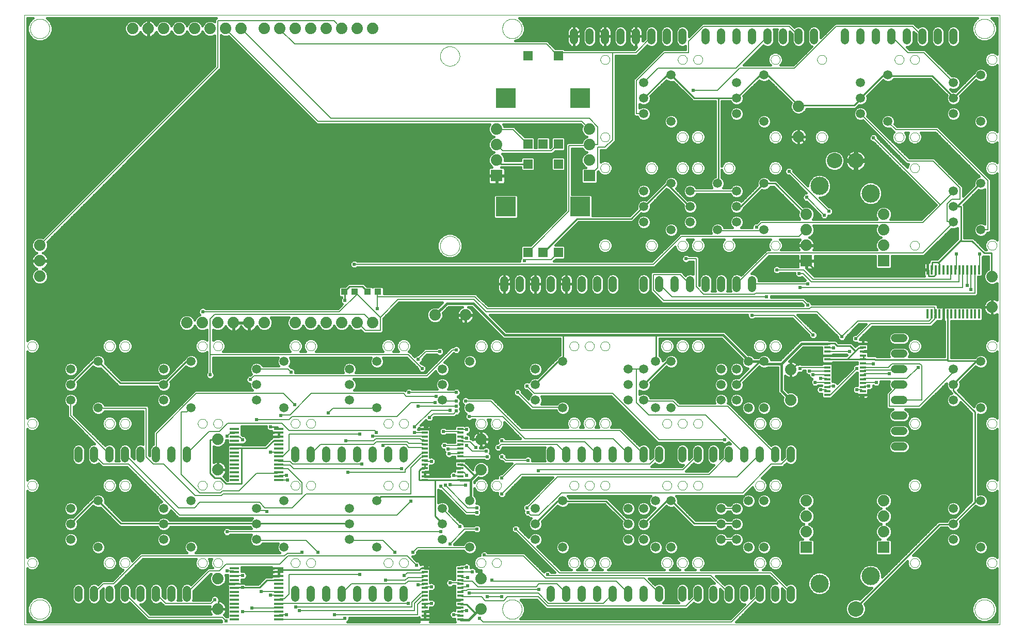
<source format=gbl>
G75*
G70*
%OFA0B0*%
%FSLAX24Y24*%
%IPPOS*%
%LPD*%
%AMOC8*
5,1,8,0,0,1.08239X$1,22.5*
%
%ADD10C,0.0000*%
%ADD11C,0.0594*%
%ADD12R,0.0390X0.0120*%
%ADD13R,0.0591X0.0157*%
%ADD14C,0.0740*%
%ADD15R,0.0433X0.0394*%
%ADD16R,0.0157X0.0591*%
%ADD17C,0.1000*%
%ADD18C,0.1181*%
%ADD19R,0.0594X0.0594*%
%ADD20R,0.1266X0.1266*%
%ADD21R,0.0740X0.0740*%
%ADD22C,0.0520*%
%ADD23C,0.0160*%
%ADD24C,0.0100*%
%ADD25C,0.0240*%
%ADD26C,0.0080*%
D10*
X000487Y000923D02*
X000487Y040293D01*
X063479Y040293D01*
X063479Y000923D01*
X000487Y000923D01*
X000857Y001923D02*
X000859Y001973D01*
X000865Y002023D01*
X000875Y002072D01*
X000889Y002120D01*
X000906Y002167D01*
X000927Y002212D01*
X000952Y002256D01*
X000980Y002297D01*
X001012Y002336D01*
X001046Y002373D01*
X001083Y002407D01*
X001123Y002437D01*
X001165Y002464D01*
X001209Y002488D01*
X001255Y002509D01*
X001302Y002525D01*
X001350Y002538D01*
X001400Y002547D01*
X001449Y002552D01*
X001500Y002553D01*
X001550Y002550D01*
X001599Y002543D01*
X001648Y002532D01*
X001696Y002517D01*
X001742Y002499D01*
X001787Y002477D01*
X001830Y002451D01*
X001871Y002422D01*
X001910Y002390D01*
X001946Y002355D01*
X001978Y002317D01*
X002008Y002277D01*
X002035Y002234D01*
X002058Y002190D01*
X002077Y002144D01*
X002093Y002096D01*
X002105Y002047D01*
X002113Y001998D01*
X002117Y001948D01*
X002117Y001898D01*
X002113Y001848D01*
X002105Y001799D01*
X002093Y001750D01*
X002077Y001702D01*
X002058Y001656D01*
X002035Y001612D01*
X002008Y001569D01*
X001978Y001529D01*
X001946Y001491D01*
X001910Y001456D01*
X001871Y001424D01*
X001830Y001395D01*
X001787Y001369D01*
X001742Y001347D01*
X001696Y001329D01*
X001648Y001314D01*
X001599Y001303D01*
X001550Y001296D01*
X001500Y001293D01*
X001449Y001294D01*
X001400Y001299D01*
X001350Y001308D01*
X001302Y001321D01*
X001255Y001337D01*
X001209Y001358D01*
X001165Y001382D01*
X001123Y001409D01*
X001083Y001439D01*
X001046Y001473D01*
X001012Y001510D01*
X000980Y001549D01*
X000952Y001590D01*
X000927Y001634D01*
X000906Y001679D01*
X000889Y001726D01*
X000875Y001774D01*
X000865Y001823D01*
X000859Y001873D01*
X000857Y001923D01*
X000692Y004923D02*
X000694Y004957D01*
X000700Y004991D01*
X000710Y005024D01*
X000723Y005055D01*
X000741Y005085D01*
X000761Y005113D01*
X000785Y005138D01*
X000811Y005160D01*
X000839Y005178D01*
X000870Y005194D01*
X000902Y005206D01*
X000936Y005214D01*
X000970Y005218D01*
X001004Y005218D01*
X001038Y005214D01*
X001072Y005206D01*
X001104Y005194D01*
X001134Y005178D01*
X001163Y005160D01*
X001189Y005138D01*
X001213Y005113D01*
X001233Y005085D01*
X001251Y005055D01*
X001264Y005024D01*
X001274Y004991D01*
X001280Y004957D01*
X001282Y004923D01*
X001280Y004889D01*
X001274Y004855D01*
X001264Y004822D01*
X001251Y004791D01*
X001233Y004761D01*
X001213Y004733D01*
X001189Y004708D01*
X001163Y004686D01*
X001135Y004668D01*
X001104Y004652D01*
X001072Y004640D01*
X001038Y004632D01*
X001004Y004628D01*
X000970Y004628D01*
X000936Y004632D01*
X000902Y004640D01*
X000870Y004652D01*
X000839Y004668D01*
X000811Y004686D01*
X000785Y004708D01*
X000761Y004733D01*
X000741Y004761D01*
X000723Y004791D01*
X000710Y004822D01*
X000700Y004855D01*
X000694Y004889D01*
X000692Y004923D01*
X005692Y004923D02*
X005694Y004957D01*
X005700Y004991D01*
X005710Y005024D01*
X005723Y005055D01*
X005741Y005085D01*
X005761Y005113D01*
X005785Y005138D01*
X005811Y005160D01*
X005839Y005178D01*
X005870Y005194D01*
X005902Y005206D01*
X005936Y005214D01*
X005970Y005218D01*
X006004Y005218D01*
X006038Y005214D01*
X006072Y005206D01*
X006104Y005194D01*
X006134Y005178D01*
X006163Y005160D01*
X006189Y005138D01*
X006213Y005113D01*
X006233Y005085D01*
X006251Y005055D01*
X006264Y005024D01*
X006274Y004991D01*
X006280Y004957D01*
X006282Y004923D01*
X006280Y004889D01*
X006274Y004855D01*
X006264Y004822D01*
X006251Y004791D01*
X006233Y004761D01*
X006213Y004733D01*
X006189Y004708D01*
X006163Y004686D01*
X006135Y004668D01*
X006104Y004652D01*
X006072Y004640D01*
X006038Y004632D01*
X006004Y004628D01*
X005970Y004628D01*
X005936Y004632D01*
X005902Y004640D01*
X005870Y004652D01*
X005839Y004668D01*
X005811Y004686D01*
X005785Y004708D01*
X005761Y004733D01*
X005741Y004761D01*
X005723Y004791D01*
X005710Y004822D01*
X005700Y004855D01*
X005694Y004889D01*
X005692Y004923D01*
X006692Y004923D02*
X006694Y004957D01*
X006700Y004991D01*
X006710Y005024D01*
X006723Y005055D01*
X006741Y005085D01*
X006761Y005113D01*
X006785Y005138D01*
X006811Y005160D01*
X006839Y005178D01*
X006870Y005194D01*
X006902Y005206D01*
X006936Y005214D01*
X006970Y005218D01*
X007004Y005218D01*
X007038Y005214D01*
X007072Y005206D01*
X007104Y005194D01*
X007134Y005178D01*
X007163Y005160D01*
X007189Y005138D01*
X007213Y005113D01*
X007233Y005085D01*
X007251Y005055D01*
X007264Y005024D01*
X007274Y004991D01*
X007280Y004957D01*
X007282Y004923D01*
X007280Y004889D01*
X007274Y004855D01*
X007264Y004822D01*
X007251Y004791D01*
X007233Y004761D01*
X007213Y004733D01*
X007189Y004708D01*
X007163Y004686D01*
X007135Y004668D01*
X007104Y004652D01*
X007072Y004640D01*
X007038Y004632D01*
X007004Y004628D01*
X006970Y004628D01*
X006936Y004632D01*
X006902Y004640D01*
X006870Y004652D01*
X006839Y004668D01*
X006811Y004686D01*
X006785Y004708D01*
X006761Y004733D01*
X006741Y004761D01*
X006723Y004791D01*
X006710Y004822D01*
X006700Y004855D01*
X006694Y004889D01*
X006692Y004923D01*
X011692Y004923D02*
X011694Y004957D01*
X011700Y004991D01*
X011710Y005024D01*
X011723Y005055D01*
X011741Y005085D01*
X011761Y005113D01*
X011785Y005138D01*
X011811Y005160D01*
X011839Y005178D01*
X011870Y005194D01*
X011902Y005206D01*
X011936Y005214D01*
X011970Y005218D01*
X012004Y005218D01*
X012038Y005214D01*
X012072Y005206D01*
X012104Y005194D01*
X012134Y005178D01*
X012163Y005160D01*
X012189Y005138D01*
X012213Y005113D01*
X012233Y005085D01*
X012251Y005055D01*
X012264Y005024D01*
X012274Y004991D01*
X012280Y004957D01*
X012282Y004923D01*
X012280Y004889D01*
X012274Y004855D01*
X012264Y004822D01*
X012251Y004791D01*
X012233Y004761D01*
X012213Y004733D01*
X012189Y004708D01*
X012163Y004686D01*
X012135Y004668D01*
X012104Y004652D01*
X012072Y004640D01*
X012038Y004632D01*
X012004Y004628D01*
X011970Y004628D01*
X011936Y004632D01*
X011902Y004640D01*
X011870Y004652D01*
X011839Y004668D01*
X011811Y004686D01*
X011785Y004708D01*
X011761Y004733D01*
X011741Y004761D01*
X011723Y004791D01*
X011710Y004822D01*
X011700Y004855D01*
X011694Y004889D01*
X011692Y004923D01*
X012692Y004923D02*
X012694Y004957D01*
X012700Y004991D01*
X012710Y005024D01*
X012723Y005055D01*
X012741Y005085D01*
X012761Y005113D01*
X012785Y005138D01*
X012811Y005160D01*
X012839Y005178D01*
X012870Y005194D01*
X012902Y005206D01*
X012936Y005214D01*
X012970Y005218D01*
X013004Y005218D01*
X013038Y005214D01*
X013072Y005206D01*
X013104Y005194D01*
X013134Y005178D01*
X013163Y005160D01*
X013189Y005138D01*
X013213Y005113D01*
X013233Y005085D01*
X013251Y005055D01*
X013264Y005024D01*
X013274Y004991D01*
X013280Y004957D01*
X013282Y004923D01*
X013280Y004889D01*
X013274Y004855D01*
X013264Y004822D01*
X013251Y004791D01*
X013233Y004761D01*
X013213Y004733D01*
X013189Y004708D01*
X013163Y004686D01*
X013135Y004668D01*
X013104Y004652D01*
X013072Y004640D01*
X013038Y004632D01*
X013004Y004628D01*
X012970Y004628D01*
X012936Y004632D01*
X012902Y004640D01*
X012870Y004652D01*
X012839Y004668D01*
X012811Y004686D01*
X012785Y004708D01*
X012761Y004733D01*
X012741Y004761D01*
X012723Y004791D01*
X012710Y004822D01*
X012700Y004855D01*
X012694Y004889D01*
X012692Y004923D01*
X017692Y004923D02*
X017694Y004957D01*
X017700Y004991D01*
X017710Y005024D01*
X017723Y005055D01*
X017741Y005085D01*
X017761Y005113D01*
X017785Y005138D01*
X017811Y005160D01*
X017839Y005178D01*
X017870Y005194D01*
X017902Y005206D01*
X017936Y005214D01*
X017970Y005218D01*
X018004Y005218D01*
X018038Y005214D01*
X018072Y005206D01*
X018104Y005194D01*
X018134Y005178D01*
X018163Y005160D01*
X018189Y005138D01*
X018213Y005113D01*
X018233Y005085D01*
X018251Y005055D01*
X018264Y005024D01*
X018274Y004991D01*
X018280Y004957D01*
X018282Y004923D01*
X018280Y004889D01*
X018274Y004855D01*
X018264Y004822D01*
X018251Y004791D01*
X018233Y004761D01*
X018213Y004733D01*
X018189Y004708D01*
X018163Y004686D01*
X018135Y004668D01*
X018104Y004652D01*
X018072Y004640D01*
X018038Y004632D01*
X018004Y004628D01*
X017970Y004628D01*
X017936Y004632D01*
X017902Y004640D01*
X017870Y004652D01*
X017839Y004668D01*
X017811Y004686D01*
X017785Y004708D01*
X017761Y004733D01*
X017741Y004761D01*
X017723Y004791D01*
X017710Y004822D01*
X017700Y004855D01*
X017694Y004889D01*
X017692Y004923D01*
X018692Y004923D02*
X018694Y004957D01*
X018700Y004991D01*
X018710Y005024D01*
X018723Y005055D01*
X018741Y005085D01*
X018761Y005113D01*
X018785Y005138D01*
X018811Y005160D01*
X018839Y005178D01*
X018870Y005194D01*
X018902Y005206D01*
X018936Y005214D01*
X018970Y005218D01*
X019004Y005218D01*
X019038Y005214D01*
X019072Y005206D01*
X019104Y005194D01*
X019134Y005178D01*
X019163Y005160D01*
X019189Y005138D01*
X019213Y005113D01*
X019233Y005085D01*
X019251Y005055D01*
X019264Y005024D01*
X019274Y004991D01*
X019280Y004957D01*
X019282Y004923D01*
X019280Y004889D01*
X019274Y004855D01*
X019264Y004822D01*
X019251Y004791D01*
X019233Y004761D01*
X019213Y004733D01*
X019189Y004708D01*
X019163Y004686D01*
X019135Y004668D01*
X019104Y004652D01*
X019072Y004640D01*
X019038Y004632D01*
X019004Y004628D01*
X018970Y004628D01*
X018936Y004632D01*
X018902Y004640D01*
X018870Y004652D01*
X018839Y004668D01*
X018811Y004686D01*
X018785Y004708D01*
X018761Y004733D01*
X018741Y004761D01*
X018723Y004791D01*
X018710Y004822D01*
X018700Y004855D01*
X018694Y004889D01*
X018692Y004923D01*
X023692Y004923D02*
X023694Y004957D01*
X023700Y004991D01*
X023710Y005024D01*
X023723Y005055D01*
X023741Y005085D01*
X023761Y005113D01*
X023785Y005138D01*
X023811Y005160D01*
X023839Y005178D01*
X023870Y005194D01*
X023902Y005206D01*
X023936Y005214D01*
X023970Y005218D01*
X024004Y005218D01*
X024038Y005214D01*
X024072Y005206D01*
X024104Y005194D01*
X024134Y005178D01*
X024163Y005160D01*
X024189Y005138D01*
X024213Y005113D01*
X024233Y005085D01*
X024251Y005055D01*
X024264Y005024D01*
X024274Y004991D01*
X024280Y004957D01*
X024282Y004923D01*
X024280Y004889D01*
X024274Y004855D01*
X024264Y004822D01*
X024251Y004791D01*
X024233Y004761D01*
X024213Y004733D01*
X024189Y004708D01*
X024163Y004686D01*
X024135Y004668D01*
X024104Y004652D01*
X024072Y004640D01*
X024038Y004632D01*
X024004Y004628D01*
X023970Y004628D01*
X023936Y004632D01*
X023902Y004640D01*
X023870Y004652D01*
X023839Y004668D01*
X023811Y004686D01*
X023785Y004708D01*
X023761Y004733D01*
X023741Y004761D01*
X023723Y004791D01*
X023710Y004822D01*
X023700Y004855D01*
X023694Y004889D01*
X023692Y004923D01*
X024692Y004923D02*
X024694Y004957D01*
X024700Y004991D01*
X024710Y005024D01*
X024723Y005055D01*
X024741Y005085D01*
X024761Y005113D01*
X024785Y005138D01*
X024811Y005160D01*
X024839Y005178D01*
X024870Y005194D01*
X024902Y005206D01*
X024936Y005214D01*
X024970Y005218D01*
X025004Y005218D01*
X025038Y005214D01*
X025072Y005206D01*
X025104Y005194D01*
X025134Y005178D01*
X025163Y005160D01*
X025189Y005138D01*
X025213Y005113D01*
X025233Y005085D01*
X025251Y005055D01*
X025264Y005024D01*
X025274Y004991D01*
X025280Y004957D01*
X025282Y004923D01*
X025280Y004889D01*
X025274Y004855D01*
X025264Y004822D01*
X025251Y004791D01*
X025233Y004761D01*
X025213Y004733D01*
X025189Y004708D01*
X025163Y004686D01*
X025135Y004668D01*
X025104Y004652D01*
X025072Y004640D01*
X025038Y004632D01*
X025004Y004628D01*
X024970Y004628D01*
X024936Y004632D01*
X024902Y004640D01*
X024870Y004652D01*
X024839Y004668D01*
X024811Y004686D01*
X024785Y004708D01*
X024761Y004733D01*
X024741Y004761D01*
X024723Y004791D01*
X024710Y004822D01*
X024700Y004855D01*
X024694Y004889D01*
X024692Y004923D01*
X029692Y004923D02*
X029694Y004957D01*
X029700Y004991D01*
X029710Y005024D01*
X029723Y005055D01*
X029741Y005085D01*
X029761Y005113D01*
X029785Y005138D01*
X029811Y005160D01*
X029839Y005178D01*
X029870Y005194D01*
X029902Y005206D01*
X029936Y005214D01*
X029970Y005218D01*
X030004Y005218D01*
X030038Y005214D01*
X030072Y005206D01*
X030104Y005194D01*
X030134Y005178D01*
X030163Y005160D01*
X030189Y005138D01*
X030213Y005113D01*
X030233Y005085D01*
X030251Y005055D01*
X030264Y005024D01*
X030274Y004991D01*
X030280Y004957D01*
X030282Y004923D01*
X030280Y004889D01*
X030274Y004855D01*
X030264Y004822D01*
X030251Y004791D01*
X030233Y004761D01*
X030213Y004733D01*
X030189Y004708D01*
X030163Y004686D01*
X030135Y004668D01*
X030104Y004652D01*
X030072Y004640D01*
X030038Y004632D01*
X030004Y004628D01*
X029970Y004628D01*
X029936Y004632D01*
X029902Y004640D01*
X029870Y004652D01*
X029839Y004668D01*
X029811Y004686D01*
X029785Y004708D01*
X029761Y004733D01*
X029741Y004761D01*
X029723Y004791D01*
X029710Y004822D01*
X029700Y004855D01*
X029694Y004889D01*
X029692Y004923D01*
X030692Y004923D02*
X030694Y004957D01*
X030700Y004991D01*
X030710Y005024D01*
X030723Y005055D01*
X030741Y005085D01*
X030761Y005113D01*
X030785Y005138D01*
X030811Y005160D01*
X030839Y005178D01*
X030870Y005194D01*
X030902Y005206D01*
X030936Y005214D01*
X030970Y005218D01*
X031004Y005218D01*
X031038Y005214D01*
X031072Y005206D01*
X031104Y005194D01*
X031134Y005178D01*
X031163Y005160D01*
X031189Y005138D01*
X031213Y005113D01*
X031233Y005085D01*
X031251Y005055D01*
X031264Y005024D01*
X031274Y004991D01*
X031280Y004957D01*
X031282Y004923D01*
X031280Y004889D01*
X031274Y004855D01*
X031264Y004822D01*
X031251Y004791D01*
X031233Y004761D01*
X031213Y004733D01*
X031189Y004708D01*
X031163Y004686D01*
X031135Y004668D01*
X031104Y004652D01*
X031072Y004640D01*
X031038Y004632D01*
X031004Y004628D01*
X030970Y004628D01*
X030936Y004632D01*
X030902Y004640D01*
X030870Y004652D01*
X030839Y004668D01*
X030811Y004686D01*
X030785Y004708D01*
X030761Y004733D01*
X030741Y004761D01*
X030723Y004791D01*
X030710Y004822D01*
X030700Y004855D01*
X030694Y004889D01*
X030692Y004923D01*
X031357Y001923D02*
X031359Y001973D01*
X031365Y002023D01*
X031375Y002072D01*
X031389Y002120D01*
X031406Y002167D01*
X031427Y002212D01*
X031452Y002256D01*
X031480Y002297D01*
X031512Y002336D01*
X031546Y002373D01*
X031583Y002407D01*
X031623Y002437D01*
X031665Y002464D01*
X031709Y002488D01*
X031755Y002509D01*
X031802Y002525D01*
X031850Y002538D01*
X031900Y002547D01*
X031949Y002552D01*
X032000Y002553D01*
X032050Y002550D01*
X032099Y002543D01*
X032148Y002532D01*
X032196Y002517D01*
X032242Y002499D01*
X032287Y002477D01*
X032330Y002451D01*
X032371Y002422D01*
X032410Y002390D01*
X032446Y002355D01*
X032478Y002317D01*
X032508Y002277D01*
X032535Y002234D01*
X032558Y002190D01*
X032577Y002144D01*
X032593Y002096D01*
X032605Y002047D01*
X032613Y001998D01*
X032617Y001948D01*
X032617Y001898D01*
X032613Y001848D01*
X032605Y001799D01*
X032593Y001750D01*
X032577Y001702D01*
X032558Y001656D01*
X032535Y001612D01*
X032508Y001569D01*
X032478Y001529D01*
X032446Y001491D01*
X032410Y001456D01*
X032371Y001424D01*
X032330Y001395D01*
X032287Y001369D01*
X032242Y001347D01*
X032196Y001329D01*
X032148Y001314D01*
X032099Y001303D01*
X032050Y001296D01*
X032000Y001293D01*
X031949Y001294D01*
X031900Y001299D01*
X031850Y001308D01*
X031802Y001321D01*
X031755Y001337D01*
X031709Y001358D01*
X031665Y001382D01*
X031623Y001409D01*
X031583Y001439D01*
X031546Y001473D01*
X031512Y001510D01*
X031480Y001549D01*
X031452Y001590D01*
X031427Y001634D01*
X031406Y001679D01*
X031389Y001726D01*
X031375Y001774D01*
X031365Y001823D01*
X031359Y001873D01*
X031357Y001923D01*
X035692Y004923D02*
X035694Y004957D01*
X035700Y004991D01*
X035710Y005024D01*
X035723Y005055D01*
X035741Y005085D01*
X035761Y005113D01*
X035785Y005138D01*
X035811Y005160D01*
X035839Y005178D01*
X035870Y005194D01*
X035902Y005206D01*
X035936Y005214D01*
X035970Y005218D01*
X036004Y005218D01*
X036038Y005214D01*
X036072Y005206D01*
X036104Y005194D01*
X036134Y005178D01*
X036163Y005160D01*
X036189Y005138D01*
X036213Y005113D01*
X036233Y005085D01*
X036251Y005055D01*
X036264Y005024D01*
X036274Y004991D01*
X036280Y004957D01*
X036282Y004923D01*
X036280Y004889D01*
X036274Y004855D01*
X036264Y004822D01*
X036251Y004791D01*
X036233Y004761D01*
X036213Y004733D01*
X036189Y004708D01*
X036163Y004686D01*
X036135Y004668D01*
X036104Y004652D01*
X036072Y004640D01*
X036038Y004632D01*
X036004Y004628D01*
X035970Y004628D01*
X035936Y004632D01*
X035902Y004640D01*
X035870Y004652D01*
X035839Y004668D01*
X035811Y004686D01*
X035785Y004708D01*
X035761Y004733D01*
X035741Y004761D01*
X035723Y004791D01*
X035710Y004822D01*
X035700Y004855D01*
X035694Y004889D01*
X035692Y004923D01*
X036692Y004923D02*
X036694Y004957D01*
X036700Y004991D01*
X036710Y005024D01*
X036723Y005055D01*
X036741Y005085D01*
X036761Y005113D01*
X036785Y005138D01*
X036811Y005160D01*
X036839Y005178D01*
X036870Y005194D01*
X036902Y005206D01*
X036936Y005214D01*
X036970Y005218D01*
X037004Y005218D01*
X037038Y005214D01*
X037072Y005206D01*
X037104Y005194D01*
X037134Y005178D01*
X037163Y005160D01*
X037189Y005138D01*
X037213Y005113D01*
X037233Y005085D01*
X037251Y005055D01*
X037264Y005024D01*
X037274Y004991D01*
X037280Y004957D01*
X037282Y004923D01*
X037280Y004889D01*
X037274Y004855D01*
X037264Y004822D01*
X037251Y004791D01*
X037233Y004761D01*
X037213Y004733D01*
X037189Y004708D01*
X037163Y004686D01*
X037135Y004668D01*
X037104Y004652D01*
X037072Y004640D01*
X037038Y004632D01*
X037004Y004628D01*
X036970Y004628D01*
X036936Y004632D01*
X036902Y004640D01*
X036870Y004652D01*
X036839Y004668D01*
X036811Y004686D01*
X036785Y004708D01*
X036761Y004733D01*
X036741Y004761D01*
X036723Y004791D01*
X036710Y004822D01*
X036700Y004855D01*
X036694Y004889D01*
X036692Y004923D01*
X037692Y004923D02*
X037694Y004957D01*
X037700Y004991D01*
X037710Y005024D01*
X037723Y005055D01*
X037741Y005085D01*
X037761Y005113D01*
X037785Y005138D01*
X037811Y005160D01*
X037839Y005178D01*
X037870Y005194D01*
X037902Y005206D01*
X037936Y005214D01*
X037970Y005218D01*
X038004Y005218D01*
X038038Y005214D01*
X038072Y005206D01*
X038104Y005194D01*
X038134Y005178D01*
X038163Y005160D01*
X038189Y005138D01*
X038213Y005113D01*
X038233Y005085D01*
X038251Y005055D01*
X038264Y005024D01*
X038274Y004991D01*
X038280Y004957D01*
X038282Y004923D01*
X038280Y004889D01*
X038274Y004855D01*
X038264Y004822D01*
X038251Y004791D01*
X038233Y004761D01*
X038213Y004733D01*
X038189Y004708D01*
X038163Y004686D01*
X038135Y004668D01*
X038104Y004652D01*
X038072Y004640D01*
X038038Y004632D01*
X038004Y004628D01*
X037970Y004628D01*
X037936Y004632D01*
X037902Y004640D01*
X037870Y004652D01*
X037839Y004668D01*
X037811Y004686D01*
X037785Y004708D01*
X037761Y004733D01*
X037741Y004761D01*
X037723Y004791D01*
X037710Y004822D01*
X037700Y004855D01*
X037694Y004889D01*
X037692Y004923D01*
X041692Y004923D02*
X041694Y004957D01*
X041700Y004991D01*
X041710Y005024D01*
X041723Y005055D01*
X041741Y005085D01*
X041761Y005113D01*
X041785Y005138D01*
X041811Y005160D01*
X041839Y005178D01*
X041870Y005194D01*
X041902Y005206D01*
X041936Y005214D01*
X041970Y005218D01*
X042004Y005218D01*
X042038Y005214D01*
X042072Y005206D01*
X042104Y005194D01*
X042134Y005178D01*
X042163Y005160D01*
X042189Y005138D01*
X042213Y005113D01*
X042233Y005085D01*
X042251Y005055D01*
X042264Y005024D01*
X042274Y004991D01*
X042280Y004957D01*
X042282Y004923D01*
X042280Y004889D01*
X042274Y004855D01*
X042264Y004822D01*
X042251Y004791D01*
X042233Y004761D01*
X042213Y004733D01*
X042189Y004708D01*
X042163Y004686D01*
X042135Y004668D01*
X042104Y004652D01*
X042072Y004640D01*
X042038Y004632D01*
X042004Y004628D01*
X041970Y004628D01*
X041936Y004632D01*
X041902Y004640D01*
X041870Y004652D01*
X041839Y004668D01*
X041811Y004686D01*
X041785Y004708D01*
X041761Y004733D01*
X041741Y004761D01*
X041723Y004791D01*
X041710Y004822D01*
X041700Y004855D01*
X041694Y004889D01*
X041692Y004923D01*
X042692Y004923D02*
X042694Y004957D01*
X042700Y004991D01*
X042710Y005024D01*
X042723Y005055D01*
X042741Y005085D01*
X042761Y005113D01*
X042785Y005138D01*
X042811Y005160D01*
X042839Y005178D01*
X042870Y005194D01*
X042902Y005206D01*
X042936Y005214D01*
X042970Y005218D01*
X043004Y005218D01*
X043038Y005214D01*
X043072Y005206D01*
X043104Y005194D01*
X043134Y005178D01*
X043163Y005160D01*
X043189Y005138D01*
X043213Y005113D01*
X043233Y005085D01*
X043251Y005055D01*
X043264Y005024D01*
X043274Y004991D01*
X043280Y004957D01*
X043282Y004923D01*
X043280Y004889D01*
X043274Y004855D01*
X043264Y004822D01*
X043251Y004791D01*
X043233Y004761D01*
X043213Y004733D01*
X043189Y004708D01*
X043163Y004686D01*
X043135Y004668D01*
X043104Y004652D01*
X043072Y004640D01*
X043038Y004632D01*
X043004Y004628D01*
X042970Y004628D01*
X042936Y004632D01*
X042902Y004640D01*
X042870Y004652D01*
X042839Y004668D01*
X042811Y004686D01*
X042785Y004708D01*
X042761Y004733D01*
X042741Y004761D01*
X042723Y004791D01*
X042710Y004822D01*
X042700Y004855D01*
X042694Y004889D01*
X042692Y004923D01*
X042694Y004957D01*
X042700Y004991D01*
X042710Y005024D01*
X042723Y005055D01*
X042741Y005085D01*
X042761Y005113D01*
X042785Y005138D01*
X042811Y005160D01*
X042839Y005178D01*
X042870Y005194D01*
X042902Y005206D01*
X042936Y005214D01*
X042970Y005218D01*
X043004Y005218D01*
X043038Y005214D01*
X043072Y005206D01*
X043104Y005194D01*
X043134Y005178D01*
X043163Y005160D01*
X043189Y005138D01*
X043213Y005113D01*
X043233Y005085D01*
X043251Y005055D01*
X043264Y005024D01*
X043274Y004991D01*
X043280Y004957D01*
X043282Y004923D01*
X043280Y004889D01*
X043274Y004855D01*
X043264Y004822D01*
X043251Y004791D01*
X043233Y004761D01*
X043213Y004733D01*
X043189Y004708D01*
X043163Y004686D01*
X043135Y004668D01*
X043104Y004652D01*
X043072Y004640D01*
X043038Y004632D01*
X043004Y004628D01*
X042970Y004628D01*
X042936Y004632D01*
X042902Y004640D01*
X042870Y004652D01*
X042839Y004668D01*
X042811Y004686D01*
X042785Y004708D01*
X042761Y004733D01*
X042741Y004761D01*
X042723Y004791D01*
X042710Y004822D01*
X042700Y004855D01*
X042694Y004889D01*
X042692Y004923D01*
X043692Y004923D02*
X043694Y004957D01*
X043700Y004991D01*
X043710Y005024D01*
X043723Y005055D01*
X043741Y005085D01*
X043761Y005113D01*
X043785Y005138D01*
X043811Y005160D01*
X043839Y005178D01*
X043870Y005194D01*
X043902Y005206D01*
X043936Y005214D01*
X043970Y005218D01*
X044004Y005218D01*
X044038Y005214D01*
X044072Y005206D01*
X044104Y005194D01*
X044134Y005178D01*
X044163Y005160D01*
X044189Y005138D01*
X044213Y005113D01*
X044233Y005085D01*
X044251Y005055D01*
X044264Y005024D01*
X044274Y004991D01*
X044280Y004957D01*
X044282Y004923D01*
X044280Y004889D01*
X044274Y004855D01*
X044264Y004822D01*
X044251Y004791D01*
X044233Y004761D01*
X044213Y004733D01*
X044189Y004708D01*
X044163Y004686D01*
X044135Y004668D01*
X044104Y004652D01*
X044072Y004640D01*
X044038Y004632D01*
X044004Y004628D01*
X043970Y004628D01*
X043936Y004632D01*
X043902Y004640D01*
X043870Y004652D01*
X043839Y004668D01*
X043811Y004686D01*
X043785Y004708D01*
X043761Y004733D01*
X043741Y004761D01*
X043723Y004791D01*
X043710Y004822D01*
X043700Y004855D01*
X043694Y004889D01*
X043692Y004923D01*
X047692Y004923D02*
X047694Y004957D01*
X047700Y004991D01*
X047710Y005024D01*
X047723Y005055D01*
X047741Y005085D01*
X047761Y005113D01*
X047785Y005138D01*
X047811Y005160D01*
X047839Y005178D01*
X047870Y005194D01*
X047902Y005206D01*
X047936Y005214D01*
X047970Y005218D01*
X048004Y005218D01*
X048038Y005214D01*
X048072Y005206D01*
X048104Y005194D01*
X048134Y005178D01*
X048163Y005160D01*
X048189Y005138D01*
X048213Y005113D01*
X048233Y005085D01*
X048251Y005055D01*
X048264Y005024D01*
X048274Y004991D01*
X048280Y004957D01*
X048282Y004923D01*
X048280Y004889D01*
X048274Y004855D01*
X048264Y004822D01*
X048251Y004791D01*
X048233Y004761D01*
X048213Y004733D01*
X048189Y004708D01*
X048163Y004686D01*
X048135Y004668D01*
X048104Y004652D01*
X048072Y004640D01*
X048038Y004632D01*
X048004Y004628D01*
X047970Y004628D01*
X047936Y004632D01*
X047902Y004640D01*
X047870Y004652D01*
X047839Y004668D01*
X047811Y004686D01*
X047785Y004708D01*
X047761Y004733D01*
X047741Y004761D01*
X047723Y004791D01*
X047710Y004822D01*
X047700Y004855D01*
X047694Y004889D01*
X047692Y004923D01*
X048692Y004923D02*
X048694Y004957D01*
X048700Y004991D01*
X048710Y005024D01*
X048723Y005055D01*
X048741Y005085D01*
X048761Y005113D01*
X048785Y005138D01*
X048811Y005160D01*
X048839Y005178D01*
X048870Y005194D01*
X048902Y005206D01*
X048936Y005214D01*
X048970Y005218D01*
X049004Y005218D01*
X049038Y005214D01*
X049072Y005206D01*
X049104Y005194D01*
X049134Y005178D01*
X049163Y005160D01*
X049189Y005138D01*
X049213Y005113D01*
X049233Y005085D01*
X049251Y005055D01*
X049264Y005024D01*
X049274Y004991D01*
X049280Y004957D01*
X049282Y004923D01*
X049280Y004889D01*
X049274Y004855D01*
X049264Y004822D01*
X049251Y004791D01*
X049233Y004761D01*
X049213Y004733D01*
X049189Y004708D01*
X049163Y004686D01*
X049135Y004668D01*
X049104Y004652D01*
X049072Y004640D01*
X049038Y004632D01*
X049004Y004628D01*
X048970Y004628D01*
X048936Y004632D01*
X048902Y004640D01*
X048870Y004652D01*
X048839Y004668D01*
X048811Y004686D01*
X048785Y004708D01*
X048761Y004733D01*
X048741Y004761D01*
X048723Y004791D01*
X048710Y004822D01*
X048700Y004855D01*
X048694Y004889D01*
X048692Y004923D01*
X048692Y009923D02*
X048694Y009957D01*
X048700Y009991D01*
X048710Y010024D01*
X048723Y010055D01*
X048741Y010085D01*
X048761Y010113D01*
X048785Y010138D01*
X048811Y010160D01*
X048839Y010178D01*
X048870Y010194D01*
X048902Y010206D01*
X048936Y010214D01*
X048970Y010218D01*
X049004Y010218D01*
X049038Y010214D01*
X049072Y010206D01*
X049104Y010194D01*
X049134Y010178D01*
X049163Y010160D01*
X049189Y010138D01*
X049213Y010113D01*
X049233Y010085D01*
X049251Y010055D01*
X049264Y010024D01*
X049274Y009991D01*
X049280Y009957D01*
X049282Y009923D01*
X049280Y009889D01*
X049274Y009855D01*
X049264Y009822D01*
X049251Y009791D01*
X049233Y009761D01*
X049213Y009733D01*
X049189Y009708D01*
X049163Y009686D01*
X049135Y009668D01*
X049104Y009652D01*
X049072Y009640D01*
X049038Y009632D01*
X049004Y009628D01*
X048970Y009628D01*
X048936Y009632D01*
X048902Y009640D01*
X048870Y009652D01*
X048839Y009668D01*
X048811Y009686D01*
X048785Y009708D01*
X048761Y009733D01*
X048741Y009761D01*
X048723Y009791D01*
X048710Y009822D01*
X048700Y009855D01*
X048694Y009889D01*
X048692Y009923D01*
X047692Y009923D02*
X047694Y009957D01*
X047700Y009991D01*
X047710Y010024D01*
X047723Y010055D01*
X047741Y010085D01*
X047761Y010113D01*
X047785Y010138D01*
X047811Y010160D01*
X047839Y010178D01*
X047870Y010194D01*
X047902Y010206D01*
X047936Y010214D01*
X047970Y010218D01*
X048004Y010218D01*
X048038Y010214D01*
X048072Y010206D01*
X048104Y010194D01*
X048134Y010178D01*
X048163Y010160D01*
X048189Y010138D01*
X048213Y010113D01*
X048233Y010085D01*
X048251Y010055D01*
X048264Y010024D01*
X048274Y009991D01*
X048280Y009957D01*
X048282Y009923D01*
X048280Y009889D01*
X048274Y009855D01*
X048264Y009822D01*
X048251Y009791D01*
X048233Y009761D01*
X048213Y009733D01*
X048189Y009708D01*
X048163Y009686D01*
X048135Y009668D01*
X048104Y009652D01*
X048072Y009640D01*
X048038Y009632D01*
X048004Y009628D01*
X047970Y009628D01*
X047936Y009632D01*
X047902Y009640D01*
X047870Y009652D01*
X047839Y009668D01*
X047811Y009686D01*
X047785Y009708D01*
X047761Y009733D01*
X047741Y009761D01*
X047723Y009791D01*
X047710Y009822D01*
X047700Y009855D01*
X047694Y009889D01*
X047692Y009923D01*
X043692Y009923D02*
X043694Y009957D01*
X043700Y009991D01*
X043710Y010024D01*
X043723Y010055D01*
X043741Y010085D01*
X043761Y010113D01*
X043785Y010138D01*
X043811Y010160D01*
X043839Y010178D01*
X043870Y010194D01*
X043902Y010206D01*
X043936Y010214D01*
X043970Y010218D01*
X044004Y010218D01*
X044038Y010214D01*
X044072Y010206D01*
X044104Y010194D01*
X044134Y010178D01*
X044163Y010160D01*
X044189Y010138D01*
X044213Y010113D01*
X044233Y010085D01*
X044251Y010055D01*
X044264Y010024D01*
X044274Y009991D01*
X044280Y009957D01*
X044282Y009923D01*
X044280Y009889D01*
X044274Y009855D01*
X044264Y009822D01*
X044251Y009791D01*
X044233Y009761D01*
X044213Y009733D01*
X044189Y009708D01*
X044163Y009686D01*
X044135Y009668D01*
X044104Y009652D01*
X044072Y009640D01*
X044038Y009632D01*
X044004Y009628D01*
X043970Y009628D01*
X043936Y009632D01*
X043902Y009640D01*
X043870Y009652D01*
X043839Y009668D01*
X043811Y009686D01*
X043785Y009708D01*
X043761Y009733D01*
X043741Y009761D01*
X043723Y009791D01*
X043710Y009822D01*
X043700Y009855D01*
X043694Y009889D01*
X043692Y009923D01*
X042692Y009923D02*
X042694Y009957D01*
X042700Y009991D01*
X042710Y010024D01*
X042723Y010055D01*
X042741Y010085D01*
X042761Y010113D01*
X042785Y010138D01*
X042811Y010160D01*
X042839Y010178D01*
X042870Y010194D01*
X042902Y010206D01*
X042936Y010214D01*
X042970Y010218D01*
X043004Y010218D01*
X043038Y010214D01*
X043072Y010206D01*
X043104Y010194D01*
X043134Y010178D01*
X043163Y010160D01*
X043189Y010138D01*
X043213Y010113D01*
X043233Y010085D01*
X043251Y010055D01*
X043264Y010024D01*
X043274Y009991D01*
X043280Y009957D01*
X043282Y009923D01*
X043280Y009889D01*
X043274Y009855D01*
X043264Y009822D01*
X043251Y009791D01*
X043233Y009761D01*
X043213Y009733D01*
X043189Y009708D01*
X043163Y009686D01*
X043135Y009668D01*
X043104Y009652D01*
X043072Y009640D01*
X043038Y009632D01*
X043004Y009628D01*
X042970Y009628D01*
X042936Y009632D01*
X042902Y009640D01*
X042870Y009652D01*
X042839Y009668D01*
X042811Y009686D01*
X042785Y009708D01*
X042761Y009733D01*
X042741Y009761D01*
X042723Y009791D01*
X042710Y009822D01*
X042700Y009855D01*
X042694Y009889D01*
X042692Y009923D01*
X042694Y009957D01*
X042700Y009991D01*
X042710Y010024D01*
X042723Y010055D01*
X042741Y010085D01*
X042761Y010113D01*
X042785Y010138D01*
X042811Y010160D01*
X042839Y010178D01*
X042870Y010194D01*
X042902Y010206D01*
X042936Y010214D01*
X042970Y010218D01*
X043004Y010218D01*
X043038Y010214D01*
X043072Y010206D01*
X043104Y010194D01*
X043134Y010178D01*
X043163Y010160D01*
X043189Y010138D01*
X043213Y010113D01*
X043233Y010085D01*
X043251Y010055D01*
X043264Y010024D01*
X043274Y009991D01*
X043280Y009957D01*
X043282Y009923D01*
X043280Y009889D01*
X043274Y009855D01*
X043264Y009822D01*
X043251Y009791D01*
X043233Y009761D01*
X043213Y009733D01*
X043189Y009708D01*
X043163Y009686D01*
X043135Y009668D01*
X043104Y009652D01*
X043072Y009640D01*
X043038Y009632D01*
X043004Y009628D01*
X042970Y009628D01*
X042936Y009632D01*
X042902Y009640D01*
X042870Y009652D01*
X042839Y009668D01*
X042811Y009686D01*
X042785Y009708D01*
X042761Y009733D01*
X042741Y009761D01*
X042723Y009791D01*
X042710Y009822D01*
X042700Y009855D01*
X042694Y009889D01*
X042692Y009923D01*
X041692Y009923D02*
X041694Y009957D01*
X041700Y009991D01*
X041710Y010024D01*
X041723Y010055D01*
X041741Y010085D01*
X041761Y010113D01*
X041785Y010138D01*
X041811Y010160D01*
X041839Y010178D01*
X041870Y010194D01*
X041902Y010206D01*
X041936Y010214D01*
X041970Y010218D01*
X042004Y010218D01*
X042038Y010214D01*
X042072Y010206D01*
X042104Y010194D01*
X042134Y010178D01*
X042163Y010160D01*
X042189Y010138D01*
X042213Y010113D01*
X042233Y010085D01*
X042251Y010055D01*
X042264Y010024D01*
X042274Y009991D01*
X042280Y009957D01*
X042282Y009923D01*
X042280Y009889D01*
X042274Y009855D01*
X042264Y009822D01*
X042251Y009791D01*
X042233Y009761D01*
X042213Y009733D01*
X042189Y009708D01*
X042163Y009686D01*
X042135Y009668D01*
X042104Y009652D01*
X042072Y009640D01*
X042038Y009632D01*
X042004Y009628D01*
X041970Y009628D01*
X041936Y009632D01*
X041902Y009640D01*
X041870Y009652D01*
X041839Y009668D01*
X041811Y009686D01*
X041785Y009708D01*
X041761Y009733D01*
X041741Y009761D01*
X041723Y009791D01*
X041710Y009822D01*
X041700Y009855D01*
X041694Y009889D01*
X041692Y009923D01*
X037692Y009923D02*
X037694Y009957D01*
X037700Y009991D01*
X037710Y010024D01*
X037723Y010055D01*
X037741Y010085D01*
X037761Y010113D01*
X037785Y010138D01*
X037811Y010160D01*
X037839Y010178D01*
X037870Y010194D01*
X037902Y010206D01*
X037936Y010214D01*
X037970Y010218D01*
X038004Y010218D01*
X038038Y010214D01*
X038072Y010206D01*
X038104Y010194D01*
X038134Y010178D01*
X038163Y010160D01*
X038189Y010138D01*
X038213Y010113D01*
X038233Y010085D01*
X038251Y010055D01*
X038264Y010024D01*
X038274Y009991D01*
X038280Y009957D01*
X038282Y009923D01*
X038280Y009889D01*
X038274Y009855D01*
X038264Y009822D01*
X038251Y009791D01*
X038233Y009761D01*
X038213Y009733D01*
X038189Y009708D01*
X038163Y009686D01*
X038135Y009668D01*
X038104Y009652D01*
X038072Y009640D01*
X038038Y009632D01*
X038004Y009628D01*
X037970Y009628D01*
X037936Y009632D01*
X037902Y009640D01*
X037870Y009652D01*
X037839Y009668D01*
X037811Y009686D01*
X037785Y009708D01*
X037761Y009733D01*
X037741Y009761D01*
X037723Y009791D01*
X037710Y009822D01*
X037700Y009855D01*
X037694Y009889D01*
X037692Y009923D01*
X036692Y009923D02*
X036694Y009957D01*
X036700Y009991D01*
X036710Y010024D01*
X036723Y010055D01*
X036741Y010085D01*
X036761Y010113D01*
X036785Y010138D01*
X036811Y010160D01*
X036839Y010178D01*
X036870Y010194D01*
X036902Y010206D01*
X036936Y010214D01*
X036970Y010218D01*
X037004Y010218D01*
X037038Y010214D01*
X037072Y010206D01*
X037104Y010194D01*
X037134Y010178D01*
X037163Y010160D01*
X037189Y010138D01*
X037213Y010113D01*
X037233Y010085D01*
X037251Y010055D01*
X037264Y010024D01*
X037274Y009991D01*
X037280Y009957D01*
X037282Y009923D01*
X037280Y009889D01*
X037274Y009855D01*
X037264Y009822D01*
X037251Y009791D01*
X037233Y009761D01*
X037213Y009733D01*
X037189Y009708D01*
X037163Y009686D01*
X037135Y009668D01*
X037104Y009652D01*
X037072Y009640D01*
X037038Y009632D01*
X037004Y009628D01*
X036970Y009628D01*
X036936Y009632D01*
X036902Y009640D01*
X036870Y009652D01*
X036839Y009668D01*
X036811Y009686D01*
X036785Y009708D01*
X036761Y009733D01*
X036741Y009761D01*
X036723Y009791D01*
X036710Y009822D01*
X036700Y009855D01*
X036694Y009889D01*
X036692Y009923D01*
X035692Y009923D02*
X035694Y009957D01*
X035700Y009991D01*
X035710Y010024D01*
X035723Y010055D01*
X035741Y010085D01*
X035761Y010113D01*
X035785Y010138D01*
X035811Y010160D01*
X035839Y010178D01*
X035870Y010194D01*
X035902Y010206D01*
X035936Y010214D01*
X035970Y010218D01*
X036004Y010218D01*
X036038Y010214D01*
X036072Y010206D01*
X036104Y010194D01*
X036134Y010178D01*
X036163Y010160D01*
X036189Y010138D01*
X036213Y010113D01*
X036233Y010085D01*
X036251Y010055D01*
X036264Y010024D01*
X036274Y009991D01*
X036280Y009957D01*
X036282Y009923D01*
X036280Y009889D01*
X036274Y009855D01*
X036264Y009822D01*
X036251Y009791D01*
X036233Y009761D01*
X036213Y009733D01*
X036189Y009708D01*
X036163Y009686D01*
X036135Y009668D01*
X036104Y009652D01*
X036072Y009640D01*
X036038Y009632D01*
X036004Y009628D01*
X035970Y009628D01*
X035936Y009632D01*
X035902Y009640D01*
X035870Y009652D01*
X035839Y009668D01*
X035811Y009686D01*
X035785Y009708D01*
X035761Y009733D01*
X035741Y009761D01*
X035723Y009791D01*
X035710Y009822D01*
X035700Y009855D01*
X035694Y009889D01*
X035692Y009923D01*
X030692Y009923D02*
X030694Y009957D01*
X030700Y009991D01*
X030710Y010024D01*
X030723Y010055D01*
X030741Y010085D01*
X030761Y010113D01*
X030785Y010138D01*
X030811Y010160D01*
X030839Y010178D01*
X030870Y010194D01*
X030902Y010206D01*
X030936Y010214D01*
X030970Y010218D01*
X031004Y010218D01*
X031038Y010214D01*
X031072Y010206D01*
X031104Y010194D01*
X031134Y010178D01*
X031163Y010160D01*
X031189Y010138D01*
X031213Y010113D01*
X031233Y010085D01*
X031251Y010055D01*
X031264Y010024D01*
X031274Y009991D01*
X031280Y009957D01*
X031282Y009923D01*
X031280Y009889D01*
X031274Y009855D01*
X031264Y009822D01*
X031251Y009791D01*
X031233Y009761D01*
X031213Y009733D01*
X031189Y009708D01*
X031163Y009686D01*
X031135Y009668D01*
X031104Y009652D01*
X031072Y009640D01*
X031038Y009632D01*
X031004Y009628D01*
X030970Y009628D01*
X030936Y009632D01*
X030902Y009640D01*
X030870Y009652D01*
X030839Y009668D01*
X030811Y009686D01*
X030785Y009708D01*
X030761Y009733D01*
X030741Y009761D01*
X030723Y009791D01*
X030710Y009822D01*
X030700Y009855D01*
X030694Y009889D01*
X030692Y009923D01*
X029692Y009923D02*
X029694Y009957D01*
X029700Y009991D01*
X029710Y010024D01*
X029723Y010055D01*
X029741Y010085D01*
X029761Y010113D01*
X029785Y010138D01*
X029811Y010160D01*
X029839Y010178D01*
X029870Y010194D01*
X029902Y010206D01*
X029936Y010214D01*
X029970Y010218D01*
X030004Y010218D01*
X030038Y010214D01*
X030072Y010206D01*
X030104Y010194D01*
X030134Y010178D01*
X030163Y010160D01*
X030189Y010138D01*
X030213Y010113D01*
X030233Y010085D01*
X030251Y010055D01*
X030264Y010024D01*
X030274Y009991D01*
X030280Y009957D01*
X030282Y009923D01*
X030280Y009889D01*
X030274Y009855D01*
X030264Y009822D01*
X030251Y009791D01*
X030233Y009761D01*
X030213Y009733D01*
X030189Y009708D01*
X030163Y009686D01*
X030135Y009668D01*
X030104Y009652D01*
X030072Y009640D01*
X030038Y009632D01*
X030004Y009628D01*
X029970Y009628D01*
X029936Y009632D01*
X029902Y009640D01*
X029870Y009652D01*
X029839Y009668D01*
X029811Y009686D01*
X029785Y009708D01*
X029761Y009733D01*
X029741Y009761D01*
X029723Y009791D01*
X029710Y009822D01*
X029700Y009855D01*
X029694Y009889D01*
X029692Y009923D01*
X024692Y009923D02*
X024694Y009957D01*
X024700Y009991D01*
X024710Y010024D01*
X024723Y010055D01*
X024741Y010085D01*
X024761Y010113D01*
X024785Y010138D01*
X024811Y010160D01*
X024839Y010178D01*
X024870Y010194D01*
X024902Y010206D01*
X024936Y010214D01*
X024970Y010218D01*
X025004Y010218D01*
X025038Y010214D01*
X025072Y010206D01*
X025104Y010194D01*
X025134Y010178D01*
X025163Y010160D01*
X025189Y010138D01*
X025213Y010113D01*
X025233Y010085D01*
X025251Y010055D01*
X025264Y010024D01*
X025274Y009991D01*
X025280Y009957D01*
X025282Y009923D01*
X025280Y009889D01*
X025274Y009855D01*
X025264Y009822D01*
X025251Y009791D01*
X025233Y009761D01*
X025213Y009733D01*
X025189Y009708D01*
X025163Y009686D01*
X025135Y009668D01*
X025104Y009652D01*
X025072Y009640D01*
X025038Y009632D01*
X025004Y009628D01*
X024970Y009628D01*
X024936Y009632D01*
X024902Y009640D01*
X024870Y009652D01*
X024839Y009668D01*
X024811Y009686D01*
X024785Y009708D01*
X024761Y009733D01*
X024741Y009761D01*
X024723Y009791D01*
X024710Y009822D01*
X024700Y009855D01*
X024694Y009889D01*
X024692Y009923D01*
X023692Y009923D02*
X023694Y009957D01*
X023700Y009991D01*
X023710Y010024D01*
X023723Y010055D01*
X023741Y010085D01*
X023761Y010113D01*
X023785Y010138D01*
X023811Y010160D01*
X023839Y010178D01*
X023870Y010194D01*
X023902Y010206D01*
X023936Y010214D01*
X023970Y010218D01*
X024004Y010218D01*
X024038Y010214D01*
X024072Y010206D01*
X024104Y010194D01*
X024134Y010178D01*
X024163Y010160D01*
X024189Y010138D01*
X024213Y010113D01*
X024233Y010085D01*
X024251Y010055D01*
X024264Y010024D01*
X024274Y009991D01*
X024280Y009957D01*
X024282Y009923D01*
X024280Y009889D01*
X024274Y009855D01*
X024264Y009822D01*
X024251Y009791D01*
X024233Y009761D01*
X024213Y009733D01*
X024189Y009708D01*
X024163Y009686D01*
X024135Y009668D01*
X024104Y009652D01*
X024072Y009640D01*
X024038Y009632D01*
X024004Y009628D01*
X023970Y009628D01*
X023936Y009632D01*
X023902Y009640D01*
X023870Y009652D01*
X023839Y009668D01*
X023811Y009686D01*
X023785Y009708D01*
X023761Y009733D01*
X023741Y009761D01*
X023723Y009791D01*
X023710Y009822D01*
X023700Y009855D01*
X023694Y009889D01*
X023692Y009923D01*
X018692Y009923D02*
X018694Y009957D01*
X018700Y009991D01*
X018710Y010024D01*
X018723Y010055D01*
X018741Y010085D01*
X018761Y010113D01*
X018785Y010138D01*
X018811Y010160D01*
X018839Y010178D01*
X018870Y010194D01*
X018902Y010206D01*
X018936Y010214D01*
X018970Y010218D01*
X019004Y010218D01*
X019038Y010214D01*
X019072Y010206D01*
X019104Y010194D01*
X019134Y010178D01*
X019163Y010160D01*
X019189Y010138D01*
X019213Y010113D01*
X019233Y010085D01*
X019251Y010055D01*
X019264Y010024D01*
X019274Y009991D01*
X019280Y009957D01*
X019282Y009923D01*
X019280Y009889D01*
X019274Y009855D01*
X019264Y009822D01*
X019251Y009791D01*
X019233Y009761D01*
X019213Y009733D01*
X019189Y009708D01*
X019163Y009686D01*
X019135Y009668D01*
X019104Y009652D01*
X019072Y009640D01*
X019038Y009632D01*
X019004Y009628D01*
X018970Y009628D01*
X018936Y009632D01*
X018902Y009640D01*
X018870Y009652D01*
X018839Y009668D01*
X018811Y009686D01*
X018785Y009708D01*
X018761Y009733D01*
X018741Y009761D01*
X018723Y009791D01*
X018710Y009822D01*
X018700Y009855D01*
X018694Y009889D01*
X018692Y009923D01*
X017692Y009923D02*
X017694Y009957D01*
X017700Y009991D01*
X017710Y010024D01*
X017723Y010055D01*
X017741Y010085D01*
X017761Y010113D01*
X017785Y010138D01*
X017811Y010160D01*
X017839Y010178D01*
X017870Y010194D01*
X017902Y010206D01*
X017936Y010214D01*
X017970Y010218D01*
X018004Y010218D01*
X018038Y010214D01*
X018072Y010206D01*
X018104Y010194D01*
X018134Y010178D01*
X018163Y010160D01*
X018189Y010138D01*
X018213Y010113D01*
X018233Y010085D01*
X018251Y010055D01*
X018264Y010024D01*
X018274Y009991D01*
X018280Y009957D01*
X018282Y009923D01*
X018280Y009889D01*
X018274Y009855D01*
X018264Y009822D01*
X018251Y009791D01*
X018233Y009761D01*
X018213Y009733D01*
X018189Y009708D01*
X018163Y009686D01*
X018135Y009668D01*
X018104Y009652D01*
X018072Y009640D01*
X018038Y009632D01*
X018004Y009628D01*
X017970Y009628D01*
X017936Y009632D01*
X017902Y009640D01*
X017870Y009652D01*
X017839Y009668D01*
X017811Y009686D01*
X017785Y009708D01*
X017761Y009733D01*
X017741Y009761D01*
X017723Y009791D01*
X017710Y009822D01*
X017700Y009855D01*
X017694Y009889D01*
X017692Y009923D01*
X012692Y009923D02*
X012694Y009957D01*
X012700Y009991D01*
X012710Y010024D01*
X012723Y010055D01*
X012741Y010085D01*
X012761Y010113D01*
X012785Y010138D01*
X012811Y010160D01*
X012839Y010178D01*
X012870Y010194D01*
X012902Y010206D01*
X012936Y010214D01*
X012970Y010218D01*
X013004Y010218D01*
X013038Y010214D01*
X013072Y010206D01*
X013104Y010194D01*
X013134Y010178D01*
X013163Y010160D01*
X013189Y010138D01*
X013213Y010113D01*
X013233Y010085D01*
X013251Y010055D01*
X013264Y010024D01*
X013274Y009991D01*
X013280Y009957D01*
X013282Y009923D01*
X013280Y009889D01*
X013274Y009855D01*
X013264Y009822D01*
X013251Y009791D01*
X013233Y009761D01*
X013213Y009733D01*
X013189Y009708D01*
X013163Y009686D01*
X013135Y009668D01*
X013104Y009652D01*
X013072Y009640D01*
X013038Y009632D01*
X013004Y009628D01*
X012970Y009628D01*
X012936Y009632D01*
X012902Y009640D01*
X012870Y009652D01*
X012839Y009668D01*
X012811Y009686D01*
X012785Y009708D01*
X012761Y009733D01*
X012741Y009761D01*
X012723Y009791D01*
X012710Y009822D01*
X012700Y009855D01*
X012694Y009889D01*
X012692Y009923D01*
X011692Y009923D02*
X011694Y009957D01*
X011700Y009991D01*
X011710Y010024D01*
X011723Y010055D01*
X011741Y010085D01*
X011761Y010113D01*
X011785Y010138D01*
X011811Y010160D01*
X011839Y010178D01*
X011870Y010194D01*
X011902Y010206D01*
X011936Y010214D01*
X011970Y010218D01*
X012004Y010218D01*
X012038Y010214D01*
X012072Y010206D01*
X012104Y010194D01*
X012134Y010178D01*
X012163Y010160D01*
X012189Y010138D01*
X012213Y010113D01*
X012233Y010085D01*
X012251Y010055D01*
X012264Y010024D01*
X012274Y009991D01*
X012280Y009957D01*
X012282Y009923D01*
X012280Y009889D01*
X012274Y009855D01*
X012264Y009822D01*
X012251Y009791D01*
X012233Y009761D01*
X012213Y009733D01*
X012189Y009708D01*
X012163Y009686D01*
X012135Y009668D01*
X012104Y009652D01*
X012072Y009640D01*
X012038Y009632D01*
X012004Y009628D01*
X011970Y009628D01*
X011936Y009632D01*
X011902Y009640D01*
X011870Y009652D01*
X011839Y009668D01*
X011811Y009686D01*
X011785Y009708D01*
X011761Y009733D01*
X011741Y009761D01*
X011723Y009791D01*
X011710Y009822D01*
X011700Y009855D01*
X011694Y009889D01*
X011692Y009923D01*
X006692Y009923D02*
X006694Y009957D01*
X006700Y009991D01*
X006710Y010024D01*
X006723Y010055D01*
X006741Y010085D01*
X006761Y010113D01*
X006785Y010138D01*
X006811Y010160D01*
X006839Y010178D01*
X006870Y010194D01*
X006902Y010206D01*
X006936Y010214D01*
X006970Y010218D01*
X007004Y010218D01*
X007038Y010214D01*
X007072Y010206D01*
X007104Y010194D01*
X007134Y010178D01*
X007163Y010160D01*
X007189Y010138D01*
X007213Y010113D01*
X007233Y010085D01*
X007251Y010055D01*
X007264Y010024D01*
X007274Y009991D01*
X007280Y009957D01*
X007282Y009923D01*
X007280Y009889D01*
X007274Y009855D01*
X007264Y009822D01*
X007251Y009791D01*
X007233Y009761D01*
X007213Y009733D01*
X007189Y009708D01*
X007163Y009686D01*
X007135Y009668D01*
X007104Y009652D01*
X007072Y009640D01*
X007038Y009632D01*
X007004Y009628D01*
X006970Y009628D01*
X006936Y009632D01*
X006902Y009640D01*
X006870Y009652D01*
X006839Y009668D01*
X006811Y009686D01*
X006785Y009708D01*
X006761Y009733D01*
X006741Y009761D01*
X006723Y009791D01*
X006710Y009822D01*
X006700Y009855D01*
X006694Y009889D01*
X006692Y009923D01*
X005692Y009923D02*
X005694Y009957D01*
X005700Y009991D01*
X005710Y010024D01*
X005723Y010055D01*
X005741Y010085D01*
X005761Y010113D01*
X005785Y010138D01*
X005811Y010160D01*
X005839Y010178D01*
X005870Y010194D01*
X005902Y010206D01*
X005936Y010214D01*
X005970Y010218D01*
X006004Y010218D01*
X006038Y010214D01*
X006072Y010206D01*
X006104Y010194D01*
X006134Y010178D01*
X006163Y010160D01*
X006189Y010138D01*
X006213Y010113D01*
X006233Y010085D01*
X006251Y010055D01*
X006264Y010024D01*
X006274Y009991D01*
X006280Y009957D01*
X006282Y009923D01*
X006280Y009889D01*
X006274Y009855D01*
X006264Y009822D01*
X006251Y009791D01*
X006233Y009761D01*
X006213Y009733D01*
X006189Y009708D01*
X006163Y009686D01*
X006135Y009668D01*
X006104Y009652D01*
X006072Y009640D01*
X006038Y009632D01*
X006004Y009628D01*
X005970Y009628D01*
X005936Y009632D01*
X005902Y009640D01*
X005870Y009652D01*
X005839Y009668D01*
X005811Y009686D01*
X005785Y009708D01*
X005761Y009733D01*
X005741Y009761D01*
X005723Y009791D01*
X005710Y009822D01*
X005700Y009855D01*
X005694Y009889D01*
X005692Y009923D01*
X000692Y009923D02*
X000694Y009957D01*
X000700Y009991D01*
X000710Y010024D01*
X000723Y010055D01*
X000741Y010085D01*
X000761Y010113D01*
X000785Y010138D01*
X000811Y010160D01*
X000839Y010178D01*
X000870Y010194D01*
X000902Y010206D01*
X000936Y010214D01*
X000970Y010218D01*
X001004Y010218D01*
X001038Y010214D01*
X001072Y010206D01*
X001104Y010194D01*
X001134Y010178D01*
X001163Y010160D01*
X001189Y010138D01*
X001213Y010113D01*
X001233Y010085D01*
X001251Y010055D01*
X001264Y010024D01*
X001274Y009991D01*
X001280Y009957D01*
X001282Y009923D01*
X001280Y009889D01*
X001274Y009855D01*
X001264Y009822D01*
X001251Y009791D01*
X001233Y009761D01*
X001213Y009733D01*
X001189Y009708D01*
X001163Y009686D01*
X001135Y009668D01*
X001104Y009652D01*
X001072Y009640D01*
X001038Y009632D01*
X001004Y009628D01*
X000970Y009628D01*
X000936Y009632D01*
X000902Y009640D01*
X000870Y009652D01*
X000839Y009668D01*
X000811Y009686D01*
X000785Y009708D01*
X000761Y009733D01*
X000741Y009761D01*
X000723Y009791D01*
X000710Y009822D01*
X000700Y009855D01*
X000694Y009889D01*
X000692Y009923D01*
X000692Y013923D02*
X000694Y013957D01*
X000700Y013991D01*
X000710Y014024D01*
X000723Y014055D01*
X000741Y014085D01*
X000761Y014113D01*
X000785Y014138D01*
X000811Y014160D01*
X000839Y014178D01*
X000870Y014194D01*
X000902Y014206D01*
X000936Y014214D01*
X000970Y014218D01*
X001004Y014218D01*
X001038Y014214D01*
X001072Y014206D01*
X001104Y014194D01*
X001134Y014178D01*
X001163Y014160D01*
X001189Y014138D01*
X001213Y014113D01*
X001233Y014085D01*
X001251Y014055D01*
X001264Y014024D01*
X001274Y013991D01*
X001280Y013957D01*
X001282Y013923D01*
X001280Y013889D01*
X001274Y013855D01*
X001264Y013822D01*
X001251Y013791D01*
X001233Y013761D01*
X001213Y013733D01*
X001189Y013708D01*
X001163Y013686D01*
X001135Y013668D01*
X001104Y013652D01*
X001072Y013640D01*
X001038Y013632D01*
X001004Y013628D01*
X000970Y013628D01*
X000936Y013632D01*
X000902Y013640D01*
X000870Y013652D01*
X000839Y013668D01*
X000811Y013686D01*
X000785Y013708D01*
X000761Y013733D01*
X000741Y013761D01*
X000723Y013791D01*
X000710Y013822D01*
X000700Y013855D01*
X000694Y013889D01*
X000692Y013923D01*
X005692Y013923D02*
X005694Y013957D01*
X005700Y013991D01*
X005710Y014024D01*
X005723Y014055D01*
X005741Y014085D01*
X005761Y014113D01*
X005785Y014138D01*
X005811Y014160D01*
X005839Y014178D01*
X005870Y014194D01*
X005902Y014206D01*
X005936Y014214D01*
X005970Y014218D01*
X006004Y014218D01*
X006038Y014214D01*
X006072Y014206D01*
X006104Y014194D01*
X006134Y014178D01*
X006163Y014160D01*
X006189Y014138D01*
X006213Y014113D01*
X006233Y014085D01*
X006251Y014055D01*
X006264Y014024D01*
X006274Y013991D01*
X006280Y013957D01*
X006282Y013923D01*
X006280Y013889D01*
X006274Y013855D01*
X006264Y013822D01*
X006251Y013791D01*
X006233Y013761D01*
X006213Y013733D01*
X006189Y013708D01*
X006163Y013686D01*
X006135Y013668D01*
X006104Y013652D01*
X006072Y013640D01*
X006038Y013632D01*
X006004Y013628D01*
X005970Y013628D01*
X005936Y013632D01*
X005902Y013640D01*
X005870Y013652D01*
X005839Y013668D01*
X005811Y013686D01*
X005785Y013708D01*
X005761Y013733D01*
X005741Y013761D01*
X005723Y013791D01*
X005710Y013822D01*
X005700Y013855D01*
X005694Y013889D01*
X005692Y013923D01*
X006692Y013923D02*
X006694Y013957D01*
X006700Y013991D01*
X006710Y014024D01*
X006723Y014055D01*
X006741Y014085D01*
X006761Y014113D01*
X006785Y014138D01*
X006811Y014160D01*
X006839Y014178D01*
X006870Y014194D01*
X006902Y014206D01*
X006936Y014214D01*
X006970Y014218D01*
X007004Y014218D01*
X007038Y014214D01*
X007072Y014206D01*
X007104Y014194D01*
X007134Y014178D01*
X007163Y014160D01*
X007189Y014138D01*
X007213Y014113D01*
X007233Y014085D01*
X007251Y014055D01*
X007264Y014024D01*
X007274Y013991D01*
X007280Y013957D01*
X007282Y013923D01*
X007280Y013889D01*
X007274Y013855D01*
X007264Y013822D01*
X007251Y013791D01*
X007233Y013761D01*
X007213Y013733D01*
X007189Y013708D01*
X007163Y013686D01*
X007135Y013668D01*
X007104Y013652D01*
X007072Y013640D01*
X007038Y013632D01*
X007004Y013628D01*
X006970Y013628D01*
X006936Y013632D01*
X006902Y013640D01*
X006870Y013652D01*
X006839Y013668D01*
X006811Y013686D01*
X006785Y013708D01*
X006761Y013733D01*
X006741Y013761D01*
X006723Y013791D01*
X006710Y013822D01*
X006700Y013855D01*
X006694Y013889D01*
X006692Y013923D01*
X011692Y013923D02*
X011694Y013957D01*
X011700Y013991D01*
X011710Y014024D01*
X011723Y014055D01*
X011741Y014085D01*
X011761Y014113D01*
X011785Y014138D01*
X011811Y014160D01*
X011839Y014178D01*
X011870Y014194D01*
X011902Y014206D01*
X011936Y014214D01*
X011970Y014218D01*
X012004Y014218D01*
X012038Y014214D01*
X012072Y014206D01*
X012104Y014194D01*
X012134Y014178D01*
X012163Y014160D01*
X012189Y014138D01*
X012213Y014113D01*
X012233Y014085D01*
X012251Y014055D01*
X012264Y014024D01*
X012274Y013991D01*
X012280Y013957D01*
X012282Y013923D01*
X012280Y013889D01*
X012274Y013855D01*
X012264Y013822D01*
X012251Y013791D01*
X012233Y013761D01*
X012213Y013733D01*
X012189Y013708D01*
X012163Y013686D01*
X012135Y013668D01*
X012104Y013652D01*
X012072Y013640D01*
X012038Y013632D01*
X012004Y013628D01*
X011970Y013628D01*
X011936Y013632D01*
X011902Y013640D01*
X011870Y013652D01*
X011839Y013668D01*
X011811Y013686D01*
X011785Y013708D01*
X011761Y013733D01*
X011741Y013761D01*
X011723Y013791D01*
X011710Y013822D01*
X011700Y013855D01*
X011694Y013889D01*
X011692Y013923D01*
X012692Y013923D02*
X012694Y013957D01*
X012700Y013991D01*
X012710Y014024D01*
X012723Y014055D01*
X012741Y014085D01*
X012761Y014113D01*
X012785Y014138D01*
X012811Y014160D01*
X012839Y014178D01*
X012870Y014194D01*
X012902Y014206D01*
X012936Y014214D01*
X012970Y014218D01*
X013004Y014218D01*
X013038Y014214D01*
X013072Y014206D01*
X013104Y014194D01*
X013134Y014178D01*
X013163Y014160D01*
X013189Y014138D01*
X013213Y014113D01*
X013233Y014085D01*
X013251Y014055D01*
X013264Y014024D01*
X013274Y013991D01*
X013280Y013957D01*
X013282Y013923D01*
X013280Y013889D01*
X013274Y013855D01*
X013264Y013822D01*
X013251Y013791D01*
X013233Y013761D01*
X013213Y013733D01*
X013189Y013708D01*
X013163Y013686D01*
X013135Y013668D01*
X013104Y013652D01*
X013072Y013640D01*
X013038Y013632D01*
X013004Y013628D01*
X012970Y013628D01*
X012936Y013632D01*
X012902Y013640D01*
X012870Y013652D01*
X012839Y013668D01*
X012811Y013686D01*
X012785Y013708D01*
X012761Y013733D01*
X012741Y013761D01*
X012723Y013791D01*
X012710Y013822D01*
X012700Y013855D01*
X012694Y013889D01*
X012692Y013923D01*
X017692Y013923D02*
X017694Y013957D01*
X017700Y013991D01*
X017710Y014024D01*
X017723Y014055D01*
X017741Y014085D01*
X017761Y014113D01*
X017785Y014138D01*
X017811Y014160D01*
X017839Y014178D01*
X017870Y014194D01*
X017902Y014206D01*
X017936Y014214D01*
X017970Y014218D01*
X018004Y014218D01*
X018038Y014214D01*
X018072Y014206D01*
X018104Y014194D01*
X018134Y014178D01*
X018163Y014160D01*
X018189Y014138D01*
X018213Y014113D01*
X018233Y014085D01*
X018251Y014055D01*
X018264Y014024D01*
X018274Y013991D01*
X018280Y013957D01*
X018282Y013923D01*
X018280Y013889D01*
X018274Y013855D01*
X018264Y013822D01*
X018251Y013791D01*
X018233Y013761D01*
X018213Y013733D01*
X018189Y013708D01*
X018163Y013686D01*
X018135Y013668D01*
X018104Y013652D01*
X018072Y013640D01*
X018038Y013632D01*
X018004Y013628D01*
X017970Y013628D01*
X017936Y013632D01*
X017902Y013640D01*
X017870Y013652D01*
X017839Y013668D01*
X017811Y013686D01*
X017785Y013708D01*
X017761Y013733D01*
X017741Y013761D01*
X017723Y013791D01*
X017710Y013822D01*
X017700Y013855D01*
X017694Y013889D01*
X017692Y013923D01*
X018692Y013923D02*
X018694Y013957D01*
X018700Y013991D01*
X018710Y014024D01*
X018723Y014055D01*
X018741Y014085D01*
X018761Y014113D01*
X018785Y014138D01*
X018811Y014160D01*
X018839Y014178D01*
X018870Y014194D01*
X018902Y014206D01*
X018936Y014214D01*
X018970Y014218D01*
X019004Y014218D01*
X019038Y014214D01*
X019072Y014206D01*
X019104Y014194D01*
X019134Y014178D01*
X019163Y014160D01*
X019189Y014138D01*
X019213Y014113D01*
X019233Y014085D01*
X019251Y014055D01*
X019264Y014024D01*
X019274Y013991D01*
X019280Y013957D01*
X019282Y013923D01*
X019280Y013889D01*
X019274Y013855D01*
X019264Y013822D01*
X019251Y013791D01*
X019233Y013761D01*
X019213Y013733D01*
X019189Y013708D01*
X019163Y013686D01*
X019135Y013668D01*
X019104Y013652D01*
X019072Y013640D01*
X019038Y013632D01*
X019004Y013628D01*
X018970Y013628D01*
X018936Y013632D01*
X018902Y013640D01*
X018870Y013652D01*
X018839Y013668D01*
X018811Y013686D01*
X018785Y013708D01*
X018761Y013733D01*
X018741Y013761D01*
X018723Y013791D01*
X018710Y013822D01*
X018700Y013855D01*
X018694Y013889D01*
X018692Y013923D01*
X023692Y013923D02*
X023694Y013957D01*
X023700Y013991D01*
X023710Y014024D01*
X023723Y014055D01*
X023741Y014085D01*
X023761Y014113D01*
X023785Y014138D01*
X023811Y014160D01*
X023839Y014178D01*
X023870Y014194D01*
X023902Y014206D01*
X023936Y014214D01*
X023970Y014218D01*
X024004Y014218D01*
X024038Y014214D01*
X024072Y014206D01*
X024104Y014194D01*
X024134Y014178D01*
X024163Y014160D01*
X024189Y014138D01*
X024213Y014113D01*
X024233Y014085D01*
X024251Y014055D01*
X024264Y014024D01*
X024274Y013991D01*
X024280Y013957D01*
X024282Y013923D01*
X024280Y013889D01*
X024274Y013855D01*
X024264Y013822D01*
X024251Y013791D01*
X024233Y013761D01*
X024213Y013733D01*
X024189Y013708D01*
X024163Y013686D01*
X024135Y013668D01*
X024104Y013652D01*
X024072Y013640D01*
X024038Y013632D01*
X024004Y013628D01*
X023970Y013628D01*
X023936Y013632D01*
X023902Y013640D01*
X023870Y013652D01*
X023839Y013668D01*
X023811Y013686D01*
X023785Y013708D01*
X023761Y013733D01*
X023741Y013761D01*
X023723Y013791D01*
X023710Y013822D01*
X023700Y013855D01*
X023694Y013889D01*
X023692Y013923D01*
X024692Y013923D02*
X024694Y013957D01*
X024700Y013991D01*
X024710Y014024D01*
X024723Y014055D01*
X024741Y014085D01*
X024761Y014113D01*
X024785Y014138D01*
X024811Y014160D01*
X024839Y014178D01*
X024870Y014194D01*
X024902Y014206D01*
X024936Y014214D01*
X024970Y014218D01*
X025004Y014218D01*
X025038Y014214D01*
X025072Y014206D01*
X025104Y014194D01*
X025134Y014178D01*
X025163Y014160D01*
X025189Y014138D01*
X025213Y014113D01*
X025233Y014085D01*
X025251Y014055D01*
X025264Y014024D01*
X025274Y013991D01*
X025280Y013957D01*
X025282Y013923D01*
X025280Y013889D01*
X025274Y013855D01*
X025264Y013822D01*
X025251Y013791D01*
X025233Y013761D01*
X025213Y013733D01*
X025189Y013708D01*
X025163Y013686D01*
X025135Y013668D01*
X025104Y013652D01*
X025072Y013640D01*
X025038Y013632D01*
X025004Y013628D01*
X024970Y013628D01*
X024936Y013632D01*
X024902Y013640D01*
X024870Y013652D01*
X024839Y013668D01*
X024811Y013686D01*
X024785Y013708D01*
X024761Y013733D01*
X024741Y013761D01*
X024723Y013791D01*
X024710Y013822D01*
X024700Y013855D01*
X024694Y013889D01*
X024692Y013923D01*
X029692Y013923D02*
X029694Y013957D01*
X029700Y013991D01*
X029710Y014024D01*
X029723Y014055D01*
X029741Y014085D01*
X029761Y014113D01*
X029785Y014138D01*
X029811Y014160D01*
X029839Y014178D01*
X029870Y014194D01*
X029902Y014206D01*
X029936Y014214D01*
X029970Y014218D01*
X030004Y014218D01*
X030038Y014214D01*
X030072Y014206D01*
X030104Y014194D01*
X030134Y014178D01*
X030163Y014160D01*
X030189Y014138D01*
X030213Y014113D01*
X030233Y014085D01*
X030251Y014055D01*
X030264Y014024D01*
X030274Y013991D01*
X030280Y013957D01*
X030282Y013923D01*
X030280Y013889D01*
X030274Y013855D01*
X030264Y013822D01*
X030251Y013791D01*
X030233Y013761D01*
X030213Y013733D01*
X030189Y013708D01*
X030163Y013686D01*
X030135Y013668D01*
X030104Y013652D01*
X030072Y013640D01*
X030038Y013632D01*
X030004Y013628D01*
X029970Y013628D01*
X029936Y013632D01*
X029902Y013640D01*
X029870Y013652D01*
X029839Y013668D01*
X029811Y013686D01*
X029785Y013708D01*
X029761Y013733D01*
X029741Y013761D01*
X029723Y013791D01*
X029710Y013822D01*
X029700Y013855D01*
X029694Y013889D01*
X029692Y013923D01*
X030692Y013923D02*
X030694Y013957D01*
X030700Y013991D01*
X030710Y014024D01*
X030723Y014055D01*
X030741Y014085D01*
X030761Y014113D01*
X030785Y014138D01*
X030811Y014160D01*
X030839Y014178D01*
X030870Y014194D01*
X030902Y014206D01*
X030936Y014214D01*
X030970Y014218D01*
X031004Y014218D01*
X031038Y014214D01*
X031072Y014206D01*
X031104Y014194D01*
X031134Y014178D01*
X031163Y014160D01*
X031189Y014138D01*
X031213Y014113D01*
X031233Y014085D01*
X031251Y014055D01*
X031264Y014024D01*
X031274Y013991D01*
X031280Y013957D01*
X031282Y013923D01*
X031280Y013889D01*
X031274Y013855D01*
X031264Y013822D01*
X031251Y013791D01*
X031233Y013761D01*
X031213Y013733D01*
X031189Y013708D01*
X031163Y013686D01*
X031135Y013668D01*
X031104Y013652D01*
X031072Y013640D01*
X031038Y013632D01*
X031004Y013628D01*
X030970Y013628D01*
X030936Y013632D01*
X030902Y013640D01*
X030870Y013652D01*
X030839Y013668D01*
X030811Y013686D01*
X030785Y013708D01*
X030761Y013733D01*
X030741Y013761D01*
X030723Y013791D01*
X030710Y013822D01*
X030700Y013855D01*
X030694Y013889D01*
X030692Y013923D01*
X035692Y013923D02*
X035694Y013957D01*
X035700Y013991D01*
X035710Y014024D01*
X035723Y014055D01*
X035741Y014085D01*
X035761Y014113D01*
X035785Y014138D01*
X035811Y014160D01*
X035839Y014178D01*
X035870Y014194D01*
X035902Y014206D01*
X035936Y014214D01*
X035970Y014218D01*
X036004Y014218D01*
X036038Y014214D01*
X036072Y014206D01*
X036104Y014194D01*
X036134Y014178D01*
X036163Y014160D01*
X036189Y014138D01*
X036213Y014113D01*
X036233Y014085D01*
X036251Y014055D01*
X036264Y014024D01*
X036274Y013991D01*
X036280Y013957D01*
X036282Y013923D01*
X036280Y013889D01*
X036274Y013855D01*
X036264Y013822D01*
X036251Y013791D01*
X036233Y013761D01*
X036213Y013733D01*
X036189Y013708D01*
X036163Y013686D01*
X036135Y013668D01*
X036104Y013652D01*
X036072Y013640D01*
X036038Y013632D01*
X036004Y013628D01*
X035970Y013628D01*
X035936Y013632D01*
X035902Y013640D01*
X035870Y013652D01*
X035839Y013668D01*
X035811Y013686D01*
X035785Y013708D01*
X035761Y013733D01*
X035741Y013761D01*
X035723Y013791D01*
X035710Y013822D01*
X035700Y013855D01*
X035694Y013889D01*
X035692Y013923D01*
X036692Y013923D02*
X036694Y013957D01*
X036700Y013991D01*
X036710Y014024D01*
X036723Y014055D01*
X036741Y014085D01*
X036761Y014113D01*
X036785Y014138D01*
X036811Y014160D01*
X036839Y014178D01*
X036870Y014194D01*
X036902Y014206D01*
X036936Y014214D01*
X036970Y014218D01*
X037004Y014218D01*
X037038Y014214D01*
X037072Y014206D01*
X037104Y014194D01*
X037134Y014178D01*
X037163Y014160D01*
X037189Y014138D01*
X037213Y014113D01*
X037233Y014085D01*
X037251Y014055D01*
X037264Y014024D01*
X037274Y013991D01*
X037280Y013957D01*
X037282Y013923D01*
X037280Y013889D01*
X037274Y013855D01*
X037264Y013822D01*
X037251Y013791D01*
X037233Y013761D01*
X037213Y013733D01*
X037189Y013708D01*
X037163Y013686D01*
X037135Y013668D01*
X037104Y013652D01*
X037072Y013640D01*
X037038Y013632D01*
X037004Y013628D01*
X036970Y013628D01*
X036936Y013632D01*
X036902Y013640D01*
X036870Y013652D01*
X036839Y013668D01*
X036811Y013686D01*
X036785Y013708D01*
X036761Y013733D01*
X036741Y013761D01*
X036723Y013791D01*
X036710Y013822D01*
X036700Y013855D01*
X036694Y013889D01*
X036692Y013923D01*
X037692Y013923D02*
X037694Y013957D01*
X037700Y013991D01*
X037710Y014024D01*
X037723Y014055D01*
X037741Y014085D01*
X037761Y014113D01*
X037785Y014138D01*
X037811Y014160D01*
X037839Y014178D01*
X037870Y014194D01*
X037902Y014206D01*
X037936Y014214D01*
X037970Y014218D01*
X038004Y014218D01*
X038038Y014214D01*
X038072Y014206D01*
X038104Y014194D01*
X038134Y014178D01*
X038163Y014160D01*
X038189Y014138D01*
X038213Y014113D01*
X038233Y014085D01*
X038251Y014055D01*
X038264Y014024D01*
X038274Y013991D01*
X038280Y013957D01*
X038282Y013923D01*
X038280Y013889D01*
X038274Y013855D01*
X038264Y013822D01*
X038251Y013791D01*
X038233Y013761D01*
X038213Y013733D01*
X038189Y013708D01*
X038163Y013686D01*
X038135Y013668D01*
X038104Y013652D01*
X038072Y013640D01*
X038038Y013632D01*
X038004Y013628D01*
X037970Y013628D01*
X037936Y013632D01*
X037902Y013640D01*
X037870Y013652D01*
X037839Y013668D01*
X037811Y013686D01*
X037785Y013708D01*
X037761Y013733D01*
X037741Y013761D01*
X037723Y013791D01*
X037710Y013822D01*
X037700Y013855D01*
X037694Y013889D01*
X037692Y013923D01*
X041692Y013923D02*
X041694Y013957D01*
X041700Y013991D01*
X041710Y014024D01*
X041723Y014055D01*
X041741Y014085D01*
X041761Y014113D01*
X041785Y014138D01*
X041811Y014160D01*
X041839Y014178D01*
X041870Y014194D01*
X041902Y014206D01*
X041936Y014214D01*
X041970Y014218D01*
X042004Y014218D01*
X042038Y014214D01*
X042072Y014206D01*
X042104Y014194D01*
X042134Y014178D01*
X042163Y014160D01*
X042189Y014138D01*
X042213Y014113D01*
X042233Y014085D01*
X042251Y014055D01*
X042264Y014024D01*
X042274Y013991D01*
X042280Y013957D01*
X042282Y013923D01*
X042280Y013889D01*
X042274Y013855D01*
X042264Y013822D01*
X042251Y013791D01*
X042233Y013761D01*
X042213Y013733D01*
X042189Y013708D01*
X042163Y013686D01*
X042135Y013668D01*
X042104Y013652D01*
X042072Y013640D01*
X042038Y013632D01*
X042004Y013628D01*
X041970Y013628D01*
X041936Y013632D01*
X041902Y013640D01*
X041870Y013652D01*
X041839Y013668D01*
X041811Y013686D01*
X041785Y013708D01*
X041761Y013733D01*
X041741Y013761D01*
X041723Y013791D01*
X041710Y013822D01*
X041700Y013855D01*
X041694Y013889D01*
X041692Y013923D01*
X042692Y013923D02*
X042694Y013957D01*
X042700Y013991D01*
X042710Y014024D01*
X042723Y014055D01*
X042741Y014085D01*
X042761Y014113D01*
X042785Y014138D01*
X042811Y014160D01*
X042839Y014178D01*
X042870Y014194D01*
X042902Y014206D01*
X042936Y014214D01*
X042970Y014218D01*
X043004Y014218D01*
X043038Y014214D01*
X043072Y014206D01*
X043104Y014194D01*
X043134Y014178D01*
X043163Y014160D01*
X043189Y014138D01*
X043213Y014113D01*
X043233Y014085D01*
X043251Y014055D01*
X043264Y014024D01*
X043274Y013991D01*
X043280Y013957D01*
X043282Y013923D01*
X043280Y013889D01*
X043274Y013855D01*
X043264Y013822D01*
X043251Y013791D01*
X043233Y013761D01*
X043213Y013733D01*
X043189Y013708D01*
X043163Y013686D01*
X043135Y013668D01*
X043104Y013652D01*
X043072Y013640D01*
X043038Y013632D01*
X043004Y013628D01*
X042970Y013628D01*
X042936Y013632D01*
X042902Y013640D01*
X042870Y013652D01*
X042839Y013668D01*
X042811Y013686D01*
X042785Y013708D01*
X042761Y013733D01*
X042741Y013761D01*
X042723Y013791D01*
X042710Y013822D01*
X042700Y013855D01*
X042694Y013889D01*
X042692Y013923D01*
X042694Y013957D01*
X042700Y013991D01*
X042710Y014024D01*
X042723Y014055D01*
X042741Y014085D01*
X042761Y014113D01*
X042785Y014138D01*
X042811Y014160D01*
X042839Y014178D01*
X042870Y014194D01*
X042902Y014206D01*
X042936Y014214D01*
X042970Y014218D01*
X043004Y014218D01*
X043038Y014214D01*
X043072Y014206D01*
X043104Y014194D01*
X043134Y014178D01*
X043163Y014160D01*
X043189Y014138D01*
X043213Y014113D01*
X043233Y014085D01*
X043251Y014055D01*
X043264Y014024D01*
X043274Y013991D01*
X043280Y013957D01*
X043282Y013923D01*
X043280Y013889D01*
X043274Y013855D01*
X043264Y013822D01*
X043251Y013791D01*
X043233Y013761D01*
X043213Y013733D01*
X043189Y013708D01*
X043163Y013686D01*
X043135Y013668D01*
X043104Y013652D01*
X043072Y013640D01*
X043038Y013632D01*
X043004Y013628D01*
X042970Y013628D01*
X042936Y013632D01*
X042902Y013640D01*
X042870Y013652D01*
X042839Y013668D01*
X042811Y013686D01*
X042785Y013708D01*
X042761Y013733D01*
X042741Y013761D01*
X042723Y013791D01*
X042710Y013822D01*
X042700Y013855D01*
X042694Y013889D01*
X042692Y013923D01*
X043692Y013923D02*
X043694Y013957D01*
X043700Y013991D01*
X043710Y014024D01*
X043723Y014055D01*
X043741Y014085D01*
X043761Y014113D01*
X043785Y014138D01*
X043811Y014160D01*
X043839Y014178D01*
X043870Y014194D01*
X043902Y014206D01*
X043936Y014214D01*
X043970Y014218D01*
X044004Y014218D01*
X044038Y014214D01*
X044072Y014206D01*
X044104Y014194D01*
X044134Y014178D01*
X044163Y014160D01*
X044189Y014138D01*
X044213Y014113D01*
X044233Y014085D01*
X044251Y014055D01*
X044264Y014024D01*
X044274Y013991D01*
X044280Y013957D01*
X044282Y013923D01*
X044280Y013889D01*
X044274Y013855D01*
X044264Y013822D01*
X044251Y013791D01*
X044233Y013761D01*
X044213Y013733D01*
X044189Y013708D01*
X044163Y013686D01*
X044135Y013668D01*
X044104Y013652D01*
X044072Y013640D01*
X044038Y013632D01*
X044004Y013628D01*
X043970Y013628D01*
X043936Y013632D01*
X043902Y013640D01*
X043870Y013652D01*
X043839Y013668D01*
X043811Y013686D01*
X043785Y013708D01*
X043761Y013733D01*
X043741Y013761D01*
X043723Y013791D01*
X043710Y013822D01*
X043700Y013855D01*
X043694Y013889D01*
X043692Y013923D01*
X047692Y013923D02*
X047694Y013957D01*
X047700Y013991D01*
X047710Y014024D01*
X047723Y014055D01*
X047741Y014085D01*
X047761Y014113D01*
X047785Y014138D01*
X047811Y014160D01*
X047839Y014178D01*
X047870Y014194D01*
X047902Y014206D01*
X047936Y014214D01*
X047970Y014218D01*
X048004Y014218D01*
X048038Y014214D01*
X048072Y014206D01*
X048104Y014194D01*
X048134Y014178D01*
X048163Y014160D01*
X048189Y014138D01*
X048213Y014113D01*
X048233Y014085D01*
X048251Y014055D01*
X048264Y014024D01*
X048274Y013991D01*
X048280Y013957D01*
X048282Y013923D01*
X048280Y013889D01*
X048274Y013855D01*
X048264Y013822D01*
X048251Y013791D01*
X048233Y013761D01*
X048213Y013733D01*
X048189Y013708D01*
X048163Y013686D01*
X048135Y013668D01*
X048104Y013652D01*
X048072Y013640D01*
X048038Y013632D01*
X048004Y013628D01*
X047970Y013628D01*
X047936Y013632D01*
X047902Y013640D01*
X047870Y013652D01*
X047839Y013668D01*
X047811Y013686D01*
X047785Y013708D01*
X047761Y013733D01*
X047741Y013761D01*
X047723Y013791D01*
X047710Y013822D01*
X047700Y013855D01*
X047694Y013889D01*
X047692Y013923D01*
X048692Y013923D02*
X048694Y013957D01*
X048700Y013991D01*
X048710Y014024D01*
X048723Y014055D01*
X048741Y014085D01*
X048761Y014113D01*
X048785Y014138D01*
X048811Y014160D01*
X048839Y014178D01*
X048870Y014194D01*
X048902Y014206D01*
X048936Y014214D01*
X048970Y014218D01*
X049004Y014218D01*
X049038Y014214D01*
X049072Y014206D01*
X049104Y014194D01*
X049134Y014178D01*
X049163Y014160D01*
X049189Y014138D01*
X049213Y014113D01*
X049233Y014085D01*
X049251Y014055D01*
X049264Y014024D01*
X049274Y013991D01*
X049280Y013957D01*
X049282Y013923D01*
X049280Y013889D01*
X049274Y013855D01*
X049264Y013822D01*
X049251Y013791D01*
X049233Y013761D01*
X049213Y013733D01*
X049189Y013708D01*
X049163Y013686D01*
X049135Y013668D01*
X049104Y013652D01*
X049072Y013640D01*
X049038Y013632D01*
X049004Y013628D01*
X048970Y013628D01*
X048936Y013632D01*
X048902Y013640D01*
X048870Y013652D01*
X048839Y013668D01*
X048811Y013686D01*
X048785Y013708D01*
X048761Y013733D01*
X048741Y013761D01*
X048723Y013791D01*
X048710Y013822D01*
X048700Y013855D01*
X048694Y013889D01*
X048692Y013923D01*
X048692Y018923D02*
X048694Y018957D01*
X048700Y018991D01*
X048710Y019024D01*
X048723Y019055D01*
X048741Y019085D01*
X048761Y019113D01*
X048785Y019138D01*
X048811Y019160D01*
X048839Y019178D01*
X048870Y019194D01*
X048902Y019206D01*
X048936Y019214D01*
X048970Y019218D01*
X049004Y019218D01*
X049038Y019214D01*
X049072Y019206D01*
X049104Y019194D01*
X049134Y019178D01*
X049163Y019160D01*
X049189Y019138D01*
X049213Y019113D01*
X049233Y019085D01*
X049251Y019055D01*
X049264Y019024D01*
X049274Y018991D01*
X049280Y018957D01*
X049282Y018923D01*
X049280Y018889D01*
X049274Y018855D01*
X049264Y018822D01*
X049251Y018791D01*
X049233Y018761D01*
X049213Y018733D01*
X049189Y018708D01*
X049163Y018686D01*
X049135Y018668D01*
X049104Y018652D01*
X049072Y018640D01*
X049038Y018632D01*
X049004Y018628D01*
X048970Y018628D01*
X048936Y018632D01*
X048902Y018640D01*
X048870Y018652D01*
X048839Y018668D01*
X048811Y018686D01*
X048785Y018708D01*
X048761Y018733D01*
X048741Y018761D01*
X048723Y018791D01*
X048710Y018822D01*
X048700Y018855D01*
X048694Y018889D01*
X048692Y018923D01*
X047692Y018923D02*
X047694Y018957D01*
X047700Y018991D01*
X047710Y019024D01*
X047723Y019055D01*
X047741Y019085D01*
X047761Y019113D01*
X047785Y019138D01*
X047811Y019160D01*
X047839Y019178D01*
X047870Y019194D01*
X047902Y019206D01*
X047936Y019214D01*
X047970Y019218D01*
X048004Y019218D01*
X048038Y019214D01*
X048072Y019206D01*
X048104Y019194D01*
X048134Y019178D01*
X048163Y019160D01*
X048189Y019138D01*
X048213Y019113D01*
X048233Y019085D01*
X048251Y019055D01*
X048264Y019024D01*
X048274Y018991D01*
X048280Y018957D01*
X048282Y018923D01*
X048280Y018889D01*
X048274Y018855D01*
X048264Y018822D01*
X048251Y018791D01*
X048233Y018761D01*
X048213Y018733D01*
X048189Y018708D01*
X048163Y018686D01*
X048135Y018668D01*
X048104Y018652D01*
X048072Y018640D01*
X048038Y018632D01*
X048004Y018628D01*
X047970Y018628D01*
X047936Y018632D01*
X047902Y018640D01*
X047870Y018652D01*
X047839Y018668D01*
X047811Y018686D01*
X047785Y018708D01*
X047761Y018733D01*
X047741Y018761D01*
X047723Y018791D01*
X047710Y018822D01*
X047700Y018855D01*
X047694Y018889D01*
X047692Y018923D01*
X043692Y018923D02*
X043694Y018957D01*
X043700Y018991D01*
X043710Y019024D01*
X043723Y019055D01*
X043741Y019085D01*
X043761Y019113D01*
X043785Y019138D01*
X043811Y019160D01*
X043839Y019178D01*
X043870Y019194D01*
X043902Y019206D01*
X043936Y019214D01*
X043970Y019218D01*
X044004Y019218D01*
X044038Y019214D01*
X044072Y019206D01*
X044104Y019194D01*
X044134Y019178D01*
X044163Y019160D01*
X044189Y019138D01*
X044213Y019113D01*
X044233Y019085D01*
X044251Y019055D01*
X044264Y019024D01*
X044274Y018991D01*
X044280Y018957D01*
X044282Y018923D01*
X044280Y018889D01*
X044274Y018855D01*
X044264Y018822D01*
X044251Y018791D01*
X044233Y018761D01*
X044213Y018733D01*
X044189Y018708D01*
X044163Y018686D01*
X044135Y018668D01*
X044104Y018652D01*
X044072Y018640D01*
X044038Y018632D01*
X044004Y018628D01*
X043970Y018628D01*
X043936Y018632D01*
X043902Y018640D01*
X043870Y018652D01*
X043839Y018668D01*
X043811Y018686D01*
X043785Y018708D01*
X043761Y018733D01*
X043741Y018761D01*
X043723Y018791D01*
X043710Y018822D01*
X043700Y018855D01*
X043694Y018889D01*
X043692Y018923D01*
X042692Y018923D02*
X042694Y018957D01*
X042700Y018991D01*
X042710Y019024D01*
X042723Y019055D01*
X042741Y019085D01*
X042761Y019113D01*
X042785Y019138D01*
X042811Y019160D01*
X042839Y019178D01*
X042870Y019194D01*
X042902Y019206D01*
X042936Y019214D01*
X042970Y019218D01*
X043004Y019218D01*
X043038Y019214D01*
X043072Y019206D01*
X043104Y019194D01*
X043134Y019178D01*
X043163Y019160D01*
X043189Y019138D01*
X043213Y019113D01*
X043233Y019085D01*
X043251Y019055D01*
X043264Y019024D01*
X043274Y018991D01*
X043280Y018957D01*
X043282Y018923D01*
X043280Y018889D01*
X043274Y018855D01*
X043264Y018822D01*
X043251Y018791D01*
X043233Y018761D01*
X043213Y018733D01*
X043189Y018708D01*
X043163Y018686D01*
X043135Y018668D01*
X043104Y018652D01*
X043072Y018640D01*
X043038Y018632D01*
X043004Y018628D01*
X042970Y018628D01*
X042936Y018632D01*
X042902Y018640D01*
X042870Y018652D01*
X042839Y018668D01*
X042811Y018686D01*
X042785Y018708D01*
X042761Y018733D01*
X042741Y018761D01*
X042723Y018791D01*
X042710Y018822D01*
X042700Y018855D01*
X042694Y018889D01*
X042692Y018923D01*
X042694Y018957D01*
X042700Y018991D01*
X042710Y019024D01*
X042723Y019055D01*
X042741Y019085D01*
X042761Y019113D01*
X042785Y019138D01*
X042811Y019160D01*
X042839Y019178D01*
X042870Y019194D01*
X042902Y019206D01*
X042936Y019214D01*
X042970Y019218D01*
X043004Y019218D01*
X043038Y019214D01*
X043072Y019206D01*
X043104Y019194D01*
X043134Y019178D01*
X043163Y019160D01*
X043189Y019138D01*
X043213Y019113D01*
X043233Y019085D01*
X043251Y019055D01*
X043264Y019024D01*
X043274Y018991D01*
X043280Y018957D01*
X043282Y018923D01*
X043280Y018889D01*
X043274Y018855D01*
X043264Y018822D01*
X043251Y018791D01*
X043233Y018761D01*
X043213Y018733D01*
X043189Y018708D01*
X043163Y018686D01*
X043135Y018668D01*
X043104Y018652D01*
X043072Y018640D01*
X043038Y018632D01*
X043004Y018628D01*
X042970Y018628D01*
X042936Y018632D01*
X042902Y018640D01*
X042870Y018652D01*
X042839Y018668D01*
X042811Y018686D01*
X042785Y018708D01*
X042761Y018733D01*
X042741Y018761D01*
X042723Y018791D01*
X042710Y018822D01*
X042700Y018855D01*
X042694Y018889D01*
X042692Y018923D01*
X041692Y018923D02*
X041694Y018957D01*
X041700Y018991D01*
X041710Y019024D01*
X041723Y019055D01*
X041741Y019085D01*
X041761Y019113D01*
X041785Y019138D01*
X041811Y019160D01*
X041839Y019178D01*
X041870Y019194D01*
X041902Y019206D01*
X041936Y019214D01*
X041970Y019218D01*
X042004Y019218D01*
X042038Y019214D01*
X042072Y019206D01*
X042104Y019194D01*
X042134Y019178D01*
X042163Y019160D01*
X042189Y019138D01*
X042213Y019113D01*
X042233Y019085D01*
X042251Y019055D01*
X042264Y019024D01*
X042274Y018991D01*
X042280Y018957D01*
X042282Y018923D01*
X042280Y018889D01*
X042274Y018855D01*
X042264Y018822D01*
X042251Y018791D01*
X042233Y018761D01*
X042213Y018733D01*
X042189Y018708D01*
X042163Y018686D01*
X042135Y018668D01*
X042104Y018652D01*
X042072Y018640D01*
X042038Y018632D01*
X042004Y018628D01*
X041970Y018628D01*
X041936Y018632D01*
X041902Y018640D01*
X041870Y018652D01*
X041839Y018668D01*
X041811Y018686D01*
X041785Y018708D01*
X041761Y018733D01*
X041741Y018761D01*
X041723Y018791D01*
X041710Y018822D01*
X041700Y018855D01*
X041694Y018889D01*
X041692Y018923D01*
X037692Y018923D02*
X037694Y018957D01*
X037700Y018991D01*
X037710Y019024D01*
X037723Y019055D01*
X037741Y019085D01*
X037761Y019113D01*
X037785Y019138D01*
X037811Y019160D01*
X037839Y019178D01*
X037870Y019194D01*
X037902Y019206D01*
X037936Y019214D01*
X037970Y019218D01*
X038004Y019218D01*
X038038Y019214D01*
X038072Y019206D01*
X038104Y019194D01*
X038134Y019178D01*
X038163Y019160D01*
X038189Y019138D01*
X038213Y019113D01*
X038233Y019085D01*
X038251Y019055D01*
X038264Y019024D01*
X038274Y018991D01*
X038280Y018957D01*
X038282Y018923D01*
X038280Y018889D01*
X038274Y018855D01*
X038264Y018822D01*
X038251Y018791D01*
X038233Y018761D01*
X038213Y018733D01*
X038189Y018708D01*
X038163Y018686D01*
X038135Y018668D01*
X038104Y018652D01*
X038072Y018640D01*
X038038Y018632D01*
X038004Y018628D01*
X037970Y018628D01*
X037936Y018632D01*
X037902Y018640D01*
X037870Y018652D01*
X037839Y018668D01*
X037811Y018686D01*
X037785Y018708D01*
X037761Y018733D01*
X037741Y018761D01*
X037723Y018791D01*
X037710Y018822D01*
X037700Y018855D01*
X037694Y018889D01*
X037692Y018923D01*
X036692Y018923D02*
X036694Y018957D01*
X036700Y018991D01*
X036710Y019024D01*
X036723Y019055D01*
X036741Y019085D01*
X036761Y019113D01*
X036785Y019138D01*
X036811Y019160D01*
X036839Y019178D01*
X036870Y019194D01*
X036902Y019206D01*
X036936Y019214D01*
X036970Y019218D01*
X037004Y019218D01*
X037038Y019214D01*
X037072Y019206D01*
X037104Y019194D01*
X037134Y019178D01*
X037163Y019160D01*
X037189Y019138D01*
X037213Y019113D01*
X037233Y019085D01*
X037251Y019055D01*
X037264Y019024D01*
X037274Y018991D01*
X037280Y018957D01*
X037282Y018923D01*
X037280Y018889D01*
X037274Y018855D01*
X037264Y018822D01*
X037251Y018791D01*
X037233Y018761D01*
X037213Y018733D01*
X037189Y018708D01*
X037163Y018686D01*
X037135Y018668D01*
X037104Y018652D01*
X037072Y018640D01*
X037038Y018632D01*
X037004Y018628D01*
X036970Y018628D01*
X036936Y018632D01*
X036902Y018640D01*
X036870Y018652D01*
X036839Y018668D01*
X036811Y018686D01*
X036785Y018708D01*
X036761Y018733D01*
X036741Y018761D01*
X036723Y018791D01*
X036710Y018822D01*
X036700Y018855D01*
X036694Y018889D01*
X036692Y018923D01*
X035692Y018923D02*
X035694Y018957D01*
X035700Y018991D01*
X035710Y019024D01*
X035723Y019055D01*
X035741Y019085D01*
X035761Y019113D01*
X035785Y019138D01*
X035811Y019160D01*
X035839Y019178D01*
X035870Y019194D01*
X035902Y019206D01*
X035936Y019214D01*
X035970Y019218D01*
X036004Y019218D01*
X036038Y019214D01*
X036072Y019206D01*
X036104Y019194D01*
X036134Y019178D01*
X036163Y019160D01*
X036189Y019138D01*
X036213Y019113D01*
X036233Y019085D01*
X036251Y019055D01*
X036264Y019024D01*
X036274Y018991D01*
X036280Y018957D01*
X036282Y018923D01*
X036280Y018889D01*
X036274Y018855D01*
X036264Y018822D01*
X036251Y018791D01*
X036233Y018761D01*
X036213Y018733D01*
X036189Y018708D01*
X036163Y018686D01*
X036135Y018668D01*
X036104Y018652D01*
X036072Y018640D01*
X036038Y018632D01*
X036004Y018628D01*
X035970Y018628D01*
X035936Y018632D01*
X035902Y018640D01*
X035870Y018652D01*
X035839Y018668D01*
X035811Y018686D01*
X035785Y018708D01*
X035761Y018733D01*
X035741Y018761D01*
X035723Y018791D01*
X035710Y018822D01*
X035700Y018855D01*
X035694Y018889D01*
X035692Y018923D01*
X030692Y018923D02*
X030694Y018957D01*
X030700Y018991D01*
X030710Y019024D01*
X030723Y019055D01*
X030741Y019085D01*
X030761Y019113D01*
X030785Y019138D01*
X030811Y019160D01*
X030839Y019178D01*
X030870Y019194D01*
X030902Y019206D01*
X030936Y019214D01*
X030970Y019218D01*
X031004Y019218D01*
X031038Y019214D01*
X031072Y019206D01*
X031104Y019194D01*
X031134Y019178D01*
X031163Y019160D01*
X031189Y019138D01*
X031213Y019113D01*
X031233Y019085D01*
X031251Y019055D01*
X031264Y019024D01*
X031274Y018991D01*
X031280Y018957D01*
X031282Y018923D01*
X031280Y018889D01*
X031274Y018855D01*
X031264Y018822D01*
X031251Y018791D01*
X031233Y018761D01*
X031213Y018733D01*
X031189Y018708D01*
X031163Y018686D01*
X031135Y018668D01*
X031104Y018652D01*
X031072Y018640D01*
X031038Y018632D01*
X031004Y018628D01*
X030970Y018628D01*
X030936Y018632D01*
X030902Y018640D01*
X030870Y018652D01*
X030839Y018668D01*
X030811Y018686D01*
X030785Y018708D01*
X030761Y018733D01*
X030741Y018761D01*
X030723Y018791D01*
X030710Y018822D01*
X030700Y018855D01*
X030694Y018889D01*
X030692Y018923D01*
X029692Y018923D02*
X029694Y018957D01*
X029700Y018991D01*
X029710Y019024D01*
X029723Y019055D01*
X029741Y019085D01*
X029761Y019113D01*
X029785Y019138D01*
X029811Y019160D01*
X029839Y019178D01*
X029870Y019194D01*
X029902Y019206D01*
X029936Y019214D01*
X029970Y019218D01*
X030004Y019218D01*
X030038Y019214D01*
X030072Y019206D01*
X030104Y019194D01*
X030134Y019178D01*
X030163Y019160D01*
X030189Y019138D01*
X030213Y019113D01*
X030233Y019085D01*
X030251Y019055D01*
X030264Y019024D01*
X030274Y018991D01*
X030280Y018957D01*
X030282Y018923D01*
X030280Y018889D01*
X030274Y018855D01*
X030264Y018822D01*
X030251Y018791D01*
X030233Y018761D01*
X030213Y018733D01*
X030189Y018708D01*
X030163Y018686D01*
X030135Y018668D01*
X030104Y018652D01*
X030072Y018640D01*
X030038Y018632D01*
X030004Y018628D01*
X029970Y018628D01*
X029936Y018632D01*
X029902Y018640D01*
X029870Y018652D01*
X029839Y018668D01*
X029811Y018686D01*
X029785Y018708D01*
X029761Y018733D01*
X029741Y018761D01*
X029723Y018791D01*
X029710Y018822D01*
X029700Y018855D01*
X029694Y018889D01*
X029692Y018923D01*
X024692Y018923D02*
X024694Y018957D01*
X024700Y018991D01*
X024710Y019024D01*
X024723Y019055D01*
X024741Y019085D01*
X024761Y019113D01*
X024785Y019138D01*
X024811Y019160D01*
X024839Y019178D01*
X024870Y019194D01*
X024902Y019206D01*
X024936Y019214D01*
X024970Y019218D01*
X025004Y019218D01*
X025038Y019214D01*
X025072Y019206D01*
X025104Y019194D01*
X025134Y019178D01*
X025163Y019160D01*
X025189Y019138D01*
X025213Y019113D01*
X025233Y019085D01*
X025251Y019055D01*
X025264Y019024D01*
X025274Y018991D01*
X025280Y018957D01*
X025282Y018923D01*
X025280Y018889D01*
X025274Y018855D01*
X025264Y018822D01*
X025251Y018791D01*
X025233Y018761D01*
X025213Y018733D01*
X025189Y018708D01*
X025163Y018686D01*
X025135Y018668D01*
X025104Y018652D01*
X025072Y018640D01*
X025038Y018632D01*
X025004Y018628D01*
X024970Y018628D01*
X024936Y018632D01*
X024902Y018640D01*
X024870Y018652D01*
X024839Y018668D01*
X024811Y018686D01*
X024785Y018708D01*
X024761Y018733D01*
X024741Y018761D01*
X024723Y018791D01*
X024710Y018822D01*
X024700Y018855D01*
X024694Y018889D01*
X024692Y018923D01*
X023692Y018923D02*
X023694Y018957D01*
X023700Y018991D01*
X023710Y019024D01*
X023723Y019055D01*
X023741Y019085D01*
X023761Y019113D01*
X023785Y019138D01*
X023811Y019160D01*
X023839Y019178D01*
X023870Y019194D01*
X023902Y019206D01*
X023936Y019214D01*
X023970Y019218D01*
X024004Y019218D01*
X024038Y019214D01*
X024072Y019206D01*
X024104Y019194D01*
X024134Y019178D01*
X024163Y019160D01*
X024189Y019138D01*
X024213Y019113D01*
X024233Y019085D01*
X024251Y019055D01*
X024264Y019024D01*
X024274Y018991D01*
X024280Y018957D01*
X024282Y018923D01*
X024280Y018889D01*
X024274Y018855D01*
X024264Y018822D01*
X024251Y018791D01*
X024233Y018761D01*
X024213Y018733D01*
X024189Y018708D01*
X024163Y018686D01*
X024135Y018668D01*
X024104Y018652D01*
X024072Y018640D01*
X024038Y018632D01*
X024004Y018628D01*
X023970Y018628D01*
X023936Y018632D01*
X023902Y018640D01*
X023870Y018652D01*
X023839Y018668D01*
X023811Y018686D01*
X023785Y018708D01*
X023761Y018733D01*
X023741Y018761D01*
X023723Y018791D01*
X023710Y018822D01*
X023700Y018855D01*
X023694Y018889D01*
X023692Y018923D01*
X018692Y018923D02*
X018694Y018957D01*
X018700Y018991D01*
X018710Y019024D01*
X018723Y019055D01*
X018741Y019085D01*
X018761Y019113D01*
X018785Y019138D01*
X018811Y019160D01*
X018839Y019178D01*
X018870Y019194D01*
X018902Y019206D01*
X018936Y019214D01*
X018970Y019218D01*
X019004Y019218D01*
X019038Y019214D01*
X019072Y019206D01*
X019104Y019194D01*
X019134Y019178D01*
X019163Y019160D01*
X019189Y019138D01*
X019213Y019113D01*
X019233Y019085D01*
X019251Y019055D01*
X019264Y019024D01*
X019274Y018991D01*
X019280Y018957D01*
X019282Y018923D01*
X019280Y018889D01*
X019274Y018855D01*
X019264Y018822D01*
X019251Y018791D01*
X019233Y018761D01*
X019213Y018733D01*
X019189Y018708D01*
X019163Y018686D01*
X019135Y018668D01*
X019104Y018652D01*
X019072Y018640D01*
X019038Y018632D01*
X019004Y018628D01*
X018970Y018628D01*
X018936Y018632D01*
X018902Y018640D01*
X018870Y018652D01*
X018839Y018668D01*
X018811Y018686D01*
X018785Y018708D01*
X018761Y018733D01*
X018741Y018761D01*
X018723Y018791D01*
X018710Y018822D01*
X018700Y018855D01*
X018694Y018889D01*
X018692Y018923D01*
X017692Y018923D02*
X017694Y018957D01*
X017700Y018991D01*
X017710Y019024D01*
X017723Y019055D01*
X017741Y019085D01*
X017761Y019113D01*
X017785Y019138D01*
X017811Y019160D01*
X017839Y019178D01*
X017870Y019194D01*
X017902Y019206D01*
X017936Y019214D01*
X017970Y019218D01*
X018004Y019218D01*
X018038Y019214D01*
X018072Y019206D01*
X018104Y019194D01*
X018134Y019178D01*
X018163Y019160D01*
X018189Y019138D01*
X018213Y019113D01*
X018233Y019085D01*
X018251Y019055D01*
X018264Y019024D01*
X018274Y018991D01*
X018280Y018957D01*
X018282Y018923D01*
X018280Y018889D01*
X018274Y018855D01*
X018264Y018822D01*
X018251Y018791D01*
X018233Y018761D01*
X018213Y018733D01*
X018189Y018708D01*
X018163Y018686D01*
X018135Y018668D01*
X018104Y018652D01*
X018072Y018640D01*
X018038Y018632D01*
X018004Y018628D01*
X017970Y018628D01*
X017936Y018632D01*
X017902Y018640D01*
X017870Y018652D01*
X017839Y018668D01*
X017811Y018686D01*
X017785Y018708D01*
X017761Y018733D01*
X017741Y018761D01*
X017723Y018791D01*
X017710Y018822D01*
X017700Y018855D01*
X017694Y018889D01*
X017692Y018923D01*
X012692Y018923D02*
X012694Y018957D01*
X012700Y018991D01*
X012710Y019024D01*
X012723Y019055D01*
X012741Y019085D01*
X012761Y019113D01*
X012785Y019138D01*
X012811Y019160D01*
X012839Y019178D01*
X012870Y019194D01*
X012902Y019206D01*
X012936Y019214D01*
X012970Y019218D01*
X013004Y019218D01*
X013038Y019214D01*
X013072Y019206D01*
X013104Y019194D01*
X013134Y019178D01*
X013163Y019160D01*
X013189Y019138D01*
X013213Y019113D01*
X013233Y019085D01*
X013251Y019055D01*
X013264Y019024D01*
X013274Y018991D01*
X013280Y018957D01*
X013282Y018923D01*
X013280Y018889D01*
X013274Y018855D01*
X013264Y018822D01*
X013251Y018791D01*
X013233Y018761D01*
X013213Y018733D01*
X013189Y018708D01*
X013163Y018686D01*
X013135Y018668D01*
X013104Y018652D01*
X013072Y018640D01*
X013038Y018632D01*
X013004Y018628D01*
X012970Y018628D01*
X012936Y018632D01*
X012902Y018640D01*
X012870Y018652D01*
X012839Y018668D01*
X012811Y018686D01*
X012785Y018708D01*
X012761Y018733D01*
X012741Y018761D01*
X012723Y018791D01*
X012710Y018822D01*
X012700Y018855D01*
X012694Y018889D01*
X012692Y018923D01*
X011692Y018923D02*
X011694Y018957D01*
X011700Y018991D01*
X011710Y019024D01*
X011723Y019055D01*
X011741Y019085D01*
X011761Y019113D01*
X011785Y019138D01*
X011811Y019160D01*
X011839Y019178D01*
X011870Y019194D01*
X011902Y019206D01*
X011936Y019214D01*
X011970Y019218D01*
X012004Y019218D01*
X012038Y019214D01*
X012072Y019206D01*
X012104Y019194D01*
X012134Y019178D01*
X012163Y019160D01*
X012189Y019138D01*
X012213Y019113D01*
X012233Y019085D01*
X012251Y019055D01*
X012264Y019024D01*
X012274Y018991D01*
X012280Y018957D01*
X012282Y018923D01*
X012280Y018889D01*
X012274Y018855D01*
X012264Y018822D01*
X012251Y018791D01*
X012233Y018761D01*
X012213Y018733D01*
X012189Y018708D01*
X012163Y018686D01*
X012135Y018668D01*
X012104Y018652D01*
X012072Y018640D01*
X012038Y018632D01*
X012004Y018628D01*
X011970Y018628D01*
X011936Y018632D01*
X011902Y018640D01*
X011870Y018652D01*
X011839Y018668D01*
X011811Y018686D01*
X011785Y018708D01*
X011761Y018733D01*
X011741Y018761D01*
X011723Y018791D01*
X011710Y018822D01*
X011700Y018855D01*
X011694Y018889D01*
X011692Y018923D01*
X006692Y018923D02*
X006694Y018957D01*
X006700Y018991D01*
X006710Y019024D01*
X006723Y019055D01*
X006741Y019085D01*
X006761Y019113D01*
X006785Y019138D01*
X006811Y019160D01*
X006839Y019178D01*
X006870Y019194D01*
X006902Y019206D01*
X006936Y019214D01*
X006970Y019218D01*
X007004Y019218D01*
X007038Y019214D01*
X007072Y019206D01*
X007104Y019194D01*
X007134Y019178D01*
X007163Y019160D01*
X007189Y019138D01*
X007213Y019113D01*
X007233Y019085D01*
X007251Y019055D01*
X007264Y019024D01*
X007274Y018991D01*
X007280Y018957D01*
X007282Y018923D01*
X007280Y018889D01*
X007274Y018855D01*
X007264Y018822D01*
X007251Y018791D01*
X007233Y018761D01*
X007213Y018733D01*
X007189Y018708D01*
X007163Y018686D01*
X007135Y018668D01*
X007104Y018652D01*
X007072Y018640D01*
X007038Y018632D01*
X007004Y018628D01*
X006970Y018628D01*
X006936Y018632D01*
X006902Y018640D01*
X006870Y018652D01*
X006839Y018668D01*
X006811Y018686D01*
X006785Y018708D01*
X006761Y018733D01*
X006741Y018761D01*
X006723Y018791D01*
X006710Y018822D01*
X006700Y018855D01*
X006694Y018889D01*
X006692Y018923D01*
X005692Y018923D02*
X005694Y018957D01*
X005700Y018991D01*
X005710Y019024D01*
X005723Y019055D01*
X005741Y019085D01*
X005761Y019113D01*
X005785Y019138D01*
X005811Y019160D01*
X005839Y019178D01*
X005870Y019194D01*
X005902Y019206D01*
X005936Y019214D01*
X005970Y019218D01*
X006004Y019218D01*
X006038Y019214D01*
X006072Y019206D01*
X006104Y019194D01*
X006134Y019178D01*
X006163Y019160D01*
X006189Y019138D01*
X006213Y019113D01*
X006233Y019085D01*
X006251Y019055D01*
X006264Y019024D01*
X006274Y018991D01*
X006280Y018957D01*
X006282Y018923D01*
X006280Y018889D01*
X006274Y018855D01*
X006264Y018822D01*
X006251Y018791D01*
X006233Y018761D01*
X006213Y018733D01*
X006189Y018708D01*
X006163Y018686D01*
X006135Y018668D01*
X006104Y018652D01*
X006072Y018640D01*
X006038Y018632D01*
X006004Y018628D01*
X005970Y018628D01*
X005936Y018632D01*
X005902Y018640D01*
X005870Y018652D01*
X005839Y018668D01*
X005811Y018686D01*
X005785Y018708D01*
X005761Y018733D01*
X005741Y018761D01*
X005723Y018791D01*
X005710Y018822D01*
X005700Y018855D01*
X005694Y018889D01*
X005692Y018923D01*
X000692Y018923D02*
X000694Y018957D01*
X000700Y018991D01*
X000710Y019024D01*
X000723Y019055D01*
X000741Y019085D01*
X000761Y019113D01*
X000785Y019138D01*
X000811Y019160D01*
X000839Y019178D01*
X000870Y019194D01*
X000902Y019206D01*
X000936Y019214D01*
X000970Y019218D01*
X001004Y019218D01*
X001038Y019214D01*
X001072Y019206D01*
X001104Y019194D01*
X001134Y019178D01*
X001163Y019160D01*
X001189Y019138D01*
X001213Y019113D01*
X001233Y019085D01*
X001251Y019055D01*
X001264Y019024D01*
X001274Y018991D01*
X001280Y018957D01*
X001282Y018923D01*
X001280Y018889D01*
X001274Y018855D01*
X001264Y018822D01*
X001251Y018791D01*
X001233Y018761D01*
X001213Y018733D01*
X001189Y018708D01*
X001163Y018686D01*
X001135Y018668D01*
X001104Y018652D01*
X001072Y018640D01*
X001038Y018632D01*
X001004Y018628D01*
X000970Y018628D01*
X000936Y018632D01*
X000902Y018640D01*
X000870Y018652D01*
X000839Y018668D01*
X000811Y018686D01*
X000785Y018708D01*
X000761Y018733D01*
X000741Y018761D01*
X000723Y018791D01*
X000710Y018822D01*
X000700Y018855D01*
X000694Y018889D01*
X000692Y018923D01*
X027337Y025399D02*
X027339Y025449D01*
X027345Y025499D01*
X027355Y025548D01*
X027369Y025596D01*
X027386Y025643D01*
X027407Y025688D01*
X027432Y025732D01*
X027460Y025773D01*
X027492Y025812D01*
X027526Y025849D01*
X027563Y025883D01*
X027603Y025913D01*
X027645Y025940D01*
X027689Y025964D01*
X027735Y025985D01*
X027782Y026001D01*
X027830Y026014D01*
X027880Y026023D01*
X027929Y026028D01*
X027980Y026029D01*
X028030Y026026D01*
X028079Y026019D01*
X028128Y026008D01*
X028176Y025993D01*
X028222Y025975D01*
X028267Y025953D01*
X028310Y025927D01*
X028351Y025898D01*
X028390Y025866D01*
X028426Y025831D01*
X028458Y025793D01*
X028488Y025753D01*
X028515Y025710D01*
X028538Y025666D01*
X028557Y025620D01*
X028573Y025572D01*
X028585Y025523D01*
X028593Y025474D01*
X028597Y025424D01*
X028597Y025374D01*
X028593Y025324D01*
X028585Y025275D01*
X028573Y025226D01*
X028557Y025178D01*
X028538Y025132D01*
X028515Y025088D01*
X028488Y025045D01*
X028458Y025005D01*
X028426Y024967D01*
X028390Y024932D01*
X028351Y024900D01*
X028310Y024871D01*
X028267Y024845D01*
X028222Y024823D01*
X028176Y024805D01*
X028128Y024790D01*
X028079Y024779D01*
X028030Y024772D01*
X027980Y024769D01*
X027929Y024770D01*
X027880Y024775D01*
X027830Y024784D01*
X027782Y024797D01*
X027735Y024813D01*
X027689Y024834D01*
X027645Y024858D01*
X027603Y024885D01*
X027563Y024915D01*
X027526Y024949D01*
X027492Y024986D01*
X027460Y025025D01*
X027432Y025066D01*
X027407Y025110D01*
X027386Y025155D01*
X027369Y025202D01*
X027355Y025250D01*
X027345Y025299D01*
X027339Y025349D01*
X027337Y025399D01*
X037692Y025423D02*
X037694Y025457D01*
X037700Y025491D01*
X037710Y025524D01*
X037723Y025555D01*
X037741Y025585D01*
X037761Y025613D01*
X037785Y025638D01*
X037811Y025660D01*
X037839Y025678D01*
X037870Y025694D01*
X037902Y025706D01*
X037936Y025714D01*
X037970Y025718D01*
X038004Y025718D01*
X038038Y025714D01*
X038072Y025706D01*
X038104Y025694D01*
X038134Y025678D01*
X038163Y025660D01*
X038189Y025638D01*
X038213Y025613D01*
X038233Y025585D01*
X038251Y025555D01*
X038264Y025524D01*
X038274Y025491D01*
X038280Y025457D01*
X038282Y025423D01*
X038280Y025389D01*
X038274Y025355D01*
X038264Y025322D01*
X038251Y025291D01*
X038233Y025261D01*
X038213Y025233D01*
X038189Y025208D01*
X038163Y025186D01*
X038135Y025168D01*
X038104Y025152D01*
X038072Y025140D01*
X038038Y025132D01*
X038004Y025128D01*
X037970Y025128D01*
X037936Y025132D01*
X037902Y025140D01*
X037870Y025152D01*
X037839Y025168D01*
X037811Y025186D01*
X037785Y025208D01*
X037761Y025233D01*
X037741Y025261D01*
X037723Y025291D01*
X037710Y025322D01*
X037700Y025355D01*
X037694Y025389D01*
X037692Y025423D01*
X040692Y025423D02*
X040694Y025457D01*
X040700Y025491D01*
X040710Y025524D01*
X040723Y025555D01*
X040741Y025585D01*
X040761Y025613D01*
X040785Y025638D01*
X040811Y025660D01*
X040839Y025678D01*
X040870Y025694D01*
X040902Y025706D01*
X040936Y025714D01*
X040970Y025718D01*
X041004Y025718D01*
X041038Y025714D01*
X041072Y025706D01*
X041104Y025694D01*
X041134Y025678D01*
X041163Y025660D01*
X041189Y025638D01*
X041213Y025613D01*
X041233Y025585D01*
X041251Y025555D01*
X041264Y025524D01*
X041274Y025491D01*
X041280Y025457D01*
X041282Y025423D01*
X041280Y025389D01*
X041274Y025355D01*
X041264Y025322D01*
X041251Y025291D01*
X041233Y025261D01*
X041213Y025233D01*
X041189Y025208D01*
X041163Y025186D01*
X041135Y025168D01*
X041104Y025152D01*
X041072Y025140D01*
X041038Y025132D01*
X041004Y025128D01*
X040970Y025128D01*
X040936Y025132D01*
X040902Y025140D01*
X040870Y025152D01*
X040839Y025168D01*
X040811Y025186D01*
X040785Y025208D01*
X040761Y025233D01*
X040741Y025261D01*
X040723Y025291D01*
X040710Y025322D01*
X040700Y025355D01*
X040694Y025389D01*
X040692Y025423D01*
X042692Y025423D02*
X042694Y025457D01*
X042700Y025491D01*
X042710Y025524D01*
X042723Y025555D01*
X042741Y025585D01*
X042761Y025613D01*
X042785Y025638D01*
X042811Y025660D01*
X042839Y025678D01*
X042870Y025694D01*
X042902Y025706D01*
X042936Y025714D01*
X042970Y025718D01*
X043004Y025718D01*
X043038Y025714D01*
X043072Y025706D01*
X043104Y025694D01*
X043134Y025678D01*
X043163Y025660D01*
X043189Y025638D01*
X043213Y025613D01*
X043233Y025585D01*
X043251Y025555D01*
X043264Y025524D01*
X043274Y025491D01*
X043280Y025457D01*
X043282Y025423D01*
X043280Y025389D01*
X043274Y025355D01*
X043264Y025322D01*
X043251Y025291D01*
X043233Y025261D01*
X043213Y025233D01*
X043189Y025208D01*
X043163Y025186D01*
X043135Y025168D01*
X043104Y025152D01*
X043072Y025140D01*
X043038Y025132D01*
X043004Y025128D01*
X042970Y025128D01*
X042936Y025132D01*
X042902Y025140D01*
X042870Y025152D01*
X042839Y025168D01*
X042811Y025186D01*
X042785Y025208D01*
X042761Y025233D01*
X042741Y025261D01*
X042723Y025291D01*
X042710Y025322D01*
X042700Y025355D01*
X042694Y025389D01*
X042692Y025423D01*
X043692Y025423D02*
X043694Y025457D01*
X043700Y025491D01*
X043710Y025524D01*
X043723Y025555D01*
X043741Y025585D01*
X043761Y025613D01*
X043785Y025638D01*
X043811Y025660D01*
X043839Y025678D01*
X043870Y025694D01*
X043902Y025706D01*
X043936Y025714D01*
X043970Y025718D01*
X044004Y025718D01*
X044038Y025714D01*
X044072Y025706D01*
X044104Y025694D01*
X044134Y025678D01*
X044163Y025660D01*
X044189Y025638D01*
X044213Y025613D01*
X044233Y025585D01*
X044251Y025555D01*
X044264Y025524D01*
X044274Y025491D01*
X044280Y025457D01*
X044282Y025423D01*
X044280Y025389D01*
X044274Y025355D01*
X044264Y025322D01*
X044251Y025291D01*
X044233Y025261D01*
X044213Y025233D01*
X044189Y025208D01*
X044163Y025186D01*
X044135Y025168D01*
X044104Y025152D01*
X044072Y025140D01*
X044038Y025132D01*
X044004Y025128D01*
X043970Y025128D01*
X043936Y025132D01*
X043902Y025140D01*
X043870Y025152D01*
X043839Y025168D01*
X043811Y025186D01*
X043785Y025208D01*
X043761Y025233D01*
X043741Y025261D01*
X043723Y025291D01*
X043710Y025322D01*
X043700Y025355D01*
X043694Y025389D01*
X043692Y025423D01*
X045692Y025423D02*
X045694Y025457D01*
X045700Y025491D01*
X045710Y025524D01*
X045723Y025555D01*
X045741Y025585D01*
X045761Y025613D01*
X045785Y025638D01*
X045811Y025660D01*
X045839Y025678D01*
X045870Y025694D01*
X045902Y025706D01*
X045936Y025714D01*
X045970Y025718D01*
X046004Y025718D01*
X046038Y025714D01*
X046072Y025706D01*
X046104Y025694D01*
X046134Y025678D01*
X046163Y025660D01*
X046189Y025638D01*
X046213Y025613D01*
X046233Y025585D01*
X046251Y025555D01*
X046264Y025524D01*
X046274Y025491D01*
X046280Y025457D01*
X046282Y025423D01*
X046280Y025389D01*
X046274Y025355D01*
X046264Y025322D01*
X046251Y025291D01*
X046233Y025261D01*
X046213Y025233D01*
X046189Y025208D01*
X046163Y025186D01*
X046135Y025168D01*
X046104Y025152D01*
X046072Y025140D01*
X046038Y025132D01*
X046004Y025128D01*
X045970Y025128D01*
X045936Y025132D01*
X045902Y025140D01*
X045870Y025152D01*
X045839Y025168D01*
X045811Y025186D01*
X045785Y025208D01*
X045761Y025233D01*
X045741Y025261D01*
X045723Y025291D01*
X045710Y025322D01*
X045700Y025355D01*
X045694Y025389D01*
X045692Y025423D01*
X048692Y025423D02*
X048694Y025457D01*
X048700Y025491D01*
X048710Y025524D01*
X048723Y025555D01*
X048741Y025585D01*
X048761Y025613D01*
X048785Y025638D01*
X048811Y025660D01*
X048839Y025678D01*
X048870Y025694D01*
X048902Y025706D01*
X048936Y025714D01*
X048970Y025718D01*
X049004Y025718D01*
X049038Y025714D01*
X049072Y025706D01*
X049104Y025694D01*
X049134Y025678D01*
X049163Y025660D01*
X049189Y025638D01*
X049213Y025613D01*
X049233Y025585D01*
X049251Y025555D01*
X049264Y025524D01*
X049274Y025491D01*
X049280Y025457D01*
X049282Y025423D01*
X049280Y025389D01*
X049274Y025355D01*
X049264Y025322D01*
X049251Y025291D01*
X049233Y025261D01*
X049213Y025233D01*
X049189Y025208D01*
X049163Y025186D01*
X049135Y025168D01*
X049104Y025152D01*
X049072Y025140D01*
X049038Y025132D01*
X049004Y025128D01*
X048970Y025128D01*
X048936Y025132D01*
X048902Y025140D01*
X048870Y025152D01*
X048839Y025168D01*
X048811Y025186D01*
X048785Y025208D01*
X048761Y025233D01*
X048741Y025261D01*
X048723Y025291D01*
X048710Y025322D01*
X048700Y025355D01*
X048694Y025389D01*
X048692Y025423D01*
X048692Y030423D02*
X048694Y030457D01*
X048700Y030491D01*
X048710Y030524D01*
X048723Y030555D01*
X048741Y030585D01*
X048761Y030613D01*
X048785Y030638D01*
X048811Y030660D01*
X048839Y030678D01*
X048870Y030694D01*
X048902Y030706D01*
X048936Y030714D01*
X048970Y030718D01*
X049004Y030718D01*
X049038Y030714D01*
X049072Y030706D01*
X049104Y030694D01*
X049134Y030678D01*
X049163Y030660D01*
X049189Y030638D01*
X049213Y030613D01*
X049233Y030585D01*
X049251Y030555D01*
X049264Y030524D01*
X049274Y030491D01*
X049280Y030457D01*
X049282Y030423D01*
X049280Y030389D01*
X049274Y030355D01*
X049264Y030322D01*
X049251Y030291D01*
X049233Y030261D01*
X049213Y030233D01*
X049189Y030208D01*
X049163Y030186D01*
X049135Y030168D01*
X049104Y030152D01*
X049072Y030140D01*
X049038Y030132D01*
X049004Y030128D01*
X048970Y030128D01*
X048936Y030132D01*
X048902Y030140D01*
X048870Y030152D01*
X048839Y030168D01*
X048811Y030186D01*
X048785Y030208D01*
X048761Y030233D01*
X048741Y030261D01*
X048723Y030291D01*
X048710Y030322D01*
X048700Y030355D01*
X048694Y030389D01*
X048692Y030423D01*
X045692Y030423D02*
X045694Y030457D01*
X045700Y030491D01*
X045710Y030524D01*
X045723Y030555D01*
X045741Y030585D01*
X045761Y030613D01*
X045785Y030638D01*
X045811Y030660D01*
X045839Y030678D01*
X045870Y030694D01*
X045902Y030706D01*
X045936Y030714D01*
X045970Y030718D01*
X046004Y030718D01*
X046038Y030714D01*
X046072Y030706D01*
X046104Y030694D01*
X046134Y030678D01*
X046163Y030660D01*
X046189Y030638D01*
X046213Y030613D01*
X046233Y030585D01*
X046251Y030555D01*
X046264Y030524D01*
X046274Y030491D01*
X046280Y030457D01*
X046282Y030423D01*
X046280Y030389D01*
X046274Y030355D01*
X046264Y030322D01*
X046251Y030291D01*
X046233Y030261D01*
X046213Y030233D01*
X046189Y030208D01*
X046163Y030186D01*
X046135Y030168D01*
X046104Y030152D01*
X046072Y030140D01*
X046038Y030132D01*
X046004Y030128D01*
X045970Y030128D01*
X045936Y030132D01*
X045902Y030140D01*
X045870Y030152D01*
X045839Y030168D01*
X045811Y030186D01*
X045785Y030208D01*
X045761Y030233D01*
X045741Y030261D01*
X045723Y030291D01*
X045710Y030322D01*
X045700Y030355D01*
X045694Y030389D01*
X045692Y030423D01*
X043692Y030423D02*
X043694Y030457D01*
X043700Y030491D01*
X043710Y030524D01*
X043723Y030555D01*
X043741Y030585D01*
X043761Y030613D01*
X043785Y030638D01*
X043811Y030660D01*
X043839Y030678D01*
X043870Y030694D01*
X043902Y030706D01*
X043936Y030714D01*
X043970Y030718D01*
X044004Y030718D01*
X044038Y030714D01*
X044072Y030706D01*
X044104Y030694D01*
X044134Y030678D01*
X044163Y030660D01*
X044189Y030638D01*
X044213Y030613D01*
X044233Y030585D01*
X044251Y030555D01*
X044264Y030524D01*
X044274Y030491D01*
X044280Y030457D01*
X044282Y030423D01*
X044280Y030389D01*
X044274Y030355D01*
X044264Y030322D01*
X044251Y030291D01*
X044233Y030261D01*
X044213Y030233D01*
X044189Y030208D01*
X044163Y030186D01*
X044135Y030168D01*
X044104Y030152D01*
X044072Y030140D01*
X044038Y030132D01*
X044004Y030128D01*
X043970Y030128D01*
X043936Y030132D01*
X043902Y030140D01*
X043870Y030152D01*
X043839Y030168D01*
X043811Y030186D01*
X043785Y030208D01*
X043761Y030233D01*
X043741Y030261D01*
X043723Y030291D01*
X043710Y030322D01*
X043700Y030355D01*
X043694Y030389D01*
X043692Y030423D01*
X042692Y030423D02*
X042694Y030457D01*
X042700Y030491D01*
X042710Y030524D01*
X042723Y030555D01*
X042741Y030585D01*
X042761Y030613D01*
X042785Y030638D01*
X042811Y030660D01*
X042839Y030678D01*
X042870Y030694D01*
X042902Y030706D01*
X042936Y030714D01*
X042970Y030718D01*
X043004Y030718D01*
X043038Y030714D01*
X043072Y030706D01*
X043104Y030694D01*
X043134Y030678D01*
X043163Y030660D01*
X043189Y030638D01*
X043213Y030613D01*
X043233Y030585D01*
X043251Y030555D01*
X043264Y030524D01*
X043274Y030491D01*
X043280Y030457D01*
X043282Y030423D01*
X043280Y030389D01*
X043274Y030355D01*
X043264Y030322D01*
X043251Y030291D01*
X043233Y030261D01*
X043213Y030233D01*
X043189Y030208D01*
X043163Y030186D01*
X043135Y030168D01*
X043104Y030152D01*
X043072Y030140D01*
X043038Y030132D01*
X043004Y030128D01*
X042970Y030128D01*
X042936Y030132D01*
X042902Y030140D01*
X042870Y030152D01*
X042839Y030168D01*
X042811Y030186D01*
X042785Y030208D01*
X042761Y030233D01*
X042741Y030261D01*
X042723Y030291D01*
X042710Y030322D01*
X042700Y030355D01*
X042694Y030389D01*
X042692Y030423D01*
X040692Y030423D02*
X040694Y030457D01*
X040700Y030491D01*
X040710Y030524D01*
X040723Y030555D01*
X040741Y030585D01*
X040761Y030613D01*
X040785Y030638D01*
X040811Y030660D01*
X040839Y030678D01*
X040870Y030694D01*
X040902Y030706D01*
X040936Y030714D01*
X040970Y030718D01*
X041004Y030718D01*
X041038Y030714D01*
X041072Y030706D01*
X041104Y030694D01*
X041134Y030678D01*
X041163Y030660D01*
X041189Y030638D01*
X041213Y030613D01*
X041233Y030585D01*
X041251Y030555D01*
X041264Y030524D01*
X041274Y030491D01*
X041280Y030457D01*
X041282Y030423D01*
X041280Y030389D01*
X041274Y030355D01*
X041264Y030322D01*
X041251Y030291D01*
X041233Y030261D01*
X041213Y030233D01*
X041189Y030208D01*
X041163Y030186D01*
X041135Y030168D01*
X041104Y030152D01*
X041072Y030140D01*
X041038Y030132D01*
X041004Y030128D01*
X040970Y030128D01*
X040936Y030132D01*
X040902Y030140D01*
X040870Y030152D01*
X040839Y030168D01*
X040811Y030186D01*
X040785Y030208D01*
X040761Y030233D01*
X040741Y030261D01*
X040723Y030291D01*
X040710Y030322D01*
X040700Y030355D01*
X040694Y030389D01*
X040692Y030423D01*
X037692Y030423D02*
X037694Y030457D01*
X037700Y030491D01*
X037710Y030524D01*
X037723Y030555D01*
X037741Y030585D01*
X037761Y030613D01*
X037785Y030638D01*
X037811Y030660D01*
X037839Y030678D01*
X037870Y030694D01*
X037902Y030706D01*
X037936Y030714D01*
X037970Y030718D01*
X038004Y030718D01*
X038038Y030714D01*
X038072Y030706D01*
X038104Y030694D01*
X038134Y030678D01*
X038163Y030660D01*
X038189Y030638D01*
X038213Y030613D01*
X038233Y030585D01*
X038251Y030555D01*
X038264Y030524D01*
X038274Y030491D01*
X038280Y030457D01*
X038282Y030423D01*
X038280Y030389D01*
X038274Y030355D01*
X038264Y030322D01*
X038251Y030291D01*
X038233Y030261D01*
X038213Y030233D01*
X038189Y030208D01*
X038163Y030186D01*
X038135Y030168D01*
X038104Y030152D01*
X038072Y030140D01*
X038038Y030132D01*
X038004Y030128D01*
X037970Y030128D01*
X037936Y030132D01*
X037902Y030140D01*
X037870Y030152D01*
X037839Y030168D01*
X037811Y030186D01*
X037785Y030208D01*
X037761Y030233D01*
X037741Y030261D01*
X037723Y030291D01*
X037710Y030322D01*
X037700Y030355D01*
X037694Y030389D01*
X037692Y030423D01*
X037692Y032423D02*
X037694Y032457D01*
X037700Y032491D01*
X037710Y032524D01*
X037723Y032555D01*
X037741Y032585D01*
X037761Y032613D01*
X037785Y032638D01*
X037811Y032660D01*
X037839Y032678D01*
X037870Y032694D01*
X037902Y032706D01*
X037936Y032714D01*
X037970Y032718D01*
X038004Y032718D01*
X038038Y032714D01*
X038072Y032706D01*
X038104Y032694D01*
X038134Y032678D01*
X038163Y032660D01*
X038189Y032638D01*
X038213Y032613D01*
X038233Y032585D01*
X038251Y032555D01*
X038264Y032524D01*
X038274Y032491D01*
X038280Y032457D01*
X038282Y032423D01*
X038280Y032389D01*
X038274Y032355D01*
X038264Y032322D01*
X038251Y032291D01*
X038233Y032261D01*
X038213Y032233D01*
X038189Y032208D01*
X038163Y032186D01*
X038135Y032168D01*
X038104Y032152D01*
X038072Y032140D01*
X038038Y032132D01*
X038004Y032128D01*
X037970Y032128D01*
X037936Y032132D01*
X037902Y032140D01*
X037870Y032152D01*
X037839Y032168D01*
X037811Y032186D01*
X037785Y032208D01*
X037761Y032233D01*
X037741Y032261D01*
X037723Y032291D01*
X037710Y032322D01*
X037700Y032355D01*
X037694Y032389D01*
X037692Y032423D01*
X042692Y032423D02*
X042694Y032457D01*
X042700Y032491D01*
X042710Y032524D01*
X042723Y032555D01*
X042741Y032585D01*
X042761Y032613D01*
X042785Y032638D01*
X042811Y032660D01*
X042839Y032678D01*
X042870Y032694D01*
X042902Y032706D01*
X042936Y032714D01*
X042970Y032718D01*
X043004Y032718D01*
X043038Y032714D01*
X043072Y032706D01*
X043104Y032694D01*
X043134Y032678D01*
X043163Y032660D01*
X043189Y032638D01*
X043213Y032613D01*
X043233Y032585D01*
X043251Y032555D01*
X043264Y032524D01*
X043274Y032491D01*
X043280Y032457D01*
X043282Y032423D01*
X043280Y032389D01*
X043274Y032355D01*
X043264Y032322D01*
X043251Y032291D01*
X043233Y032261D01*
X043213Y032233D01*
X043189Y032208D01*
X043163Y032186D01*
X043135Y032168D01*
X043104Y032152D01*
X043072Y032140D01*
X043038Y032132D01*
X043004Y032128D01*
X042970Y032128D01*
X042936Y032132D01*
X042902Y032140D01*
X042870Y032152D01*
X042839Y032168D01*
X042811Y032186D01*
X042785Y032208D01*
X042761Y032233D01*
X042741Y032261D01*
X042723Y032291D01*
X042710Y032322D01*
X042700Y032355D01*
X042694Y032389D01*
X042692Y032423D01*
X043692Y032423D02*
X043694Y032457D01*
X043700Y032491D01*
X043710Y032524D01*
X043723Y032555D01*
X043741Y032585D01*
X043761Y032613D01*
X043785Y032638D01*
X043811Y032660D01*
X043839Y032678D01*
X043870Y032694D01*
X043902Y032706D01*
X043936Y032714D01*
X043970Y032718D01*
X044004Y032718D01*
X044038Y032714D01*
X044072Y032706D01*
X044104Y032694D01*
X044134Y032678D01*
X044163Y032660D01*
X044189Y032638D01*
X044213Y032613D01*
X044233Y032585D01*
X044251Y032555D01*
X044264Y032524D01*
X044274Y032491D01*
X044280Y032457D01*
X044282Y032423D01*
X044280Y032389D01*
X044274Y032355D01*
X044264Y032322D01*
X044251Y032291D01*
X044233Y032261D01*
X044213Y032233D01*
X044189Y032208D01*
X044163Y032186D01*
X044135Y032168D01*
X044104Y032152D01*
X044072Y032140D01*
X044038Y032132D01*
X044004Y032128D01*
X043970Y032128D01*
X043936Y032132D01*
X043902Y032140D01*
X043870Y032152D01*
X043839Y032168D01*
X043811Y032186D01*
X043785Y032208D01*
X043761Y032233D01*
X043741Y032261D01*
X043723Y032291D01*
X043710Y032322D01*
X043700Y032355D01*
X043694Y032389D01*
X043692Y032423D01*
X048692Y032423D02*
X048694Y032457D01*
X048700Y032491D01*
X048710Y032524D01*
X048723Y032555D01*
X048741Y032585D01*
X048761Y032613D01*
X048785Y032638D01*
X048811Y032660D01*
X048839Y032678D01*
X048870Y032694D01*
X048902Y032706D01*
X048936Y032714D01*
X048970Y032718D01*
X049004Y032718D01*
X049038Y032714D01*
X049072Y032706D01*
X049104Y032694D01*
X049134Y032678D01*
X049163Y032660D01*
X049189Y032638D01*
X049213Y032613D01*
X049233Y032585D01*
X049251Y032555D01*
X049264Y032524D01*
X049274Y032491D01*
X049280Y032457D01*
X049282Y032423D01*
X049280Y032389D01*
X049274Y032355D01*
X049264Y032322D01*
X049251Y032291D01*
X049233Y032261D01*
X049213Y032233D01*
X049189Y032208D01*
X049163Y032186D01*
X049135Y032168D01*
X049104Y032152D01*
X049072Y032140D01*
X049038Y032132D01*
X049004Y032128D01*
X048970Y032128D01*
X048936Y032132D01*
X048902Y032140D01*
X048870Y032152D01*
X048839Y032168D01*
X048811Y032186D01*
X048785Y032208D01*
X048761Y032233D01*
X048741Y032261D01*
X048723Y032291D01*
X048710Y032322D01*
X048700Y032355D01*
X048694Y032389D01*
X048692Y032423D01*
X051692Y032423D02*
X051694Y032457D01*
X051700Y032491D01*
X051710Y032524D01*
X051723Y032555D01*
X051741Y032585D01*
X051761Y032613D01*
X051785Y032638D01*
X051811Y032660D01*
X051839Y032678D01*
X051870Y032694D01*
X051902Y032706D01*
X051936Y032714D01*
X051970Y032718D01*
X052004Y032718D01*
X052038Y032714D01*
X052072Y032706D01*
X052104Y032694D01*
X052134Y032678D01*
X052163Y032660D01*
X052189Y032638D01*
X052213Y032613D01*
X052233Y032585D01*
X052251Y032555D01*
X052264Y032524D01*
X052274Y032491D01*
X052280Y032457D01*
X052282Y032423D01*
X052280Y032389D01*
X052274Y032355D01*
X052264Y032322D01*
X052251Y032291D01*
X052233Y032261D01*
X052213Y032233D01*
X052189Y032208D01*
X052163Y032186D01*
X052135Y032168D01*
X052104Y032152D01*
X052072Y032140D01*
X052038Y032132D01*
X052004Y032128D01*
X051970Y032128D01*
X051936Y032132D01*
X051902Y032140D01*
X051870Y032152D01*
X051839Y032168D01*
X051811Y032186D01*
X051785Y032208D01*
X051761Y032233D01*
X051741Y032261D01*
X051723Y032291D01*
X051710Y032322D01*
X051700Y032355D01*
X051694Y032389D01*
X051692Y032423D01*
X056692Y032423D02*
X056694Y032457D01*
X056700Y032491D01*
X056710Y032524D01*
X056723Y032555D01*
X056741Y032585D01*
X056761Y032613D01*
X056785Y032638D01*
X056811Y032660D01*
X056839Y032678D01*
X056870Y032694D01*
X056902Y032706D01*
X056936Y032714D01*
X056970Y032718D01*
X057004Y032718D01*
X057038Y032714D01*
X057072Y032706D01*
X057104Y032694D01*
X057134Y032678D01*
X057163Y032660D01*
X057189Y032638D01*
X057213Y032613D01*
X057233Y032585D01*
X057251Y032555D01*
X057264Y032524D01*
X057274Y032491D01*
X057280Y032457D01*
X057282Y032423D01*
X057280Y032389D01*
X057274Y032355D01*
X057264Y032322D01*
X057251Y032291D01*
X057233Y032261D01*
X057213Y032233D01*
X057189Y032208D01*
X057163Y032186D01*
X057135Y032168D01*
X057104Y032152D01*
X057072Y032140D01*
X057038Y032132D01*
X057004Y032128D01*
X056970Y032128D01*
X056936Y032132D01*
X056902Y032140D01*
X056870Y032152D01*
X056839Y032168D01*
X056811Y032186D01*
X056785Y032208D01*
X056761Y032233D01*
X056741Y032261D01*
X056723Y032291D01*
X056710Y032322D01*
X056700Y032355D01*
X056694Y032389D01*
X056692Y032423D01*
X057692Y032423D02*
X057694Y032457D01*
X057700Y032491D01*
X057710Y032524D01*
X057723Y032555D01*
X057741Y032585D01*
X057761Y032613D01*
X057785Y032638D01*
X057811Y032660D01*
X057839Y032678D01*
X057870Y032694D01*
X057902Y032706D01*
X057936Y032714D01*
X057970Y032718D01*
X058004Y032718D01*
X058038Y032714D01*
X058072Y032706D01*
X058104Y032694D01*
X058134Y032678D01*
X058163Y032660D01*
X058189Y032638D01*
X058213Y032613D01*
X058233Y032585D01*
X058251Y032555D01*
X058264Y032524D01*
X058274Y032491D01*
X058280Y032457D01*
X058282Y032423D01*
X058280Y032389D01*
X058274Y032355D01*
X058264Y032322D01*
X058251Y032291D01*
X058233Y032261D01*
X058213Y032233D01*
X058189Y032208D01*
X058163Y032186D01*
X058135Y032168D01*
X058104Y032152D01*
X058072Y032140D01*
X058038Y032132D01*
X058004Y032128D01*
X057970Y032128D01*
X057936Y032132D01*
X057902Y032140D01*
X057870Y032152D01*
X057839Y032168D01*
X057811Y032186D01*
X057785Y032208D01*
X057761Y032233D01*
X057741Y032261D01*
X057723Y032291D01*
X057710Y032322D01*
X057700Y032355D01*
X057694Y032389D01*
X057692Y032423D01*
X057692Y030423D02*
X057694Y030457D01*
X057700Y030491D01*
X057710Y030524D01*
X057723Y030555D01*
X057741Y030585D01*
X057761Y030613D01*
X057785Y030638D01*
X057811Y030660D01*
X057839Y030678D01*
X057870Y030694D01*
X057902Y030706D01*
X057936Y030714D01*
X057970Y030718D01*
X058004Y030718D01*
X058038Y030714D01*
X058072Y030706D01*
X058104Y030694D01*
X058134Y030678D01*
X058163Y030660D01*
X058189Y030638D01*
X058213Y030613D01*
X058233Y030585D01*
X058251Y030555D01*
X058264Y030524D01*
X058274Y030491D01*
X058280Y030457D01*
X058282Y030423D01*
X058280Y030389D01*
X058274Y030355D01*
X058264Y030322D01*
X058251Y030291D01*
X058233Y030261D01*
X058213Y030233D01*
X058189Y030208D01*
X058163Y030186D01*
X058135Y030168D01*
X058104Y030152D01*
X058072Y030140D01*
X058038Y030132D01*
X058004Y030128D01*
X057970Y030128D01*
X057936Y030132D01*
X057902Y030140D01*
X057870Y030152D01*
X057839Y030168D01*
X057811Y030186D01*
X057785Y030208D01*
X057761Y030233D01*
X057741Y030261D01*
X057723Y030291D01*
X057710Y030322D01*
X057700Y030355D01*
X057694Y030389D01*
X057692Y030423D01*
X062692Y030423D02*
X062694Y030457D01*
X062700Y030491D01*
X062710Y030524D01*
X062723Y030555D01*
X062741Y030585D01*
X062761Y030613D01*
X062785Y030638D01*
X062811Y030660D01*
X062839Y030678D01*
X062870Y030694D01*
X062902Y030706D01*
X062936Y030714D01*
X062970Y030718D01*
X063004Y030718D01*
X063038Y030714D01*
X063072Y030706D01*
X063104Y030694D01*
X063134Y030678D01*
X063163Y030660D01*
X063189Y030638D01*
X063213Y030613D01*
X063233Y030585D01*
X063251Y030555D01*
X063264Y030524D01*
X063274Y030491D01*
X063280Y030457D01*
X063282Y030423D01*
X063280Y030389D01*
X063274Y030355D01*
X063264Y030322D01*
X063251Y030291D01*
X063233Y030261D01*
X063213Y030233D01*
X063189Y030208D01*
X063163Y030186D01*
X063135Y030168D01*
X063104Y030152D01*
X063072Y030140D01*
X063038Y030132D01*
X063004Y030128D01*
X062970Y030128D01*
X062936Y030132D01*
X062902Y030140D01*
X062870Y030152D01*
X062839Y030168D01*
X062811Y030186D01*
X062785Y030208D01*
X062761Y030233D01*
X062741Y030261D01*
X062723Y030291D01*
X062710Y030322D01*
X062700Y030355D01*
X062694Y030389D01*
X062692Y030423D01*
X062692Y032423D02*
X062694Y032457D01*
X062700Y032491D01*
X062710Y032524D01*
X062723Y032555D01*
X062741Y032585D01*
X062761Y032613D01*
X062785Y032638D01*
X062811Y032660D01*
X062839Y032678D01*
X062870Y032694D01*
X062902Y032706D01*
X062936Y032714D01*
X062970Y032718D01*
X063004Y032718D01*
X063038Y032714D01*
X063072Y032706D01*
X063104Y032694D01*
X063134Y032678D01*
X063163Y032660D01*
X063189Y032638D01*
X063213Y032613D01*
X063233Y032585D01*
X063251Y032555D01*
X063264Y032524D01*
X063274Y032491D01*
X063280Y032457D01*
X063282Y032423D01*
X063280Y032389D01*
X063274Y032355D01*
X063264Y032322D01*
X063251Y032291D01*
X063233Y032261D01*
X063213Y032233D01*
X063189Y032208D01*
X063163Y032186D01*
X063135Y032168D01*
X063104Y032152D01*
X063072Y032140D01*
X063038Y032132D01*
X063004Y032128D01*
X062970Y032128D01*
X062936Y032132D01*
X062902Y032140D01*
X062870Y032152D01*
X062839Y032168D01*
X062811Y032186D01*
X062785Y032208D01*
X062761Y032233D01*
X062741Y032261D01*
X062723Y032291D01*
X062710Y032322D01*
X062700Y032355D01*
X062694Y032389D01*
X062692Y032423D01*
X062692Y037423D02*
X062694Y037457D01*
X062700Y037491D01*
X062710Y037524D01*
X062723Y037555D01*
X062741Y037585D01*
X062761Y037613D01*
X062785Y037638D01*
X062811Y037660D01*
X062839Y037678D01*
X062870Y037694D01*
X062902Y037706D01*
X062936Y037714D01*
X062970Y037718D01*
X063004Y037718D01*
X063038Y037714D01*
X063072Y037706D01*
X063104Y037694D01*
X063134Y037678D01*
X063163Y037660D01*
X063189Y037638D01*
X063213Y037613D01*
X063233Y037585D01*
X063251Y037555D01*
X063264Y037524D01*
X063274Y037491D01*
X063280Y037457D01*
X063282Y037423D01*
X063280Y037389D01*
X063274Y037355D01*
X063264Y037322D01*
X063251Y037291D01*
X063233Y037261D01*
X063213Y037233D01*
X063189Y037208D01*
X063163Y037186D01*
X063135Y037168D01*
X063104Y037152D01*
X063072Y037140D01*
X063038Y037132D01*
X063004Y037128D01*
X062970Y037128D01*
X062936Y037132D01*
X062902Y037140D01*
X062870Y037152D01*
X062839Y037168D01*
X062811Y037186D01*
X062785Y037208D01*
X062761Y037233D01*
X062741Y037261D01*
X062723Y037291D01*
X062710Y037322D01*
X062700Y037355D01*
X062694Y037389D01*
X062692Y037423D01*
X061857Y039423D02*
X061859Y039473D01*
X061865Y039523D01*
X061875Y039572D01*
X061889Y039620D01*
X061906Y039667D01*
X061927Y039712D01*
X061952Y039756D01*
X061980Y039797D01*
X062012Y039836D01*
X062046Y039873D01*
X062083Y039907D01*
X062123Y039937D01*
X062165Y039964D01*
X062209Y039988D01*
X062255Y040009D01*
X062302Y040025D01*
X062350Y040038D01*
X062400Y040047D01*
X062449Y040052D01*
X062500Y040053D01*
X062550Y040050D01*
X062599Y040043D01*
X062648Y040032D01*
X062696Y040017D01*
X062742Y039999D01*
X062787Y039977D01*
X062830Y039951D01*
X062871Y039922D01*
X062910Y039890D01*
X062946Y039855D01*
X062978Y039817D01*
X063008Y039777D01*
X063035Y039734D01*
X063058Y039690D01*
X063077Y039644D01*
X063093Y039596D01*
X063105Y039547D01*
X063113Y039498D01*
X063117Y039448D01*
X063117Y039398D01*
X063113Y039348D01*
X063105Y039299D01*
X063093Y039250D01*
X063077Y039202D01*
X063058Y039156D01*
X063035Y039112D01*
X063008Y039069D01*
X062978Y039029D01*
X062946Y038991D01*
X062910Y038956D01*
X062871Y038924D01*
X062830Y038895D01*
X062787Y038869D01*
X062742Y038847D01*
X062696Y038829D01*
X062648Y038814D01*
X062599Y038803D01*
X062550Y038796D01*
X062500Y038793D01*
X062449Y038794D01*
X062400Y038799D01*
X062350Y038808D01*
X062302Y038821D01*
X062255Y038837D01*
X062209Y038858D01*
X062165Y038882D01*
X062123Y038909D01*
X062083Y038939D01*
X062046Y038973D01*
X062012Y039010D01*
X061980Y039049D01*
X061952Y039090D01*
X061927Y039134D01*
X061906Y039179D01*
X061889Y039226D01*
X061875Y039274D01*
X061865Y039323D01*
X061859Y039373D01*
X061857Y039423D01*
X057692Y037423D02*
X057694Y037457D01*
X057700Y037491D01*
X057710Y037524D01*
X057723Y037555D01*
X057741Y037585D01*
X057761Y037613D01*
X057785Y037638D01*
X057811Y037660D01*
X057839Y037678D01*
X057870Y037694D01*
X057902Y037706D01*
X057936Y037714D01*
X057970Y037718D01*
X058004Y037718D01*
X058038Y037714D01*
X058072Y037706D01*
X058104Y037694D01*
X058134Y037678D01*
X058163Y037660D01*
X058189Y037638D01*
X058213Y037613D01*
X058233Y037585D01*
X058251Y037555D01*
X058264Y037524D01*
X058274Y037491D01*
X058280Y037457D01*
X058282Y037423D01*
X058280Y037389D01*
X058274Y037355D01*
X058264Y037322D01*
X058251Y037291D01*
X058233Y037261D01*
X058213Y037233D01*
X058189Y037208D01*
X058163Y037186D01*
X058135Y037168D01*
X058104Y037152D01*
X058072Y037140D01*
X058038Y037132D01*
X058004Y037128D01*
X057970Y037128D01*
X057936Y037132D01*
X057902Y037140D01*
X057870Y037152D01*
X057839Y037168D01*
X057811Y037186D01*
X057785Y037208D01*
X057761Y037233D01*
X057741Y037261D01*
X057723Y037291D01*
X057710Y037322D01*
X057700Y037355D01*
X057694Y037389D01*
X057692Y037423D01*
X056692Y037423D02*
X056694Y037457D01*
X056700Y037491D01*
X056710Y037524D01*
X056723Y037555D01*
X056741Y037585D01*
X056761Y037613D01*
X056785Y037638D01*
X056811Y037660D01*
X056839Y037678D01*
X056870Y037694D01*
X056902Y037706D01*
X056936Y037714D01*
X056970Y037718D01*
X057004Y037718D01*
X057038Y037714D01*
X057072Y037706D01*
X057104Y037694D01*
X057134Y037678D01*
X057163Y037660D01*
X057189Y037638D01*
X057213Y037613D01*
X057233Y037585D01*
X057251Y037555D01*
X057264Y037524D01*
X057274Y037491D01*
X057280Y037457D01*
X057282Y037423D01*
X057280Y037389D01*
X057274Y037355D01*
X057264Y037322D01*
X057251Y037291D01*
X057233Y037261D01*
X057213Y037233D01*
X057189Y037208D01*
X057163Y037186D01*
X057135Y037168D01*
X057104Y037152D01*
X057072Y037140D01*
X057038Y037132D01*
X057004Y037128D01*
X056970Y037128D01*
X056936Y037132D01*
X056902Y037140D01*
X056870Y037152D01*
X056839Y037168D01*
X056811Y037186D01*
X056785Y037208D01*
X056761Y037233D01*
X056741Y037261D01*
X056723Y037291D01*
X056710Y037322D01*
X056700Y037355D01*
X056694Y037389D01*
X056692Y037423D01*
X051692Y037423D02*
X051694Y037457D01*
X051700Y037491D01*
X051710Y037524D01*
X051723Y037555D01*
X051741Y037585D01*
X051761Y037613D01*
X051785Y037638D01*
X051811Y037660D01*
X051839Y037678D01*
X051870Y037694D01*
X051902Y037706D01*
X051936Y037714D01*
X051970Y037718D01*
X052004Y037718D01*
X052038Y037714D01*
X052072Y037706D01*
X052104Y037694D01*
X052134Y037678D01*
X052163Y037660D01*
X052189Y037638D01*
X052213Y037613D01*
X052233Y037585D01*
X052251Y037555D01*
X052264Y037524D01*
X052274Y037491D01*
X052280Y037457D01*
X052282Y037423D01*
X052280Y037389D01*
X052274Y037355D01*
X052264Y037322D01*
X052251Y037291D01*
X052233Y037261D01*
X052213Y037233D01*
X052189Y037208D01*
X052163Y037186D01*
X052135Y037168D01*
X052104Y037152D01*
X052072Y037140D01*
X052038Y037132D01*
X052004Y037128D01*
X051970Y037128D01*
X051936Y037132D01*
X051902Y037140D01*
X051870Y037152D01*
X051839Y037168D01*
X051811Y037186D01*
X051785Y037208D01*
X051761Y037233D01*
X051741Y037261D01*
X051723Y037291D01*
X051710Y037322D01*
X051700Y037355D01*
X051694Y037389D01*
X051692Y037423D01*
X048692Y037423D02*
X048694Y037457D01*
X048700Y037491D01*
X048710Y037524D01*
X048723Y037555D01*
X048741Y037585D01*
X048761Y037613D01*
X048785Y037638D01*
X048811Y037660D01*
X048839Y037678D01*
X048870Y037694D01*
X048902Y037706D01*
X048936Y037714D01*
X048970Y037718D01*
X049004Y037718D01*
X049038Y037714D01*
X049072Y037706D01*
X049104Y037694D01*
X049134Y037678D01*
X049163Y037660D01*
X049189Y037638D01*
X049213Y037613D01*
X049233Y037585D01*
X049251Y037555D01*
X049264Y037524D01*
X049274Y037491D01*
X049280Y037457D01*
X049282Y037423D01*
X049280Y037389D01*
X049274Y037355D01*
X049264Y037322D01*
X049251Y037291D01*
X049233Y037261D01*
X049213Y037233D01*
X049189Y037208D01*
X049163Y037186D01*
X049135Y037168D01*
X049104Y037152D01*
X049072Y037140D01*
X049038Y037132D01*
X049004Y037128D01*
X048970Y037128D01*
X048936Y037132D01*
X048902Y037140D01*
X048870Y037152D01*
X048839Y037168D01*
X048811Y037186D01*
X048785Y037208D01*
X048761Y037233D01*
X048741Y037261D01*
X048723Y037291D01*
X048710Y037322D01*
X048700Y037355D01*
X048694Y037389D01*
X048692Y037423D01*
X043692Y037423D02*
X043694Y037457D01*
X043700Y037491D01*
X043710Y037524D01*
X043723Y037555D01*
X043741Y037585D01*
X043761Y037613D01*
X043785Y037638D01*
X043811Y037660D01*
X043839Y037678D01*
X043870Y037694D01*
X043902Y037706D01*
X043936Y037714D01*
X043970Y037718D01*
X044004Y037718D01*
X044038Y037714D01*
X044072Y037706D01*
X044104Y037694D01*
X044134Y037678D01*
X044163Y037660D01*
X044189Y037638D01*
X044213Y037613D01*
X044233Y037585D01*
X044251Y037555D01*
X044264Y037524D01*
X044274Y037491D01*
X044280Y037457D01*
X044282Y037423D01*
X044280Y037389D01*
X044274Y037355D01*
X044264Y037322D01*
X044251Y037291D01*
X044233Y037261D01*
X044213Y037233D01*
X044189Y037208D01*
X044163Y037186D01*
X044135Y037168D01*
X044104Y037152D01*
X044072Y037140D01*
X044038Y037132D01*
X044004Y037128D01*
X043970Y037128D01*
X043936Y037132D01*
X043902Y037140D01*
X043870Y037152D01*
X043839Y037168D01*
X043811Y037186D01*
X043785Y037208D01*
X043761Y037233D01*
X043741Y037261D01*
X043723Y037291D01*
X043710Y037322D01*
X043700Y037355D01*
X043694Y037389D01*
X043692Y037423D01*
X042692Y037423D02*
X042694Y037457D01*
X042700Y037491D01*
X042710Y037524D01*
X042723Y037555D01*
X042741Y037585D01*
X042761Y037613D01*
X042785Y037638D01*
X042811Y037660D01*
X042839Y037678D01*
X042870Y037694D01*
X042902Y037706D01*
X042936Y037714D01*
X042970Y037718D01*
X043004Y037718D01*
X043038Y037714D01*
X043072Y037706D01*
X043104Y037694D01*
X043134Y037678D01*
X043163Y037660D01*
X043189Y037638D01*
X043213Y037613D01*
X043233Y037585D01*
X043251Y037555D01*
X043264Y037524D01*
X043274Y037491D01*
X043280Y037457D01*
X043282Y037423D01*
X043280Y037389D01*
X043274Y037355D01*
X043264Y037322D01*
X043251Y037291D01*
X043233Y037261D01*
X043213Y037233D01*
X043189Y037208D01*
X043163Y037186D01*
X043135Y037168D01*
X043104Y037152D01*
X043072Y037140D01*
X043038Y037132D01*
X043004Y037128D01*
X042970Y037128D01*
X042936Y037132D01*
X042902Y037140D01*
X042870Y037152D01*
X042839Y037168D01*
X042811Y037186D01*
X042785Y037208D01*
X042761Y037233D01*
X042741Y037261D01*
X042723Y037291D01*
X042710Y037322D01*
X042700Y037355D01*
X042694Y037389D01*
X042692Y037423D01*
X037692Y037423D02*
X037694Y037457D01*
X037700Y037491D01*
X037710Y037524D01*
X037723Y037555D01*
X037741Y037585D01*
X037761Y037613D01*
X037785Y037638D01*
X037811Y037660D01*
X037839Y037678D01*
X037870Y037694D01*
X037902Y037706D01*
X037936Y037714D01*
X037970Y037718D01*
X038004Y037718D01*
X038038Y037714D01*
X038072Y037706D01*
X038104Y037694D01*
X038134Y037678D01*
X038163Y037660D01*
X038189Y037638D01*
X038213Y037613D01*
X038233Y037585D01*
X038251Y037555D01*
X038264Y037524D01*
X038274Y037491D01*
X038280Y037457D01*
X038282Y037423D01*
X038280Y037389D01*
X038274Y037355D01*
X038264Y037322D01*
X038251Y037291D01*
X038233Y037261D01*
X038213Y037233D01*
X038189Y037208D01*
X038163Y037186D01*
X038135Y037168D01*
X038104Y037152D01*
X038072Y037140D01*
X038038Y037132D01*
X038004Y037128D01*
X037970Y037128D01*
X037936Y037132D01*
X037902Y037140D01*
X037870Y037152D01*
X037839Y037168D01*
X037811Y037186D01*
X037785Y037208D01*
X037761Y037233D01*
X037741Y037261D01*
X037723Y037291D01*
X037710Y037322D01*
X037700Y037355D01*
X037694Y037389D01*
X037692Y037423D01*
X031357Y039423D02*
X031359Y039473D01*
X031365Y039523D01*
X031375Y039572D01*
X031389Y039620D01*
X031406Y039667D01*
X031427Y039712D01*
X031452Y039756D01*
X031480Y039797D01*
X031512Y039836D01*
X031546Y039873D01*
X031583Y039907D01*
X031623Y039937D01*
X031665Y039964D01*
X031709Y039988D01*
X031755Y040009D01*
X031802Y040025D01*
X031850Y040038D01*
X031900Y040047D01*
X031949Y040052D01*
X032000Y040053D01*
X032050Y040050D01*
X032099Y040043D01*
X032148Y040032D01*
X032196Y040017D01*
X032242Y039999D01*
X032287Y039977D01*
X032330Y039951D01*
X032371Y039922D01*
X032410Y039890D01*
X032446Y039855D01*
X032478Y039817D01*
X032508Y039777D01*
X032535Y039734D01*
X032558Y039690D01*
X032577Y039644D01*
X032593Y039596D01*
X032605Y039547D01*
X032613Y039498D01*
X032617Y039448D01*
X032617Y039398D01*
X032613Y039348D01*
X032605Y039299D01*
X032593Y039250D01*
X032577Y039202D01*
X032558Y039156D01*
X032535Y039112D01*
X032508Y039069D01*
X032478Y039029D01*
X032446Y038991D01*
X032410Y038956D01*
X032371Y038924D01*
X032330Y038895D01*
X032287Y038869D01*
X032242Y038847D01*
X032196Y038829D01*
X032148Y038814D01*
X032099Y038803D01*
X032050Y038796D01*
X032000Y038793D01*
X031949Y038794D01*
X031900Y038799D01*
X031850Y038808D01*
X031802Y038821D01*
X031755Y038837D01*
X031709Y038858D01*
X031665Y038882D01*
X031623Y038909D01*
X031583Y038939D01*
X031546Y038973D01*
X031512Y039010D01*
X031480Y039049D01*
X031452Y039090D01*
X031427Y039134D01*
X031406Y039179D01*
X031389Y039226D01*
X031375Y039274D01*
X031365Y039323D01*
X031359Y039373D01*
X031357Y039423D01*
X027337Y037643D02*
X027339Y037693D01*
X027345Y037743D01*
X027355Y037792D01*
X027369Y037840D01*
X027386Y037887D01*
X027407Y037932D01*
X027432Y037976D01*
X027460Y038017D01*
X027492Y038056D01*
X027526Y038093D01*
X027563Y038127D01*
X027603Y038157D01*
X027645Y038184D01*
X027689Y038208D01*
X027735Y038229D01*
X027782Y038245D01*
X027830Y038258D01*
X027880Y038267D01*
X027929Y038272D01*
X027980Y038273D01*
X028030Y038270D01*
X028079Y038263D01*
X028128Y038252D01*
X028176Y038237D01*
X028222Y038219D01*
X028267Y038197D01*
X028310Y038171D01*
X028351Y038142D01*
X028390Y038110D01*
X028426Y038075D01*
X028458Y038037D01*
X028488Y037997D01*
X028515Y037954D01*
X028538Y037910D01*
X028557Y037864D01*
X028573Y037816D01*
X028585Y037767D01*
X028593Y037718D01*
X028597Y037668D01*
X028597Y037618D01*
X028593Y037568D01*
X028585Y037519D01*
X028573Y037470D01*
X028557Y037422D01*
X028538Y037376D01*
X028515Y037332D01*
X028488Y037289D01*
X028458Y037249D01*
X028426Y037211D01*
X028390Y037176D01*
X028351Y037144D01*
X028310Y037115D01*
X028267Y037089D01*
X028222Y037067D01*
X028176Y037049D01*
X028128Y037034D01*
X028079Y037023D01*
X028030Y037016D01*
X027980Y037013D01*
X027929Y037014D01*
X027880Y037019D01*
X027830Y037028D01*
X027782Y037041D01*
X027735Y037057D01*
X027689Y037078D01*
X027645Y037102D01*
X027603Y037129D01*
X027563Y037159D01*
X027526Y037193D01*
X027492Y037230D01*
X027460Y037269D01*
X027432Y037310D01*
X027407Y037354D01*
X027386Y037399D01*
X027369Y037446D01*
X027355Y037494D01*
X027345Y037543D01*
X027339Y037593D01*
X027337Y037643D01*
X000857Y039423D02*
X000859Y039473D01*
X000865Y039523D01*
X000875Y039572D01*
X000889Y039620D01*
X000906Y039667D01*
X000927Y039712D01*
X000952Y039756D01*
X000980Y039797D01*
X001012Y039836D01*
X001046Y039873D01*
X001083Y039907D01*
X001123Y039937D01*
X001165Y039964D01*
X001209Y039988D01*
X001255Y040009D01*
X001302Y040025D01*
X001350Y040038D01*
X001400Y040047D01*
X001449Y040052D01*
X001500Y040053D01*
X001550Y040050D01*
X001599Y040043D01*
X001648Y040032D01*
X001696Y040017D01*
X001742Y039999D01*
X001787Y039977D01*
X001830Y039951D01*
X001871Y039922D01*
X001910Y039890D01*
X001946Y039855D01*
X001978Y039817D01*
X002008Y039777D01*
X002035Y039734D01*
X002058Y039690D01*
X002077Y039644D01*
X002093Y039596D01*
X002105Y039547D01*
X002113Y039498D01*
X002117Y039448D01*
X002117Y039398D01*
X002113Y039348D01*
X002105Y039299D01*
X002093Y039250D01*
X002077Y039202D01*
X002058Y039156D01*
X002035Y039112D01*
X002008Y039069D01*
X001978Y039029D01*
X001946Y038991D01*
X001910Y038956D01*
X001871Y038924D01*
X001830Y038895D01*
X001787Y038869D01*
X001742Y038847D01*
X001696Y038829D01*
X001648Y038814D01*
X001599Y038803D01*
X001550Y038796D01*
X001500Y038793D01*
X001449Y038794D01*
X001400Y038799D01*
X001350Y038808D01*
X001302Y038821D01*
X001255Y038837D01*
X001209Y038858D01*
X001165Y038882D01*
X001123Y038909D01*
X001083Y038939D01*
X001046Y038973D01*
X001012Y039010D01*
X000980Y039049D01*
X000952Y039090D01*
X000927Y039134D01*
X000906Y039179D01*
X000889Y039226D01*
X000875Y039274D01*
X000865Y039323D01*
X000859Y039373D01*
X000857Y039423D01*
X057692Y025423D02*
X057694Y025457D01*
X057700Y025491D01*
X057710Y025524D01*
X057723Y025555D01*
X057741Y025585D01*
X057761Y025613D01*
X057785Y025638D01*
X057811Y025660D01*
X057839Y025678D01*
X057870Y025694D01*
X057902Y025706D01*
X057936Y025714D01*
X057970Y025718D01*
X058004Y025718D01*
X058038Y025714D01*
X058072Y025706D01*
X058104Y025694D01*
X058134Y025678D01*
X058163Y025660D01*
X058189Y025638D01*
X058213Y025613D01*
X058233Y025585D01*
X058251Y025555D01*
X058264Y025524D01*
X058274Y025491D01*
X058280Y025457D01*
X058282Y025423D01*
X058280Y025389D01*
X058274Y025355D01*
X058264Y025322D01*
X058251Y025291D01*
X058233Y025261D01*
X058213Y025233D01*
X058189Y025208D01*
X058163Y025186D01*
X058135Y025168D01*
X058104Y025152D01*
X058072Y025140D01*
X058038Y025132D01*
X058004Y025128D01*
X057970Y025128D01*
X057936Y025132D01*
X057902Y025140D01*
X057870Y025152D01*
X057839Y025168D01*
X057811Y025186D01*
X057785Y025208D01*
X057761Y025233D01*
X057741Y025261D01*
X057723Y025291D01*
X057710Y025322D01*
X057700Y025355D01*
X057694Y025389D01*
X057692Y025423D01*
X062692Y025423D02*
X062694Y025457D01*
X062700Y025491D01*
X062710Y025524D01*
X062723Y025555D01*
X062741Y025585D01*
X062761Y025613D01*
X062785Y025638D01*
X062811Y025660D01*
X062839Y025678D01*
X062870Y025694D01*
X062902Y025706D01*
X062936Y025714D01*
X062970Y025718D01*
X063004Y025718D01*
X063038Y025714D01*
X063072Y025706D01*
X063104Y025694D01*
X063134Y025678D01*
X063163Y025660D01*
X063189Y025638D01*
X063213Y025613D01*
X063233Y025585D01*
X063251Y025555D01*
X063264Y025524D01*
X063274Y025491D01*
X063280Y025457D01*
X063282Y025423D01*
X063280Y025389D01*
X063274Y025355D01*
X063264Y025322D01*
X063251Y025291D01*
X063233Y025261D01*
X063213Y025233D01*
X063189Y025208D01*
X063163Y025186D01*
X063135Y025168D01*
X063104Y025152D01*
X063072Y025140D01*
X063038Y025132D01*
X063004Y025128D01*
X062970Y025128D01*
X062936Y025132D01*
X062902Y025140D01*
X062870Y025152D01*
X062839Y025168D01*
X062811Y025186D01*
X062785Y025208D01*
X062761Y025233D01*
X062741Y025261D01*
X062723Y025291D01*
X062710Y025322D01*
X062700Y025355D01*
X062694Y025389D01*
X062692Y025423D01*
X062692Y018923D02*
X062694Y018957D01*
X062700Y018991D01*
X062710Y019024D01*
X062723Y019055D01*
X062741Y019085D01*
X062761Y019113D01*
X062785Y019138D01*
X062811Y019160D01*
X062839Y019178D01*
X062870Y019194D01*
X062902Y019206D01*
X062936Y019214D01*
X062970Y019218D01*
X063004Y019218D01*
X063038Y019214D01*
X063072Y019206D01*
X063104Y019194D01*
X063134Y019178D01*
X063163Y019160D01*
X063189Y019138D01*
X063213Y019113D01*
X063233Y019085D01*
X063251Y019055D01*
X063264Y019024D01*
X063274Y018991D01*
X063280Y018957D01*
X063282Y018923D01*
X063280Y018889D01*
X063274Y018855D01*
X063264Y018822D01*
X063251Y018791D01*
X063233Y018761D01*
X063213Y018733D01*
X063189Y018708D01*
X063163Y018686D01*
X063135Y018668D01*
X063104Y018652D01*
X063072Y018640D01*
X063038Y018632D01*
X063004Y018628D01*
X062970Y018628D01*
X062936Y018632D01*
X062902Y018640D01*
X062870Y018652D01*
X062839Y018668D01*
X062811Y018686D01*
X062785Y018708D01*
X062761Y018733D01*
X062741Y018761D01*
X062723Y018791D01*
X062710Y018822D01*
X062700Y018855D01*
X062694Y018889D01*
X062692Y018923D01*
X057692Y018923D02*
X057694Y018957D01*
X057700Y018991D01*
X057710Y019024D01*
X057723Y019055D01*
X057741Y019085D01*
X057761Y019113D01*
X057785Y019138D01*
X057811Y019160D01*
X057839Y019178D01*
X057870Y019194D01*
X057902Y019206D01*
X057936Y019214D01*
X057970Y019218D01*
X058004Y019218D01*
X058038Y019214D01*
X058072Y019206D01*
X058104Y019194D01*
X058134Y019178D01*
X058163Y019160D01*
X058189Y019138D01*
X058213Y019113D01*
X058233Y019085D01*
X058251Y019055D01*
X058264Y019024D01*
X058274Y018991D01*
X058280Y018957D01*
X058282Y018923D01*
X058280Y018889D01*
X058274Y018855D01*
X058264Y018822D01*
X058251Y018791D01*
X058233Y018761D01*
X058213Y018733D01*
X058189Y018708D01*
X058163Y018686D01*
X058135Y018668D01*
X058104Y018652D01*
X058072Y018640D01*
X058038Y018632D01*
X058004Y018628D01*
X057970Y018628D01*
X057936Y018632D01*
X057902Y018640D01*
X057870Y018652D01*
X057839Y018668D01*
X057811Y018686D01*
X057785Y018708D01*
X057761Y018733D01*
X057741Y018761D01*
X057723Y018791D01*
X057710Y018822D01*
X057700Y018855D01*
X057694Y018889D01*
X057692Y018923D01*
X057692Y013923D02*
X057694Y013957D01*
X057700Y013991D01*
X057710Y014024D01*
X057723Y014055D01*
X057741Y014085D01*
X057761Y014113D01*
X057785Y014138D01*
X057811Y014160D01*
X057839Y014178D01*
X057870Y014194D01*
X057902Y014206D01*
X057936Y014214D01*
X057970Y014218D01*
X058004Y014218D01*
X058038Y014214D01*
X058072Y014206D01*
X058104Y014194D01*
X058134Y014178D01*
X058163Y014160D01*
X058189Y014138D01*
X058213Y014113D01*
X058233Y014085D01*
X058251Y014055D01*
X058264Y014024D01*
X058274Y013991D01*
X058280Y013957D01*
X058282Y013923D01*
X058280Y013889D01*
X058274Y013855D01*
X058264Y013822D01*
X058251Y013791D01*
X058233Y013761D01*
X058213Y013733D01*
X058189Y013708D01*
X058163Y013686D01*
X058135Y013668D01*
X058104Y013652D01*
X058072Y013640D01*
X058038Y013632D01*
X058004Y013628D01*
X057970Y013628D01*
X057936Y013632D01*
X057902Y013640D01*
X057870Y013652D01*
X057839Y013668D01*
X057811Y013686D01*
X057785Y013708D01*
X057761Y013733D01*
X057741Y013761D01*
X057723Y013791D01*
X057710Y013822D01*
X057700Y013855D01*
X057694Y013889D01*
X057692Y013923D01*
X062692Y013923D02*
X062694Y013957D01*
X062700Y013991D01*
X062710Y014024D01*
X062723Y014055D01*
X062741Y014085D01*
X062761Y014113D01*
X062785Y014138D01*
X062811Y014160D01*
X062839Y014178D01*
X062870Y014194D01*
X062902Y014206D01*
X062936Y014214D01*
X062970Y014218D01*
X063004Y014218D01*
X063038Y014214D01*
X063072Y014206D01*
X063104Y014194D01*
X063134Y014178D01*
X063163Y014160D01*
X063189Y014138D01*
X063213Y014113D01*
X063233Y014085D01*
X063251Y014055D01*
X063264Y014024D01*
X063274Y013991D01*
X063280Y013957D01*
X063282Y013923D01*
X063280Y013889D01*
X063274Y013855D01*
X063264Y013822D01*
X063251Y013791D01*
X063233Y013761D01*
X063213Y013733D01*
X063189Y013708D01*
X063163Y013686D01*
X063135Y013668D01*
X063104Y013652D01*
X063072Y013640D01*
X063038Y013632D01*
X063004Y013628D01*
X062970Y013628D01*
X062936Y013632D01*
X062902Y013640D01*
X062870Y013652D01*
X062839Y013668D01*
X062811Y013686D01*
X062785Y013708D01*
X062761Y013733D01*
X062741Y013761D01*
X062723Y013791D01*
X062710Y013822D01*
X062700Y013855D01*
X062694Y013889D01*
X062692Y013923D01*
X062692Y009923D02*
X062694Y009957D01*
X062700Y009991D01*
X062710Y010024D01*
X062723Y010055D01*
X062741Y010085D01*
X062761Y010113D01*
X062785Y010138D01*
X062811Y010160D01*
X062839Y010178D01*
X062870Y010194D01*
X062902Y010206D01*
X062936Y010214D01*
X062970Y010218D01*
X063004Y010218D01*
X063038Y010214D01*
X063072Y010206D01*
X063104Y010194D01*
X063134Y010178D01*
X063163Y010160D01*
X063189Y010138D01*
X063213Y010113D01*
X063233Y010085D01*
X063251Y010055D01*
X063264Y010024D01*
X063274Y009991D01*
X063280Y009957D01*
X063282Y009923D01*
X063280Y009889D01*
X063274Y009855D01*
X063264Y009822D01*
X063251Y009791D01*
X063233Y009761D01*
X063213Y009733D01*
X063189Y009708D01*
X063163Y009686D01*
X063135Y009668D01*
X063104Y009652D01*
X063072Y009640D01*
X063038Y009632D01*
X063004Y009628D01*
X062970Y009628D01*
X062936Y009632D01*
X062902Y009640D01*
X062870Y009652D01*
X062839Y009668D01*
X062811Y009686D01*
X062785Y009708D01*
X062761Y009733D01*
X062741Y009761D01*
X062723Y009791D01*
X062710Y009822D01*
X062700Y009855D01*
X062694Y009889D01*
X062692Y009923D01*
X057692Y009923D02*
X057694Y009957D01*
X057700Y009991D01*
X057710Y010024D01*
X057723Y010055D01*
X057741Y010085D01*
X057761Y010113D01*
X057785Y010138D01*
X057811Y010160D01*
X057839Y010178D01*
X057870Y010194D01*
X057902Y010206D01*
X057936Y010214D01*
X057970Y010218D01*
X058004Y010218D01*
X058038Y010214D01*
X058072Y010206D01*
X058104Y010194D01*
X058134Y010178D01*
X058163Y010160D01*
X058189Y010138D01*
X058213Y010113D01*
X058233Y010085D01*
X058251Y010055D01*
X058264Y010024D01*
X058274Y009991D01*
X058280Y009957D01*
X058282Y009923D01*
X058280Y009889D01*
X058274Y009855D01*
X058264Y009822D01*
X058251Y009791D01*
X058233Y009761D01*
X058213Y009733D01*
X058189Y009708D01*
X058163Y009686D01*
X058135Y009668D01*
X058104Y009652D01*
X058072Y009640D01*
X058038Y009632D01*
X058004Y009628D01*
X057970Y009628D01*
X057936Y009632D01*
X057902Y009640D01*
X057870Y009652D01*
X057839Y009668D01*
X057811Y009686D01*
X057785Y009708D01*
X057761Y009733D01*
X057741Y009761D01*
X057723Y009791D01*
X057710Y009822D01*
X057700Y009855D01*
X057694Y009889D01*
X057692Y009923D01*
X057692Y004923D02*
X057694Y004957D01*
X057700Y004991D01*
X057710Y005024D01*
X057723Y005055D01*
X057741Y005085D01*
X057761Y005113D01*
X057785Y005138D01*
X057811Y005160D01*
X057839Y005178D01*
X057870Y005194D01*
X057902Y005206D01*
X057936Y005214D01*
X057970Y005218D01*
X058004Y005218D01*
X058038Y005214D01*
X058072Y005206D01*
X058104Y005194D01*
X058134Y005178D01*
X058163Y005160D01*
X058189Y005138D01*
X058213Y005113D01*
X058233Y005085D01*
X058251Y005055D01*
X058264Y005024D01*
X058274Y004991D01*
X058280Y004957D01*
X058282Y004923D01*
X058280Y004889D01*
X058274Y004855D01*
X058264Y004822D01*
X058251Y004791D01*
X058233Y004761D01*
X058213Y004733D01*
X058189Y004708D01*
X058163Y004686D01*
X058135Y004668D01*
X058104Y004652D01*
X058072Y004640D01*
X058038Y004632D01*
X058004Y004628D01*
X057970Y004628D01*
X057936Y004632D01*
X057902Y004640D01*
X057870Y004652D01*
X057839Y004668D01*
X057811Y004686D01*
X057785Y004708D01*
X057761Y004733D01*
X057741Y004761D01*
X057723Y004791D01*
X057710Y004822D01*
X057700Y004855D01*
X057694Y004889D01*
X057692Y004923D01*
X062692Y004923D02*
X062694Y004957D01*
X062700Y004991D01*
X062710Y005024D01*
X062723Y005055D01*
X062741Y005085D01*
X062761Y005113D01*
X062785Y005138D01*
X062811Y005160D01*
X062839Y005178D01*
X062870Y005194D01*
X062902Y005206D01*
X062936Y005214D01*
X062970Y005218D01*
X063004Y005218D01*
X063038Y005214D01*
X063072Y005206D01*
X063104Y005194D01*
X063134Y005178D01*
X063163Y005160D01*
X063189Y005138D01*
X063213Y005113D01*
X063233Y005085D01*
X063251Y005055D01*
X063264Y005024D01*
X063274Y004991D01*
X063280Y004957D01*
X063282Y004923D01*
X063280Y004889D01*
X063274Y004855D01*
X063264Y004822D01*
X063251Y004791D01*
X063233Y004761D01*
X063213Y004733D01*
X063189Y004708D01*
X063163Y004686D01*
X063135Y004668D01*
X063104Y004652D01*
X063072Y004640D01*
X063038Y004632D01*
X063004Y004628D01*
X062970Y004628D01*
X062936Y004632D01*
X062902Y004640D01*
X062870Y004652D01*
X062839Y004668D01*
X062811Y004686D01*
X062785Y004708D01*
X062761Y004733D01*
X062741Y004761D01*
X062723Y004791D01*
X062710Y004822D01*
X062700Y004855D01*
X062694Y004889D01*
X062692Y004923D01*
X061857Y001923D02*
X061859Y001973D01*
X061865Y002023D01*
X061875Y002072D01*
X061889Y002120D01*
X061906Y002167D01*
X061927Y002212D01*
X061952Y002256D01*
X061980Y002297D01*
X062012Y002336D01*
X062046Y002373D01*
X062083Y002407D01*
X062123Y002437D01*
X062165Y002464D01*
X062209Y002488D01*
X062255Y002509D01*
X062302Y002525D01*
X062350Y002538D01*
X062400Y002547D01*
X062449Y002552D01*
X062500Y002553D01*
X062550Y002550D01*
X062599Y002543D01*
X062648Y002532D01*
X062696Y002517D01*
X062742Y002499D01*
X062787Y002477D01*
X062830Y002451D01*
X062871Y002422D01*
X062910Y002390D01*
X062946Y002355D01*
X062978Y002317D01*
X063008Y002277D01*
X063035Y002234D01*
X063058Y002190D01*
X063077Y002144D01*
X063093Y002096D01*
X063105Y002047D01*
X063113Y001998D01*
X063117Y001948D01*
X063117Y001898D01*
X063113Y001848D01*
X063105Y001799D01*
X063093Y001750D01*
X063077Y001702D01*
X063058Y001656D01*
X063035Y001612D01*
X063008Y001569D01*
X062978Y001529D01*
X062946Y001491D01*
X062910Y001456D01*
X062871Y001424D01*
X062830Y001395D01*
X062787Y001369D01*
X062742Y001347D01*
X062696Y001329D01*
X062648Y001314D01*
X062599Y001303D01*
X062550Y001296D01*
X062500Y001293D01*
X062449Y001294D01*
X062400Y001299D01*
X062350Y001308D01*
X062302Y001321D01*
X062255Y001337D01*
X062209Y001358D01*
X062165Y001382D01*
X062123Y001409D01*
X062083Y001439D01*
X062046Y001473D01*
X062012Y001510D01*
X061980Y001549D01*
X061952Y001590D01*
X061927Y001634D01*
X061906Y001679D01*
X061889Y001726D01*
X061875Y001774D01*
X061865Y001823D01*
X061859Y001873D01*
X061857Y001923D01*
D11*
X062258Y005923D03*
X060487Y006423D03*
X060487Y007423D03*
X060487Y008423D03*
X062258Y008923D03*
X062258Y014923D03*
X060487Y015423D03*
X060487Y016423D03*
X060487Y017423D03*
X062258Y017923D03*
X062258Y026423D03*
X060487Y026923D03*
X060487Y027923D03*
X060487Y028923D03*
X062258Y029423D03*
X062258Y033423D03*
X060487Y033923D03*
X060487Y034923D03*
X060487Y035923D03*
X062258Y036423D03*
X056258Y036423D03*
X054487Y035923D03*
X054487Y034923D03*
X054487Y033923D03*
X056258Y033423D03*
X048258Y033423D03*
X046487Y033923D03*
X046487Y034923D03*
X046487Y035923D03*
X048258Y036423D03*
X042258Y036423D03*
X040487Y035923D03*
X040487Y034923D03*
X040487Y033923D03*
X042258Y033423D03*
X042258Y029423D03*
X043487Y028923D03*
X043487Y027923D03*
X043487Y026923D03*
X042258Y026423D03*
X040487Y026923D03*
X040487Y027923D03*
X040487Y028923D03*
X045258Y029423D03*
X046487Y028923D03*
X046487Y027923D03*
X046487Y026923D03*
X045258Y026423D03*
X048258Y026423D03*
X048258Y029423D03*
X048258Y017923D03*
X047258Y017923D03*
X046487Y017423D03*
X045487Y017423D03*
X045487Y016423D03*
X046487Y016423D03*
X046487Y015423D03*
X047258Y014923D03*
X048258Y014923D03*
X045487Y015423D03*
X042258Y014923D03*
X041258Y014923D03*
X040487Y015423D03*
X039487Y015423D03*
X039487Y016423D03*
X040487Y016423D03*
X040487Y017423D03*
X041258Y017923D03*
X042258Y017923D03*
X039487Y017423D03*
X035258Y017923D03*
X033487Y017423D03*
X033487Y016423D03*
X033487Y015423D03*
X035258Y014923D03*
X029258Y014923D03*
X027487Y015423D03*
X027487Y016423D03*
X027487Y017423D03*
X029258Y017923D03*
X023258Y017923D03*
X021487Y017423D03*
X021487Y016423D03*
X021487Y015423D03*
X023258Y014923D03*
X017258Y014923D03*
X015487Y015423D03*
X015487Y016423D03*
X015487Y017423D03*
X017258Y017923D03*
X011258Y017923D03*
X009487Y017423D03*
X009487Y016423D03*
X009487Y015423D03*
X011258Y014923D03*
X005258Y014923D03*
X003487Y015423D03*
X003487Y016423D03*
X003487Y017423D03*
X005258Y017923D03*
X005258Y008923D03*
X003487Y008423D03*
X003487Y007423D03*
X003487Y006423D03*
X005258Y005923D03*
X009487Y006423D03*
X009487Y007423D03*
X009487Y008423D03*
X011258Y008923D03*
X011258Y005923D03*
X015487Y006423D03*
X015487Y007423D03*
X015487Y008423D03*
X017258Y008923D03*
X021487Y008423D03*
X021487Y007423D03*
X021487Y006423D03*
X023258Y005923D03*
X023258Y008923D03*
X027487Y008423D03*
X027487Y007423D03*
X027487Y006423D03*
X029258Y005923D03*
X029258Y008923D03*
X033487Y008423D03*
X033487Y007423D03*
X033487Y006423D03*
X035258Y005923D03*
X035258Y008923D03*
X039487Y008423D03*
X040487Y008423D03*
X041258Y008923D03*
X042258Y008923D03*
X040487Y007423D03*
X039487Y007423D03*
X039487Y006423D03*
X040487Y006423D03*
X041258Y005923D03*
X042258Y005923D03*
X045487Y006423D03*
X046487Y006423D03*
X047258Y005923D03*
X048258Y005923D03*
X046487Y007423D03*
X046487Y008423D03*
X047258Y008923D03*
X048258Y008923D03*
X045487Y008423D03*
X045487Y007423D03*
X017258Y005923D03*
D12*
X026338Y004586D03*
X026338Y004330D03*
X026338Y004074D03*
X026338Y003818D03*
X026338Y003562D03*
X026338Y003306D03*
X026338Y003051D03*
X026338Y002795D03*
X026338Y002539D03*
X026338Y002283D03*
X026338Y002027D03*
X026338Y001771D03*
X026338Y001515D03*
X026338Y001259D03*
X028635Y001259D03*
X028635Y001515D03*
X028635Y001771D03*
X028635Y002027D03*
X028635Y002283D03*
X028635Y002539D03*
X028635Y002795D03*
X028635Y003051D03*
X028635Y003306D03*
X028635Y003562D03*
X028635Y003818D03*
X028635Y004074D03*
X028635Y004330D03*
X028635Y004586D03*
X028635Y010259D03*
X028635Y010515D03*
X028635Y010771D03*
X028635Y011027D03*
X028635Y011283D03*
X028635Y011539D03*
X028635Y011795D03*
X028635Y012051D03*
X028635Y012306D03*
X028635Y012562D03*
X028635Y012818D03*
X028635Y013074D03*
X028635Y013330D03*
X028635Y013586D03*
X026338Y013586D03*
X026338Y013330D03*
X026338Y013074D03*
X026338Y012818D03*
X026338Y012562D03*
X026338Y012306D03*
X026338Y012051D03*
X026338Y011795D03*
X026338Y011539D03*
X026338Y011283D03*
X026338Y011027D03*
X026338Y010771D03*
X026338Y010515D03*
X026338Y010259D03*
X052338Y015759D03*
X052338Y016015D03*
X052338Y016271D03*
X052338Y016527D03*
X052338Y016783D03*
X052338Y017039D03*
X052338Y017295D03*
X052338Y017551D03*
X052338Y017806D03*
X052338Y018062D03*
X052338Y018318D03*
X052338Y018574D03*
X052338Y018830D03*
X052338Y019086D03*
X054635Y019086D03*
X054635Y018830D03*
X054635Y018574D03*
X054635Y018318D03*
X054635Y018062D03*
X054635Y017806D03*
X054635Y017551D03*
X054635Y017295D03*
X054635Y017039D03*
X054635Y016783D03*
X054635Y016527D03*
X054635Y016271D03*
X054635Y016015D03*
X054635Y015759D03*
D13*
X016914Y013586D03*
X016914Y013330D03*
X016914Y013074D03*
X016914Y012818D03*
X016914Y012562D03*
X016914Y012306D03*
X016914Y012051D03*
X016914Y011795D03*
X016914Y011539D03*
X016914Y011283D03*
X016914Y011027D03*
X016914Y010771D03*
X016914Y010515D03*
X016914Y010259D03*
X014060Y010259D03*
X014060Y010515D03*
X014060Y010771D03*
X014060Y011027D03*
X014060Y011283D03*
X014060Y011539D03*
X014060Y011795D03*
X014060Y012051D03*
X014060Y012306D03*
X014060Y012562D03*
X014060Y012818D03*
X014060Y013074D03*
X014060Y013330D03*
X014060Y013586D03*
X014060Y004586D03*
X014060Y004330D03*
X014060Y004074D03*
X014060Y003818D03*
X014060Y003562D03*
X014060Y003306D03*
X014060Y003051D03*
X014060Y002795D03*
X014060Y002539D03*
X014060Y002283D03*
X014060Y002027D03*
X014060Y001771D03*
X014060Y001515D03*
X014060Y001259D03*
X016914Y001259D03*
X016914Y001515D03*
X016914Y001771D03*
X016914Y002027D03*
X016914Y002283D03*
X016914Y002539D03*
X016914Y002795D03*
X016914Y003051D03*
X016914Y003306D03*
X016914Y003562D03*
X016914Y003818D03*
X016914Y004074D03*
X016914Y004330D03*
X016914Y004586D03*
D14*
X012987Y003907D03*
X012987Y001938D03*
X012987Y010938D03*
X012987Y012907D03*
X012987Y020423D03*
X013987Y020423D03*
X014987Y020423D03*
X015987Y020423D03*
X017987Y020423D03*
X018987Y020423D03*
X019987Y020423D03*
X020987Y020423D03*
X021987Y020423D03*
X022987Y020423D03*
X027002Y020923D03*
X028971Y020923D03*
X029987Y012907D03*
X029987Y010938D03*
X029987Y003907D03*
X029987Y001938D03*
X050987Y006923D03*
X050987Y007923D03*
X050987Y008923D03*
X055987Y008923D03*
X055987Y007923D03*
X055987Y006923D03*
X049987Y015438D03*
X049987Y017407D03*
X050987Y025423D03*
X050987Y026423D03*
X050987Y027423D03*
X055987Y027423D03*
X055987Y026423D03*
X055987Y025423D03*
X062987Y023407D03*
X062987Y021438D03*
X050487Y032438D03*
X050487Y034407D03*
X036987Y032923D03*
X036987Y031923D03*
X036987Y030923D03*
X030987Y030923D03*
X030987Y031923D03*
X030987Y032923D03*
X022987Y039423D03*
X021987Y039423D03*
X020987Y039423D03*
X019987Y039423D03*
X018987Y039423D03*
X017987Y039423D03*
X016987Y039423D03*
X015987Y039423D03*
X014487Y039423D03*
X013487Y039423D03*
X012487Y039423D03*
X011487Y039423D03*
X010487Y039423D03*
X009487Y039423D03*
X008487Y039423D03*
X007487Y039423D03*
X001487Y025423D03*
X001487Y024423D03*
X001487Y023423D03*
X010987Y020423D03*
X011987Y020423D03*
D15*
X021152Y022423D03*
X021821Y022423D03*
X022652Y022423D03*
X023321Y022423D03*
D16*
X058823Y023850D03*
X059079Y023850D03*
X059335Y023850D03*
X059591Y023850D03*
X059847Y023850D03*
X060103Y023850D03*
X060359Y023850D03*
X060615Y023850D03*
X060871Y023850D03*
X061126Y023850D03*
X061382Y023850D03*
X061638Y023850D03*
X061894Y023850D03*
X062150Y023850D03*
X062150Y020995D03*
X061894Y020995D03*
X061638Y020995D03*
X061382Y020995D03*
X061126Y020995D03*
X060871Y020995D03*
X060615Y020995D03*
X060359Y020995D03*
X060103Y020995D03*
X059847Y020995D03*
X059591Y020995D03*
X059335Y020995D03*
X059079Y020995D03*
X058823Y020995D03*
D17*
X054176Y030891D03*
X052798Y030891D03*
X054176Y001954D03*
D18*
X051833Y003588D03*
X055140Y004060D03*
X055140Y028785D03*
X051833Y029257D03*
D19*
X034971Y030678D03*
X033002Y030678D03*
X033002Y031970D03*
X033987Y031970D03*
X034971Y031970D03*
X034971Y037678D03*
X033002Y037678D03*
X033002Y024970D03*
X033987Y024970D03*
X034971Y024970D03*
D20*
X036388Y027923D03*
X031585Y027923D03*
X031585Y034923D03*
X036388Y034923D03*
D21*
X036987Y029923D03*
X030987Y029923D03*
X050987Y024423D03*
X055987Y024423D03*
X055987Y005923D03*
X050987Y005923D03*
D22*
X049987Y003183D02*
X049987Y002663D01*
X048987Y002663D02*
X048987Y003183D01*
X047987Y003183D02*
X047987Y002663D01*
X046987Y002663D02*
X046987Y003183D01*
X045987Y003183D02*
X045987Y002663D01*
X044987Y002663D02*
X044987Y003183D01*
X043987Y003183D02*
X043987Y002663D01*
X042987Y002663D02*
X042987Y003183D01*
X041487Y003183D02*
X041487Y002663D01*
X040487Y002663D02*
X040487Y003183D01*
X039487Y003183D02*
X039487Y002663D01*
X038487Y002663D02*
X038487Y003183D01*
X037487Y003183D02*
X037487Y002663D01*
X036487Y002663D02*
X036487Y003183D01*
X035487Y003183D02*
X035487Y002663D01*
X034487Y002663D02*
X034487Y003183D01*
X024987Y003183D02*
X024987Y002663D01*
X023987Y002663D02*
X023987Y003183D01*
X022987Y003183D02*
X022987Y002663D01*
X021987Y002663D02*
X021987Y003183D01*
X020987Y003183D02*
X020987Y002663D01*
X019987Y002663D02*
X019987Y003183D01*
X018987Y003183D02*
X018987Y002663D01*
X017987Y002663D02*
X017987Y003183D01*
X010987Y003183D02*
X010987Y002663D01*
X009987Y002663D02*
X009987Y003183D01*
X008987Y003183D02*
X008987Y002663D01*
X007987Y002663D02*
X007987Y003183D01*
X006987Y003183D02*
X006987Y002663D01*
X005987Y002663D02*
X005987Y003183D01*
X004987Y003183D02*
X004987Y002663D01*
X003987Y002663D02*
X003987Y003183D01*
X003987Y011663D02*
X003987Y012183D01*
X004987Y012183D02*
X004987Y011663D01*
X005987Y011663D02*
X005987Y012183D01*
X006987Y012183D02*
X006987Y011663D01*
X007987Y011663D02*
X007987Y012183D01*
X008987Y012183D02*
X008987Y011663D01*
X009987Y011663D02*
X009987Y012183D01*
X010987Y012183D02*
X010987Y011663D01*
X017987Y011663D02*
X017987Y012183D01*
X018987Y012183D02*
X018987Y011663D01*
X019987Y011663D02*
X019987Y012183D01*
X020987Y012183D02*
X020987Y011663D01*
X021987Y011663D02*
X021987Y012183D01*
X022987Y012183D02*
X022987Y011663D01*
X023987Y011663D02*
X023987Y012183D01*
X024987Y012183D02*
X024987Y011663D01*
X034487Y011663D02*
X034487Y012183D01*
X035487Y012183D02*
X035487Y011663D01*
X036487Y011663D02*
X036487Y012183D01*
X037487Y012183D02*
X037487Y011663D01*
X038487Y011663D02*
X038487Y012183D01*
X039487Y012183D02*
X039487Y011663D01*
X040487Y011663D02*
X040487Y012183D01*
X041487Y012183D02*
X041487Y011663D01*
X042987Y011663D02*
X042987Y012183D01*
X043987Y012183D02*
X043987Y011663D01*
X044987Y011663D02*
X044987Y012183D01*
X045987Y012183D02*
X045987Y011663D01*
X046987Y011663D02*
X046987Y012183D01*
X047987Y012183D02*
X047987Y011663D01*
X048987Y011663D02*
X048987Y012183D01*
X049987Y012183D02*
X049987Y011663D01*
X056727Y012423D02*
X057247Y012423D01*
X057247Y013423D02*
X056727Y013423D01*
X056727Y014423D02*
X057247Y014423D01*
X057247Y015423D02*
X056727Y015423D01*
X056727Y016423D02*
X057247Y016423D01*
X057247Y017423D02*
X056727Y017423D01*
X056727Y018423D02*
X057247Y018423D01*
X057247Y019423D02*
X056727Y019423D01*
X047487Y022663D02*
X047487Y023183D01*
X046487Y023183D02*
X046487Y022663D01*
X045487Y022663D02*
X045487Y023183D01*
X044487Y023183D02*
X044487Y022663D01*
X043487Y022663D02*
X043487Y023183D01*
X042487Y023183D02*
X042487Y022663D01*
X041487Y022663D02*
X041487Y023183D01*
X040487Y023183D02*
X040487Y022663D01*
X038487Y022663D02*
X038487Y023183D01*
X037487Y023183D02*
X037487Y022663D01*
X036487Y022663D02*
X036487Y023183D01*
X035487Y023183D02*
X035487Y022663D01*
X034487Y022663D02*
X034487Y023183D01*
X033487Y023183D02*
X033487Y022663D01*
X032487Y022663D02*
X032487Y023183D01*
X031487Y023183D02*
X031487Y022663D01*
X035987Y038663D02*
X035987Y039183D01*
X036987Y039183D02*
X036987Y038663D01*
X037987Y038663D02*
X037987Y039183D01*
X038987Y039183D02*
X038987Y038663D01*
X039987Y038663D02*
X039987Y039183D01*
X040987Y039183D02*
X040987Y038663D01*
X041987Y038663D02*
X041987Y039183D01*
X042987Y039183D02*
X042987Y038663D01*
X044487Y038663D02*
X044487Y039183D01*
X045487Y039183D02*
X045487Y038663D01*
X046487Y038663D02*
X046487Y039183D01*
X047487Y039183D02*
X047487Y038663D01*
X048487Y038663D02*
X048487Y039183D01*
X049487Y039183D02*
X049487Y038663D01*
X050487Y038663D02*
X050487Y039183D01*
X051487Y039183D02*
X051487Y038663D01*
X053487Y038663D02*
X053487Y039183D01*
X054487Y039183D02*
X054487Y038663D01*
X055487Y038663D02*
X055487Y039183D01*
X056487Y039183D02*
X056487Y038663D01*
X057487Y038663D02*
X057487Y039183D01*
X058487Y039183D02*
X058487Y038663D01*
X059487Y038663D02*
X059487Y039183D01*
X060487Y039183D02*
X060487Y038663D01*
D23*
X060907Y038646D02*
X062246Y038646D01*
X062326Y038613D02*
X062648Y038613D01*
X062945Y038736D01*
X063173Y038964D01*
X063297Y039261D01*
X063297Y039584D01*
X063173Y039881D01*
X062945Y040109D01*
X062937Y040113D01*
X063299Y040113D01*
X063299Y037783D01*
X063256Y037825D01*
X063081Y037898D01*
X062892Y037898D01*
X062717Y037825D01*
X062584Y037692D01*
X062511Y037517D01*
X062511Y037328D01*
X062584Y037153D01*
X062717Y037020D01*
X062892Y036947D01*
X063081Y036947D01*
X063256Y037020D01*
X063299Y037063D01*
X063299Y032783D01*
X063256Y032825D01*
X063081Y032898D01*
X062892Y032898D01*
X062717Y032825D01*
X062584Y032692D01*
X062511Y032517D01*
X062511Y032328D01*
X062584Y032153D01*
X062717Y032020D01*
X062892Y031947D01*
X063081Y031947D01*
X063256Y032020D01*
X063299Y032063D01*
X063299Y030783D01*
X063256Y030825D01*
X063081Y030898D01*
X062892Y030898D01*
X062717Y030825D01*
X062584Y030692D01*
X062511Y030517D01*
X062511Y030328D01*
X062584Y030153D01*
X062717Y030020D01*
X062892Y029947D01*
X063081Y029947D01*
X063256Y030020D01*
X063299Y030063D01*
X063299Y025783D01*
X063256Y025825D01*
X063081Y025898D01*
X062892Y025898D01*
X062717Y025825D01*
X062584Y025692D01*
X062511Y025517D01*
X062511Y025328D01*
X062584Y025153D01*
X062605Y025133D01*
X062554Y025133D01*
X061897Y025790D01*
X061774Y025913D01*
X061177Y025913D01*
X061177Y028010D01*
X061144Y028043D01*
X062096Y028995D01*
X062167Y028966D01*
X062349Y028966D01*
X062507Y029031D01*
X062507Y026814D01*
X062349Y026879D01*
X062167Y026879D01*
X062000Y026810D01*
X061871Y026681D01*
X061801Y026513D01*
X061801Y026332D01*
X061871Y026164D01*
X062000Y026035D01*
X062167Y025966D01*
X062349Y025966D01*
X062517Y026035D01*
X062646Y026164D01*
X062670Y026223D01*
X062790Y026223D01*
X062907Y026340D01*
X062907Y029685D01*
X062790Y029803D01*
X059490Y033103D01*
X056850Y033103D01*
X056687Y033265D01*
X056715Y033332D01*
X056715Y033513D01*
X056646Y033681D01*
X056517Y033810D01*
X056349Y033879D01*
X056167Y033879D01*
X056000Y033810D01*
X055871Y033681D01*
X055801Y033513D01*
X055801Y033332D01*
X055871Y033164D01*
X056000Y033035D01*
X056167Y032966D01*
X056349Y032966D01*
X056400Y032987D01*
X056567Y032820D01*
X056639Y032747D01*
X056584Y032692D01*
X056511Y032517D01*
X056511Y032328D01*
X056584Y032153D01*
X056717Y032020D01*
X056892Y031947D01*
X057081Y031947D01*
X057256Y032020D01*
X057390Y032153D01*
X057462Y032328D01*
X057462Y032517D01*
X057390Y032692D01*
X057379Y032703D01*
X057595Y032703D01*
X057584Y032692D01*
X057511Y032517D01*
X057511Y032328D01*
X057584Y032153D01*
X057717Y032020D01*
X057892Y031947D01*
X058081Y031947D01*
X058256Y032020D01*
X058390Y032153D01*
X058462Y032328D01*
X058462Y032517D01*
X058390Y032692D01*
X058379Y032703D01*
X059324Y032703D01*
X062153Y029873D01*
X062000Y029810D01*
X061871Y029681D01*
X061801Y029513D01*
X061801Y029332D01*
X061812Y029305D01*
X061107Y028600D01*
X061107Y029205D01*
X060990Y029323D01*
X059250Y031063D01*
X057630Y031063D01*
X054919Y033773D01*
X054944Y033832D01*
X054944Y034013D01*
X054874Y034181D01*
X054745Y034310D01*
X054578Y034379D01*
X054396Y034379D01*
X054228Y034310D01*
X054099Y034181D01*
X054030Y034013D01*
X054030Y033832D01*
X054099Y033664D01*
X054228Y033535D01*
X054396Y033466D01*
X054578Y033466D01*
X054636Y033490D01*
X057347Y030780D01*
X057464Y030663D01*
X057572Y030663D01*
X057511Y030517D01*
X057511Y030461D01*
X055607Y032365D01*
X055607Y032418D01*
X055564Y032521D01*
X055485Y032600D01*
X055382Y032643D01*
X055271Y032643D01*
X055168Y032600D01*
X055089Y032521D01*
X055047Y032418D01*
X055047Y032307D01*
X055089Y032204D01*
X055168Y032125D01*
X055271Y032083D01*
X055324Y032083D01*
X059364Y028043D01*
X058424Y027103D01*
X056416Y027103D01*
X056436Y027122D01*
X056517Y027317D01*
X056517Y027528D01*
X056436Y027723D01*
X056287Y027872D01*
X056092Y027953D01*
X055881Y027953D01*
X055686Y027872D01*
X055537Y027723D01*
X055457Y027528D01*
X055457Y027317D01*
X055537Y027122D01*
X055557Y027103D01*
X051416Y027103D01*
X051436Y027122D01*
X051517Y027317D01*
X051517Y027528D01*
X051436Y027723D01*
X051287Y027872D01*
X051092Y027953D01*
X050881Y027953D01*
X050777Y027909D01*
X049177Y029510D01*
X049054Y029633D01*
X048666Y029633D01*
X048646Y029681D01*
X048517Y029810D01*
X048349Y029879D01*
X048167Y029879D01*
X048000Y029810D01*
X047871Y029681D01*
X047801Y029513D01*
X047801Y029332D01*
X047818Y029291D01*
X046791Y028264D01*
X046745Y028310D01*
X046578Y028379D01*
X046396Y028379D01*
X046228Y028310D01*
X046099Y028181D01*
X046030Y028013D01*
X046030Y027832D01*
X046099Y027664D01*
X046228Y027535D01*
X046396Y027466D01*
X046578Y027466D01*
X046745Y027535D01*
X046874Y027664D01*
X046937Y027816D01*
X046957Y027836D01*
X048110Y028989D01*
X048167Y028966D01*
X048349Y028966D01*
X048517Y029035D01*
X048646Y029164D01*
X048666Y029213D01*
X048880Y029213D01*
X050488Y027604D01*
X050457Y027528D01*
X050457Y027317D01*
X050537Y027122D01*
X050557Y027103D01*
X047984Y027103D01*
X047867Y026985D01*
X047764Y026883D01*
X047711Y026883D01*
X047608Y026840D01*
X047529Y026761D01*
X047487Y026658D01*
X047487Y026563D01*
X046773Y026563D01*
X046874Y026664D01*
X046944Y026832D01*
X046944Y027013D01*
X046874Y027181D01*
X046745Y027310D01*
X046578Y027379D01*
X046396Y027379D01*
X046228Y027310D01*
X046099Y027181D01*
X046030Y027013D01*
X046030Y026832D01*
X046099Y026664D01*
X046201Y026563D01*
X045695Y026563D01*
X045646Y026681D01*
X045517Y026810D01*
X045349Y026879D01*
X045167Y026879D01*
X045000Y026810D01*
X044871Y026681D01*
X044801Y026513D01*
X044801Y026332D01*
X044855Y026203D01*
X042824Y026203D01*
X042707Y026085D01*
X041024Y024403D01*
X034690Y024403D01*
X034800Y024513D01*
X035334Y024513D01*
X035428Y024607D01*
X035428Y025333D01*
X035334Y025427D01*
X034768Y025427D01*
X036274Y026933D01*
X039754Y026933D01*
X040319Y027498D01*
X040396Y027466D01*
X040578Y027466D01*
X040745Y027535D01*
X040874Y027664D01*
X040944Y027832D01*
X040944Y028013D01*
X040929Y028048D01*
X041958Y029077D01*
X042000Y029035D01*
X042063Y029009D01*
X043038Y028034D01*
X043030Y028013D01*
X043030Y027832D01*
X043099Y027664D01*
X043228Y027535D01*
X043396Y027466D01*
X043578Y027466D01*
X043745Y027535D01*
X043874Y027664D01*
X043944Y027832D01*
X043944Y028013D01*
X043874Y028181D01*
X043745Y028310D01*
X043578Y028379D01*
X043396Y028379D01*
X043319Y028347D01*
X042574Y029092D01*
X042646Y029164D01*
X042715Y029332D01*
X042715Y029513D01*
X042646Y029681D01*
X042517Y029810D01*
X042349Y029879D01*
X042167Y029879D01*
X042000Y029810D01*
X041871Y029681D01*
X041802Y029515D01*
X041797Y029510D01*
X040640Y028353D01*
X040578Y028379D01*
X040396Y028379D01*
X040228Y028310D01*
X040099Y028181D01*
X040030Y028013D01*
X040030Y027832D01*
X040038Y027811D01*
X039580Y027353D01*
X037181Y027353D01*
X037181Y028622D01*
X037088Y028716D01*
X035847Y028716D01*
X035847Y031683D01*
X036512Y031683D01*
X036537Y031622D01*
X036686Y031473D01*
X036809Y031423D01*
X036686Y031372D01*
X036537Y031223D01*
X036457Y031028D01*
X036457Y030817D01*
X036537Y030622D01*
X036686Y030473D01*
X036736Y030453D01*
X036550Y030453D01*
X036457Y030359D01*
X036457Y029486D01*
X036550Y029393D01*
X037423Y029393D01*
X037517Y029486D01*
X037517Y030170D01*
X037559Y030212D01*
X037584Y030153D01*
X037717Y030020D01*
X037892Y029947D01*
X038081Y029947D01*
X038256Y030020D01*
X038390Y030153D01*
X038462Y030328D01*
X038462Y030517D01*
X038390Y030692D01*
X038256Y030825D01*
X038081Y030898D01*
X037892Y030898D01*
X037717Y030825D01*
X037707Y030815D01*
X037707Y031563D01*
X038070Y031563D01*
X038550Y032043D01*
X038667Y032160D01*
X038667Y037683D01*
X040050Y037683D01*
X040167Y037800D01*
X040711Y038344D01*
X040749Y038307D01*
X040903Y038243D01*
X041070Y038243D01*
X041225Y038307D01*
X041343Y038425D01*
X041407Y038579D01*
X041407Y039266D01*
X041343Y039420D01*
X041225Y039539D01*
X041070Y039603D01*
X040903Y039603D01*
X040749Y039539D01*
X040631Y039420D01*
X040567Y039266D01*
X040567Y038765D01*
X040426Y038625D01*
X040427Y038628D01*
X040427Y038923D01*
X040427Y039217D01*
X040416Y039286D01*
X040394Y039351D01*
X040363Y039413D01*
X040322Y039469D01*
X040273Y039518D01*
X040217Y039559D01*
X040156Y039590D01*
X040090Y039612D01*
X040021Y039623D01*
X039987Y039623D01*
X039987Y038923D01*
X039987Y038923D01*
X040427Y038923D01*
X039987Y038923D01*
X039987Y038923D01*
X039987Y039623D01*
X039952Y039623D01*
X039884Y039612D01*
X039818Y039590D01*
X039756Y039559D01*
X039700Y039518D01*
X039651Y039469D01*
X039610Y039413D01*
X039579Y039351D01*
X039558Y039286D01*
X039547Y039217D01*
X039547Y038923D01*
X039987Y038923D01*
X039987Y038923D01*
X039987Y038223D01*
X040021Y038223D01*
X040024Y038223D01*
X039884Y038083D01*
X035387Y038083D01*
X035334Y038135D01*
X034777Y038135D01*
X034290Y038623D01*
X032172Y038623D01*
X032445Y038736D01*
X032673Y038964D01*
X032797Y039261D01*
X032797Y039584D01*
X032673Y039881D01*
X032445Y040109D01*
X032437Y040113D01*
X062036Y040113D01*
X062028Y040109D01*
X061800Y039881D01*
X061677Y039584D01*
X061677Y039261D01*
X061800Y038964D01*
X062028Y038736D01*
X062326Y038613D01*
X062727Y038646D02*
X063299Y038646D01*
X063299Y038804D02*
X063014Y038804D01*
X063172Y038963D02*
X063299Y038963D01*
X063299Y039121D02*
X063238Y039121D01*
X063297Y039280D02*
X063299Y039280D01*
X063297Y039438D02*
X063299Y039438D01*
X063291Y039597D02*
X063299Y039597D01*
X063299Y039755D02*
X063226Y039755D01*
X063299Y039914D02*
X063141Y039914D01*
X062983Y040072D02*
X063299Y040072D01*
X061991Y040072D02*
X032483Y040072D01*
X032641Y039914D02*
X061832Y039914D01*
X061748Y039755D02*
X057937Y039755D01*
X057930Y039763D02*
X058047Y039645D01*
X058201Y039491D01*
X058249Y039539D01*
X058403Y039603D01*
X058570Y039603D01*
X058725Y039539D01*
X058843Y039420D01*
X058907Y039266D01*
X058907Y038579D01*
X058843Y038425D01*
X058725Y038307D01*
X058570Y038243D01*
X058403Y038243D01*
X058249Y038307D01*
X058131Y038425D01*
X058067Y038579D01*
X058067Y039060D01*
X057907Y039220D01*
X057907Y038579D01*
X057843Y038425D01*
X057725Y038307D01*
X057570Y038243D01*
X057470Y038243D01*
X057630Y038083D01*
X058650Y038083D01*
X060365Y036367D01*
X060396Y036379D01*
X060578Y036379D01*
X060745Y036310D01*
X060874Y036181D01*
X060944Y036013D01*
X060944Y035832D01*
X060874Y035664D01*
X060745Y035535D01*
X060578Y035466D01*
X060396Y035466D01*
X060267Y035519D01*
X060407Y035379D01*
X060578Y035379D01*
X060612Y035365D01*
X061717Y036470D01*
X061830Y036583D01*
X061871Y036681D01*
X062000Y036810D01*
X062167Y036879D01*
X062349Y036879D01*
X062517Y036810D01*
X062646Y036681D01*
X062715Y036513D01*
X062715Y036332D01*
X062646Y036164D01*
X062517Y036035D01*
X062349Y035966D01*
X062167Y035966D01*
X062000Y036035D01*
X061938Y036097D01*
X060917Y035076D01*
X060944Y035013D01*
X060944Y034832D01*
X060874Y034664D01*
X060745Y034535D01*
X060578Y034466D01*
X060396Y034466D01*
X060228Y034535D01*
X060099Y034664D01*
X060030Y034832D01*
X060030Y035013D01*
X060073Y035119D01*
X059020Y036173D01*
X056649Y036173D01*
X056646Y036164D01*
X056517Y036035D01*
X056349Y035966D01*
X056167Y035966D01*
X056000Y036035D01*
X055938Y036097D01*
X054917Y035076D01*
X054944Y035013D01*
X054944Y034832D01*
X054874Y034664D01*
X054745Y034535D01*
X054578Y034466D01*
X054396Y034466D01*
X054375Y034474D01*
X054277Y034376D01*
X054154Y034253D01*
X050996Y034253D01*
X050936Y034107D01*
X050787Y033958D01*
X050592Y033877D01*
X050381Y033877D01*
X050186Y033958D01*
X050037Y034107D01*
X049957Y034301D01*
X049957Y034512D01*
X050005Y034628D01*
X048557Y036075D01*
X048517Y036035D01*
X048349Y035966D01*
X048167Y035966D01*
X048000Y036035D01*
X047948Y036087D01*
X046923Y035062D01*
X046944Y035013D01*
X046944Y034832D01*
X046874Y034664D01*
X046745Y034535D01*
X046578Y034466D01*
X046396Y034466D01*
X046228Y034535D01*
X046099Y034664D01*
X046071Y034733D01*
X045517Y034733D01*
X045517Y030530D01*
X045584Y030692D01*
X045717Y030825D01*
X045892Y030898D01*
X046081Y030898D01*
X046256Y030825D01*
X046390Y030692D01*
X046462Y030517D01*
X046462Y030328D01*
X046390Y030153D01*
X046256Y030020D01*
X046081Y029947D01*
X045892Y029947D01*
X045717Y030020D01*
X045584Y030153D01*
X045517Y030315D01*
X045517Y029810D01*
X045517Y029810D01*
X045646Y029681D01*
X045715Y029513D01*
X045715Y029332D01*
X045646Y029164D01*
X045624Y029143D01*
X046083Y029143D01*
X046099Y029181D01*
X046228Y029310D01*
X046396Y029379D01*
X046578Y029379D01*
X046745Y029310D01*
X046874Y029181D01*
X046944Y029013D01*
X046944Y028832D01*
X046874Y028664D01*
X046745Y028535D01*
X046578Y028466D01*
X046396Y028466D01*
X046228Y028535D01*
X046099Y028664D01*
X046067Y028743D01*
X043907Y028743D01*
X043874Y028664D01*
X043745Y028535D01*
X043578Y028466D01*
X043396Y028466D01*
X043228Y028535D01*
X043099Y028664D01*
X043030Y028832D01*
X043030Y029013D01*
X043099Y029181D01*
X043228Y029310D01*
X043396Y029379D01*
X043578Y029379D01*
X043745Y029310D01*
X043874Y029181D01*
X043890Y029143D01*
X044892Y029143D01*
X044871Y029164D01*
X044801Y029332D01*
X044801Y029513D01*
X044871Y029681D01*
X045000Y029810D01*
X045097Y029850D01*
X045097Y034733D01*
X043660Y034733D01*
X043537Y034856D01*
X042404Y035988D01*
X042349Y035966D01*
X042167Y035966D01*
X042000Y036035D01*
X041948Y036087D01*
X040923Y035062D01*
X040944Y035013D01*
X040944Y034832D01*
X040874Y034664D01*
X040745Y034535D01*
X040578Y034466D01*
X040396Y034466D01*
X040228Y034535D01*
X040227Y034536D01*
X040227Y034309D01*
X040228Y034310D01*
X040396Y034379D01*
X040578Y034379D01*
X040745Y034310D01*
X040874Y034181D01*
X040944Y034013D01*
X040944Y033832D01*
X040874Y033664D01*
X040745Y033535D01*
X040578Y033466D01*
X040396Y033466D01*
X040228Y033535D01*
X040099Y033664D01*
X040075Y033723D01*
X039944Y033723D01*
X039827Y033840D01*
X039827Y036165D01*
X039944Y036283D01*
X041744Y038083D01*
X043187Y038083D01*
X043187Y038291D01*
X043070Y038243D01*
X042903Y038243D01*
X042749Y038307D01*
X042631Y038425D01*
X042567Y038579D01*
X042567Y039266D01*
X042631Y039420D01*
X042749Y039539D01*
X042903Y039603D01*
X043070Y039603D01*
X043225Y039539D01*
X043343Y039420D01*
X043407Y039266D01*
X043407Y038905D01*
X044264Y039763D01*
X049950Y039763D01*
X050067Y039645D01*
X050211Y039501D01*
X050249Y039539D01*
X050403Y039603D01*
X050570Y039603D01*
X050725Y039539D01*
X050843Y039420D01*
X050907Y039266D01*
X050907Y038579D01*
X050843Y038425D01*
X050725Y038307D01*
X050570Y038243D01*
X050403Y038243D01*
X050249Y038307D01*
X050131Y038425D01*
X050067Y038579D01*
X050067Y039080D01*
X049907Y039240D01*
X049907Y038579D01*
X049843Y038425D01*
X049725Y038307D01*
X049570Y038243D01*
X049403Y038243D01*
X049249Y038307D01*
X049131Y038425D01*
X049067Y038579D01*
X049067Y039266D01*
X049107Y039363D01*
X048867Y039363D01*
X048907Y039266D01*
X048907Y038579D01*
X048843Y038425D01*
X048725Y038307D01*
X048570Y038243D01*
X048403Y038243D01*
X048249Y038307D01*
X048211Y038344D01*
X046930Y037063D01*
X048675Y037063D01*
X048584Y037153D01*
X048511Y037328D01*
X048511Y037517D01*
X048584Y037692D01*
X048717Y037825D01*
X048892Y037898D01*
X049081Y037898D01*
X049256Y037825D01*
X049390Y037692D01*
X049462Y037517D01*
X049462Y037328D01*
X049390Y037153D01*
X049299Y037063D01*
X050144Y037063D01*
X051347Y038266D01*
X051249Y038307D01*
X051131Y038425D01*
X051067Y038579D01*
X051067Y039266D01*
X051131Y039420D01*
X051249Y039539D01*
X051403Y039603D01*
X051570Y039603D01*
X051725Y039539D01*
X051843Y039420D01*
X051907Y039266D01*
X051907Y038825D01*
X052844Y039763D01*
X057930Y039763D01*
X058095Y039597D02*
X058389Y039597D01*
X058585Y039597D02*
X059389Y039597D01*
X059403Y039603D02*
X059249Y039539D01*
X059131Y039420D01*
X059067Y039266D01*
X059067Y038579D01*
X059131Y038425D01*
X059249Y038307D01*
X059403Y038243D01*
X059570Y038243D01*
X059725Y038307D01*
X059843Y038425D01*
X059907Y038579D01*
X059907Y039266D01*
X059843Y039420D01*
X059725Y039539D01*
X059570Y039603D01*
X059403Y039603D01*
X059585Y039597D02*
X060389Y039597D01*
X060403Y039603D02*
X060249Y039539D01*
X060131Y039420D01*
X060067Y039266D01*
X060067Y038579D01*
X060131Y038425D01*
X060249Y038307D01*
X060403Y038243D01*
X060570Y038243D01*
X060725Y038307D01*
X060843Y038425D01*
X060907Y038579D01*
X060907Y039266D01*
X060843Y039420D01*
X060725Y039539D01*
X060570Y039603D01*
X060403Y039603D01*
X060585Y039597D02*
X061682Y039597D01*
X061677Y039438D02*
X060825Y039438D01*
X060901Y039280D02*
X061677Y039280D01*
X061735Y039121D02*
X060907Y039121D01*
X060907Y038963D02*
X061801Y038963D01*
X061960Y038804D02*
X060907Y038804D01*
X060869Y038487D02*
X063299Y038487D01*
X063299Y038329D02*
X060747Y038329D01*
X060227Y038329D02*
X059747Y038329D01*
X059869Y038487D02*
X060105Y038487D01*
X060067Y038646D02*
X059907Y038646D01*
X059907Y038804D02*
X060067Y038804D01*
X060067Y038963D02*
X059907Y038963D01*
X059907Y039121D02*
X060067Y039121D01*
X060072Y039280D02*
X059901Y039280D01*
X059825Y039438D02*
X060148Y039438D01*
X059148Y039438D02*
X058825Y039438D01*
X058901Y039280D02*
X059072Y039280D01*
X059067Y039121D02*
X058907Y039121D01*
X058907Y038963D02*
X059067Y038963D01*
X059067Y038804D02*
X058907Y038804D01*
X058907Y038646D02*
X059067Y038646D01*
X059105Y038487D02*
X058869Y038487D01*
X058747Y038329D02*
X059227Y038329D01*
X058879Y037853D02*
X062784Y037853D01*
X062587Y037695D02*
X059037Y037695D01*
X059196Y037536D02*
X062519Y037536D01*
X062511Y037378D02*
X059354Y037378D01*
X059513Y037219D02*
X062556Y037219D01*
X062676Y037061D02*
X059671Y037061D01*
X059830Y036902D02*
X063299Y036902D01*
X063299Y036744D02*
X062583Y036744D01*
X062685Y036585D02*
X063299Y036585D01*
X063299Y036427D02*
X062715Y036427D01*
X062689Y036268D02*
X063299Y036268D01*
X063299Y036110D02*
X062591Y036110D01*
X063299Y035951D02*
X061792Y035951D01*
X061634Y035793D02*
X063299Y035793D01*
X063299Y035634D02*
X061475Y035634D01*
X061317Y035476D02*
X063299Y035476D01*
X063299Y035317D02*
X061158Y035317D01*
X061000Y035159D02*
X063299Y035159D01*
X063299Y035000D02*
X060944Y035000D01*
X060944Y034842D02*
X063299Y034842D01*
X063299Y034683D02*
X060882Y034683D01*
X060720Y034525D02*
X063299Y034525D01*
X063299Y034366D02*
X060610Y034366D01*
X060578Y034379D02*
X060745Y034310D01*
X060874Y034181D01*
X060944Y034013D01*
X060944Y033832D01*
X060874Y033664D01*
X060745Y033535D01*
X060578Y033466D01*
X060396Y033466D01*
X060228Y033535D01*
X060099Y033664D01*
X060030Y033832D01*
X060030Y034013D01*
X060099Y034181D01*
X060228Y034310D01*
X060396Y034379D01*
X060578Y034379D01*
X060364Y034366D02*
X054610Y034366D01*
X054720Y034525D02*
X060254Y034525D01*
X060091Y034683D02*
X054882Y034683D01*
X054944Y034842D02*
X060030Y034842D01*
X060030Y035000D02*
X054944Y035000D01*
X055000Y035159D02*
X060034Y035159D01*
X059875Y035317D02*
X055158Y035317D01*
X055317Y035476D02*
X059717Y035476D01*
X059558Y035634D02*
X055475Y035634D01*
X055634Y035793D02*
X059400Y035793D01*
X059241Y035951D02*
X055792Y035951D01*
X056591Y036110D02*
X059083Y036110D01*
X059988Y036744D02*
X061933Y036744D01*
X061831Y036585D02*
X060147Y036585D01*
X060305Y036427D02*
X061674Y036427D01*
X061515Y036268D02*
X060787Y036268D01*
X060904Y036110D02*
X061357Y036110D01*
X061198Y035951D02*
X060944Y035951D01*
X060927Y035793D02*
X061040Y035793D01*
X060881Y035634D02*
X060844Y035634D01*
X060723Y035476D02*
X060601Y035476D01*
X060372Y035476D02*
X060311Y035476D01*
X060126Y034208D02*
X054848Y034208D01*
X054929Y034049D02*
X060045Y034049D01*
X060030Y033891D02*
X054944Y033891D01*
X054960Y033732D02*
X055922Y033732D01*
X055826Y033574D02*
X055118Y033574D01*
X055277Y033415D02*
X055801Y033415D01*
X055833Y033257D02*
X055435Y033257D01*
X055594Y033098D02*
X055937Y033098D01*
X055752Y032940D02*
X056447Y032940D01*
X056605Y032781D02*
X055911Y032781D01*
X056069Y032623D02*
X056555Y032623D01*
X056511Y032464D02*
X056228Y032464D01*
X056386Y032306D02*
X056521Y032306D01*
X056545Y032147D02*
X056590Y032147D01*
X056703Y031989D02*
X056792Y031989D01*
X056862Y031830D02*
X060196Y031830D01*
X060038Y031989D02*
X058181Y031989D01*
X058383Y032147D02*
X059879Y032147D01*
X059721Y032306D02*
X058453Y032306D01*
X058462Y032464D02*
X059562Y032464D01*
X059404Y032623D02*
X058418Y032623D01*
X057555Y032623D02*
X057418Y032623D01*
X057462Y032464D02*
X057511Y032464D01*
X057521Y032306D02*
X057453Y032306D01*
X057383Y032147D02*
X057590Y032147D01*
X057792Y031989D02*
X057181Y031989D01*
X057020Y031672D02*
X060355Y031672D01*
X060513Y031513D02*
X057179Y031513D01*
X057337Y031355D02*
X060672Y031355D01*
X060830Y031196D02*
X057496Y031196D01*
X057247Y030879D02*
X057093Y030879D01*
X057089Y031038D02*
X056934Y031038D01*
X056930Y031196D02*
X056776Y031196D01*
X056772Y031355D02*
X056617Y031355D01*
X056613Y031513D02*
X056459Y031513D01*
X056455Y031672D02*
X056300Y031672D01*
X056296Y031830D02*
X056142Y031830D01*
X056138Y031989D02*
X055983Y031989D01*
X055979Y032147D02*
X055825Y032147D01*
X055821Y032306D02*
X055666Y032306D01*
X055662Y032464D02*
X055588Y032464D01*
X055504Y032623D02*
X055431Y032623D01*
X055345Y032781D02*
X052300Y032781D01*
X052256Y032825D02*
X052081Y032898D01*
X051892Y032898D01*
X051717Y032825D01*
X051584Y032692D01*
X051511Y032517D01*
X051511Y032328D01*
X051584Y032153D01*
X051717Y032020D01*
X051892Y031947D01*
X052081Y031947D01*
X052256Y032020D01*
X052390Y032153D01*
X052462Y032328D01*
X052462Y032517D01*
X052390Y032692D01*
X052256Y032825D01*
X052418Y032623D02*
X055223Y032623D01*
X055066Y032464D02*
X052462Y032464D01*
X052453Y032306D02*
X055047Y032306D01*
X055146Y032147D02*
X052383Y032147D01*
X052181Y031989D02*
X055418Y031989D01*
X055576Y031830D02*
X045517Y031830D01*
X045517Y031672D02*
X055735Y031672D01*
X055893Y031513D02*
X054451Y031513D01*
X054477Y031502D02*
X054395Y031536D01*
X054309Y031559D01*
X054243Y031568D01*
X054243Y030959D01*
X054108Y030959D01*
X054108Y031568D01*
X054043Y031559D01*
X053957Y031536D01*
X053874Y031502D01*
X053797Y031458D01*
X053726Y031403D01*
X053663Y031340D01*
X053609Y031270D01*
X053564Y031192D01*
X053530Y031110D01*
X053507Y031024D01*
X053499Y030959D01*
X054108Y030959D01*
X054108Y030823D01*
X054243Y030823D01*
X054243Y030214D01*
X054309Y030223D01*
X054395Y030246D01*
X054477Y030280D01*
X054554Y030324D01*
X054625Y030379D01*
X054688Y030442D01*
X054742Y030512D01*
X054787Y030590D01*
X054821Y030672D01*
X054844Y030758D01*
X054853Y030823D01*
X054243Y030823D01*
X054243Y030959D01*
X054853Y030959D01*
X054844Y031024D01*
X054821Y031110D01*
X054787Y031192D01*
X054742Y031270D01*
X054688Y031340D01*
X054625Y031403D01*
X054554Y031458D01*
X054477Y031502D01*
X054243Y031513D02*
X054108Y031513D01*
X054108Y031355D02*
X054243Y031355D01*
X054243Y031196D02*
X054108Y031196D01*
X054108Y031038D02*
X054243Y031038D01*
X054243Y030879D02*
X056527Y030879D01*
X056369Y031038D02*
X054840Y031038D01*
X054785Y031196D02*
X056210Y031196D01*
X056052Y031355D02*
X054674Y031355D01*
X054834Y030721D02*
X056686Y030721D01*
X056844Y030562D02*
X054771Y030562D01*
X054650Y030404D02*
X057003Y030404D01*
X057161Y030245D02*
X054392Y030245D01*
X054243Y030245D02*
X054108Y030245D01*
X054108Y030214D02*
X054108Y030823D01*
X053499Y030823D01*
X053507Y030758D01*
X053530Y030672D01*
X053564Y030590D01*
X053609Y030512D01*
X053663Y030442D01*
X053726Y030379D01*
X053797Y030324D01*
X053874Y030280D01*
X053957Y030246D01*
X054043Y030223D01*
X054108Y030214D01*
X053959Y030245D02*
X052963Y030245D01*
X052929Y030231D02*
X053172Y030332D01*
X053357Y030517D01*
X053458Y030760D01*
X053458Y031022D01*
X053357Y031265D01*
X053172Y031451D01*
X052929Y031551D01*
X052666Y031551D01*
X052424Y031451D01*
X052238Y031265D01*
X052138Y031022D01*
X052138Y030760D01*
X052238Y030517D01*
X052424Y030332D01*
X052666Y030231D01*
X052929Y030231D01*
X052633Y030245D02*
X050147Y030245D01*
X050147Y030258D02*
X050104Y030361D01*
X050025Y030440D01*
X049922Y030483D01*
X049811Y030483D01*
X049708Y030440D01*
X049629Y030361D01*
X049587Y030258D01*
X049587Y030147D01*
X049629Y030044D01*
X049708Y029965D01*
X049811Y029923D01*
X049864Y029923D01*
X050984Y028803D01*
X050951Y028803D01*
X050848Y028760D01*
X050769Y028681D01*
X050727Y028578D01*
X050727Y028467D01*
X050769Y028364D01*
X050848Y028285D01*
X050951Y028243D01*
X051004Y028243D01*
X051867Y027380D01*
X051867Y027327D01*
X051909Y027224D01*
X051988Y027145D01*
X052091Y027103D01*
X052202Y027103D01*
X052305Y027145D01*
X052384Y027224D01*
X052427Y027327D01*
X052427Y027343D01*
X052502Y027343D01*
X052605Y027385D01*
X052684Y027464D01*
X052727Y027567D01*
X052727Y027678D01*
X052684Y027781D01*
X052605Y027860D01*
X052502Y027903D01*
X052450Y027903D01*
X051845Y028507D01*
X051982Y028507D01*
X052258Y028621D01*
X052469Y028832D01*
X052584Y029108D01*
X052584Y029407D01*
X052469Y029682D01*
X052258Y029894D01*
X051982Y030008D01*
X051684Y030008D01*
X051408Y029894D01*
X051197Y029682D01*
X051083Y029407D01*
X051083Y029270D01*
X050147Y030205D01*
X050147Y030258D01*
X050062Y030404D02*
X052352Y030404D01*
X052220Y030562D02*
X049443Y030562D01*
X049462Y030517D02*
X049390Y030692D01*
X049256Y030825D01*
X049081Y030898D01*
X048892Y030898D01*
X048717Y030825D01*
X048584Y030692D01*
X048511Y030517D01*
X048511Y030328D01*
X048584Y030153D01*
X048717Y030020D01*
X048892Y029947D01*
X049081Y029947D01*
X049256Y030020D01*
X049390Y030153D01*
X049462Y030328D01*
X049462Y030517D01*
X049462Y030404D02*
X049672Y030404D01*
X049587Y030245D02*
X049428Y030245D01*
X049323Y030087D02*
X049612Y030087D01*
X049798Y029928D02*
X045517Y029928D01*
X045517Y030087D02*
X045650Y030087D01*
X045546Y030245D02*
X045517Y030245D01*
X045517Y030562D02*
X045530Y030562D01*
X045517Y030721D02*
X045613Y030721D01*
X045517Y030879D02*
X045847Y030879D01*
X046126Y030879D02*
X048847Y030879D01*
X049126Y030879D02*
X052138Y030879D01*
X052144Y031038D02*
X045517Y031038D01*
X045517Y031196D02*
X052210Y031196D01*
X052328Y031355D02*
X045517Y031355D01*
X045517Y031513D02*
X052575Y031513D01*
X053021Y031513D02*
X053900Y031513D01*
X053678Y031355D02*
X053268Y031355D01*
X053386Y031196D02*
X053567Y031196D01*
X053511Y031038D02*
X053451Y031038D01*
X053458Y030879D02*
X054108Y030879D01*
X054108Y030721D02*
X054243Y030721D01*
X054243Y030562D02*
X054108Y030562D01*
X054108Y030404D02*
X054243Y030404D01*
X053701Y030404D02*
X053244Y030404D01*
X053376Y030562D02*
X053580Y030562D01*
X053517Y030721D02*
X053441Y030721D01*
X052154Y030721D02*
X049361Y030721D01*
X048613Y030721D02*
X046361Y030721D01*
X046443Y030562D02*
X048530Y030562D01*
X048511Y030404D02*
X046462Y030404D01*
X046428Y030245D02*
X048546Y030245D01*
X048650Y030087D02*
X046323Y030087D01*
X045675Y029611D02*
X047842Y029611D01*
X047801Y029453D02*
X045715Y029453D01*
X045700Y029294D02*
X046212Y029294D01*
X046761Y029294D02*
X047817Y029294D01*
X047663Y029136D02*
X046893Y029136D01*
X046944Y028977D02*
X047504Y028977D01*
X047346Y028819D02*
X046938Y028819D01*
X046870Y028660D02*
X047187Y028660D01*
X047029Y028502D02*
X046664Y028502D01*
X046665Y028343D02*
X046870Y028343D01*
X047147Y028026D02*
X050066Y028026D01*
X049908Y028185D02*
X047306Y028185D01*
X047464Y028343D02*
X049749Y028343D01*
X049591Y028502D02*
X047623Y028502D01*
X047781Y028660D02*
X049432Y028660D01*
X049274Y028819D02*
X047940Y028819D01*
X048098Y028977D02*
X048140Y028977D01*
X048377Y028977D02*
X049115Y028977D01*
X048957Y029136D02*
X048617Y029136D01*
X048557Y029770D02*
X050017Y029770D01*
X050175Y029611D02*
X049075Y029611D01*
X049234Y029453D02*
X050334Y029453D01*
X050492Y029294D02*
X049392Y029294D01*
X049551Y029136D02*
X050651Y029136D01*
X050809Y028977D02*
X049709Y028977D01*
X049868Y028819D02*
X050968Y028819D01*
X050761Y028660D02*
X050026Y028660D01*
X050185Y028502D02*
X050727Y028502D01*
X050790Y028343D02*
X050343Y028343D01*
X050502Y028185D02*
X051062Y028185D01*
X051220Y028026D02*
X050660Y028026D01*
X050383Y027709D02*
X046893Y027709D01*
X046989Y027868D02*
X050225Y027868D01*
X050466Y027551D02*
X046761Y027551D01*
X046822Y027234D02*
X050491Y027234D01*
X050457Y027392D02*
X040213Y027392D01*
X040228Y027310D02*
X040099Y027181D01*
X040030Y027013D01*
X040030Y026832D01*
X040099Y026664D01*
X040228Y026535D01*
X040396Y026466D01*
X040578Y026466D01*
X040745Y026535D01*
X040874Y026664D01*
X040944Y026832D01*
X040944Y027013D01*
X040874Y027181D01*
X040745Y027310D01*
X040578Y027379D01*
X040396Y027379D01*
X040228Y027310D01*
X040152Y027234D02*
X040055Y027234D01*
X040055Y027075D02*
X039896Y027075D01*
X040030Y026917D02*
X036258Y026917D01*
X036099Y026758D02*
X040060Y026758D01*
X040164Y026600D02*
X035941Y026600D01*
X035782Y026441D02*
X041801Y026441D01*
X041801Y026513D02*
X041801Y026332D01*
X041871Y026164D01*
X042000Y026035D01*
X042167Y025966D01*
X042349Y025966D01*
X042517Y026035D01*
X042646Y026164D01*
X042715Y026332D01*
X042715Y026513D01*
X042646Y026681D01*
X042517Y026810D01*
X042349Y026879D01*
X042167Y026879D01*
X042000Y026810D01*
X041871Y026681D01*
X041801Y026513D01*
X041837Y026600D02*
X040810Y026600D01*
X040913Y026758D02*
X041948Y026758D01*
X041822Y026283D02*
X035624Y026283D01*
X035465Y026124D02*
X041911Y026124D01*
X042270Y025649D02*
X041407Y025649D01*
X041390Y025692D02*
X041256Y025825D01*
X041081Y025898D01*
X040892Y025898D01*
X040717Y025825D01*
X040584Y025692D01*
X040511Y025517D01*
X040511Y025328D01*
X040584Y025153D01*
X040717Y025020D01*
X040892Y024947D01*
X041081Y024947D01*
X041256Y025020D01*
X041390Y025153D01*
X041462Y025328D01*
X041462Y025517D01*
X041390Y025692D01*
X041274Y025807D02*
X042428Y025807D01*
X042587Y025966D02*
X035307Y025966D01*
X035148Y025807D02*
X037699Y025807D01*
X037717Y025825D02*
X037584Y025692D01*
X037511Y025517D01*
X037511Y025328D01*
X037584Y025153D01*
X037717Y025020D01*
X037892Y024947D01*
X038081Y024947D01*
X038256Y025020D01*
X038390Y025153D01*
X038462Y025328D01*
X038462Y025517D01*
X038390Y025692D01*
X038256Y025825D01*
X038081Y025898D01*
X037892Y025898D01*
X037717Y025825D01*
X037566Y025649D02*
X034990Y025649D01*
X034831Y025490D02*
X037511Y025490D01*
X037511Y025332D02*
X035428Y025332D01*
X035428Y025173D02*
X037576Y025173D01*
X037730Y025015D02*
X035428Y025015D01*
X035428Y024856D02*
X041477Y024856D01*
X041319Y024698D02*
X035428Y024698D01*
X035360Y024539D02*
X041160Y024539D01*
X041409Y024222D02*
X043667Y024222D01*
X043667Y024363D02*
X043667Y023563D01*
X043570Y023603D01*
X043403Y023603D01*
X043249Y023539D01*
X043191Y023481D01*
X042930Y023743D01*
X041024Y023743D01*
X040907Y023625D01*
X040907Y022440D01*
X041024Y022323D01*
X041684Y021663D01*
X050684Y021663D01*
X050787Y021560D01*
X050787Y021523D01*
X030450Y021523D01*
X029787Y022185D01*
X029670Y022303D01*
X023698Y022303D01*
X023698Y022686D01*
X023604Y022779D01*
X023039Y022779D01*
X022987Y022728D01*
X022935Y022779D01*
X022607Y022779D01*
X022414Y022973D01*
X021400Y022973D01*
X021277Y022850D01*
X021207Y022779D01*
X020869Y022779D01*
X020775Y022686D01*
X020775Y022159D01*
X020869Y022066D01*
X020977Y022066D01*
X020977Y022049D01*
X020949Y022021D01*
X020907Y021918D01*
X020907Y021807D01*
X020949Y021704D01*
X021027Y021626D01*
X020744Y021343D01*
X012203Y021343D01*
X012165Y021380D01*
X012062Y021423D01*
X011951Y021423D01*
X011848Y021380D01*
X011769Y021301D01*
X011727Y021198D01*
X011727Y021087D01*
X011769Y020984D01*
X011824Y020929D01*
X011686Y020872D01*
X011537Y020723D01*
X011487Y020600D01*
X011436Y020723D01*
X011287Y020872D01*
X011092Y020953D01*
X010881Y020953D01*
X010686Y020872D01*
X010537Y020723D01*
X010457Y020528D01*
X010457Y020317D01*
X010537Y020122D01*
X010686Y019973D01*
X010881Y019893D01*
X011092Y019893D01*
X011287Y019973D01*
X011436Y020122D01*
X011487Y020245D01*
X011537Y020122D01*
X011686Y019973D01*
X011881Y019893D01*
X012092Y019893D01*
X012287Y019973D01*
X012287Y019295D01*
X012256Y019325D01*
X012081Y019398D01*
X011892Y019398D01*
X011717Y019325D01*
X011584Y019192D01*
X011511Y019017D01*
X011511Y018828D01*
X011584Y018653D01*
X011717Y018520D01*
X011892Y018447D01*
X012081Y018447D01*
X012256Y018520D01*
X012287Y018550D01*
X012287Y017259D01*
X012249Y017221D01*
X012207Y017118D01*
X012207Y017007D01*
X012249Y016904D01*
X012328Y016825D01*
X012431Y016783D01*
X012542Y016783D01*
X012645Y016825D01*
X012724Y016904D01*
X012767Y017007D01*
X012767Y017118D01*
X012724Y017221D01*
X012687Y017259D01*
X012687Y018183D01*
X016872Y018183D01*
X016871Y018181D01*
X016801Y018013D01*
X016801Y017832D01*
X016871Y017664D01*
X016912Y017623D01*
X015898Y017623D01*
X015874Y017681D01*
X015745Y017810D01*
X015578Y017879D01*
X015396Y017879D01*
X015228Y017810D01*
X015099Y017681D01*
X015030Y017513D01*
X015030Y017332D01*
X015099Y017164D01*
X015142Y017121D01*
X015107Y017085D01*
X015064Y017043D01*
X015011Y017043D01*
X014908Y017000D01*
X014829Y016921D01*
X014787Y016818D01*
X014787Y016707D01*
X014829Y016604D01*
X014908Y016525D01*
X015011Y016483D01*
X015030Y016483D01*
X015030Y016332D01*
X015099Y016164D01*
X015201Y016063D01*
X011504Y016063D01*
X008924Y013483D01*
X008807Y013365D01*
X008807Y012563D01*
X008749Y012539D01*
X008631Y012420D01*
X008567Y012266D01*
X008567Y011845D01*
X008547Y011865D01*
X008547Y014985D01*
X008430Y015103D01*
X005678Y015103D01*
X005646Y015181D01*
X005517Y015310D01*
X005349Y015379D01*
X005167Y015379D01*
X005000Y015310D01*
X004871Y015181D01*
X004801Y015013D01*
X004801Y014832D01*
X004871Y014664D01*
X005000Y014535D01*
X005167Y014466D01*
X005349Y014466D01*
X005517Y014535D01*
X005646Y014664D01*
X005662Y014703D01*
X008147Y014703D01*
X008147Y012571D01*
X008070Y012603D01*
X007903Y012603D01*
X007749Y012539D01*
X007631Y012420D01*
X007567Y012266D01*
X007567Y011645D01*
X007407Y011805D01*
X007407Y012266D01*
X007343Y012420D01*
X007225Y012539D01*
X007070Y012603D01*
X006903Y012603D01*
X006749Y012539D01*
X006631Y012420D01*
X006567Y012266D01*
X006567Y011579D01*
X006598Y011503D01*
X006375Y011503D01*
X006407Y011579D01*
X006407Y012266D01*
X006343Y012420D01*
X006225Y012539D01*
X006070Y012603D01*
X005903Y012603D01*
X005749Y012539D01*
X005701Y012491D01*
X003687Y014505D01*
X003687Y015011D01*
X003745Y015035D01*
X003874Y015164D01*
X003944Y015332D01*
X003944Y015513D01*
X003874Y015681D01*
X003745Y015810D01*
X003578Y015879D01*
X003396Y015879D01*
X003228Y015810D01*
X003099Y015681D01*
X003030Y015513D01*
X003030Y015332D01*
X003099Y015164D01*
X003228Y015035D01*
X003287Y015011D01*
X003287Y014340D01*
X003404Y014223D01*
X005024Y012603D01*
X004903Y012603D01*
X004749Y012539D01*
X004631Y012420D01*
X004567Y012266D01*
X004567Y011579D01*
X004631Y011425D01*
X004749Y011307D01*
X004903Y011243D01*
X005070Y011243D01*
X005225Y011307D01*
X005262Y011344D01*
X005504Y011103D01*
X007124Y011103D01*
X009361Y008865D01*
X009228Y008810D01*
X009099Y008681D01*
X009030Y008513D01*
X009030Y008332D01*
X009099Y008164D01*
X009228Y008035D01*
X009396Y007966D01*
X009578Y007966D01*
X009745Y008035D01*
X009874Y008164D01*
X009929Y008297D01*
X010424Y007803D01*
X015221Y007803D01*
X015099Y007681D01*
X015096Y007673D01*
X009878Y007673D01*
X009874Y007681D01*
X009745Y007810D01*
X009578Y007879D01*
X009396Y007879D01*
X009228Y007810D01*
X009099Y007681D01*
X009096Y007673D01*
X006814Y007673D01*
X005697Y008789D01*
X005715Y008832D01*
X005715Y009013D01*
X005646Y009181D01*
X005517Y009310D01*
X005349Y009379D01*
X005167Y009379D01*
X005000Y009310D01*
X004871Y009181D01*
X004843Y009113D01*
X004840Y009113D01*
X004717Y008990D01*
X003598Y007871D01*
X003578Y007879D01*
X003396Y007879D01*
X003228Y007810D01*
X003099Y007681D01*
X003030Y007513D01*
X003030Y007332D01*
X003099Y007164D01*
X003228Y007035D01*
X003396Y006966D01*
X003578Y006966D01*
X003745Y007035D01*
X003874Y007164D01*
X003944Y007332D01*
X003944Y007513D01*
X003912Y007591D01*
X004928Y008607D01*
X005000Y008535D01*
X005167Y008466D01*
X005349Y008466D01*
X005404Y008488D01*
X006517Y007376D01*
X006640Y007253D01*
X009063Y007253D01*
X009099Y007164D01*
X009228Y007035D01*
X009396Y006966D01*
X009578Y006966D01*
X009745Y007035D01*
X009874Y007164D01*
X009911Y007253D01*
X015063Y007253D01*
X015099Y007164D01*
X015141Y007123D01*
X013763Y007123D01*
X013725Y007160D01*
X013622Y007203D01*
X013511Y007203D01*
X013408Y007160D01*
X013329Y007081D01*
X013287Y006978D01*
X013287Y006867D01*
X013329Y006764D01*
X013408Y006685D01*
X013511Y006643D01*
X013622Y006643D01*
X013725Y006685D01*
X013763Y006723D01*
X015141Y006723D01*
X015099Y006681D01*
X015030Y006513D01*
X015030Y006332D01*
X015099Y006164D01*
X015228Y006035D01*
X015396Y005966D01*
X015578Y005966D01*
X015745Y006035D01*
X015874Y006164D01*
X015882Y006183D01*
X016872Y006183D01*
X016871Y006181D01*
X016801Y006013D01*
X016801Y005832D01*
X016871Y005664D01*
X016972Y005563D01*
X011544Y005563D01*
X011646Y005664D01*
X011715Y005832D01*
X011715Y006013D01*
X011646Y006181D01*
X011517Y006310D01*
X011349Y006379D01*
X011167Y006379D01*
X011000Y006310D01*
X010871Y006181D01*
X010801Y006013D01*
X010801Y005832D01*
X010871Y005664D01*
X010972Y005563D01*
X007964Y005563D01*
X007449Y005048D01*
X007390Y005192D01*
X007256Y005325D01*
X007081Y005398D01*
X006892Y005398D01*
X006717Y005325D01*
X006584Y005192D01*
X006511Y005017D01*
X006511Y004828D01*
X006584Y004653D01*
X006717Y004520D01*
X006861Y004460D01*
X006164Y003763D01*
X005504Y003763D01*
X005252Y003511D01*
X005225Y003539D01*
X005070Y003603D01*
X004903Y003603D01*
X004749Y003539D01*
X004631Y003420D01*
X004567Y003266D01*
X004567Y002579D01*
X004631Y002425D01*
X004749Y002307D01*
X004903Y002243D01*
X005070Y002243D01*
X005225Y002307D01*
X005343Y002425D01*
X005407Y002579D01*
X005407Y003100D01*
X005567Y003260D01*
X005567Y002579D01*
X005631Y002425D01*
X005749Y002307D01*
X005903Y002243D01*
X006070Y002243D01*
X006225Y002307D01*
X006343Y002425D01*
X006407Y002579D01*
X006407Y003266D01*
X006356Y003389D01*
X006447Y003480D01*
X008130Y005163D01*
X011572Y005163D01*
X011511Y005017D01*
X011511Y004828D01*
X011584Y004653D01*
X011717Y004520D01*
X011892Y004447D01*
X012081Y004447D01*
X012256Y004520D01*
X012390Y004653D01*
X012462Y004828D01*
X012462Y005017D01*
X012402Y005163D01*
X012572Y005163D01*
X012511Y005017D01*
X012511Y004828D01*
X012584Y004653D01*
X012635Y004603D01*
X012344Y004603D01*
X011252Y003511D01*
X011225Y003539D01*
X011070Y003603D01*
X010903Y003603D01*
X010749Y003539D01*
X010631Y003420D01*
X010567Y003266D01*
X010567Y002579D01*
X010598Y002503D01*
X010375Y002503D01*
X010407Y002579D01*
X010407Y003266D01*
X010343Y003420D01*
X010225Y003539D01*
X010070Y003603D01*
X009903Y003603D01*
X009749Y003539D01*
X009631Y003420D01*
X009567Y003266D01*
X009567Y002625D01*
X009407Y002785D01*
X009407Y003266D01*
X009343Y003420D01*
X009225Y003539D01*
X009070Y003603D01*
X008903Y003603D01*
X008749Y003539D01*
X008631Y003420D01*
X008567Y003266D01*
X008567Y002579D01*
X008631Y002425D01*
X008749Y002307D01*
X008903Y002243D01*
X009070Y002243D01*
X009225Y002307D01*
X009272Y002354D01*
X009524Y002103D01*
X012462Y002103D01*
X012450Y002067D01*
X012437Y001982D01*
X012437Y001947D01*
X012978Y001947D01*
X012978Y001930D01*
X012437Y001930D01*
X012437Y001895D01*
X012450Y001810D01*
X012477Y001727D01*
X012516Y001650D01*
X012551Y001603D01*
X008610Y001603D01*
X007970Y002243D01*
X008070Y002243D01*
X008225Y002307D01*
X008343Y002425D01*
X008407Y002579D01*
X008407Y003266D01*
X008343Y003420D01*
X008225Y003539D01*
X008070Y003603D01*
X007903Y003603D01*
X007749Y003539D01*
X007631Y003420D01*
X007567Y003266D01*
X007567Y002645D01*
X007407Y002805D01*
X007407Y003266D01*
X007343Y003420D01*
X007225Y003539D01*
X007070Y003603D01*
X006903Y003603D01*
X006749Y003539D01*
X006631Y003420D01*
X006567Y003266D01*
X006567Y002579D01*
X006631Y002425D01*
X006749Y002307D01*
X006903Y002243D01*
X007070Y002243D01*
X007225Y002307D01*
X007282Y002364D01*
X008444Y001203D01*
X013184Y001203D01*
X013227Y001160D01*
X013227Y001107D01*
X013228Y001103D01*
X000667Y001103D01*
X000667Y004570D01*
X000717Y004520D01*
X000892Y004447D01*
X001081Y004447D01*
X001256Y004520D01*
X001390Y004653D01*
X001462Y004828D01*
X001462Y005017D01*
X001390Y005192D01*
X001256Y005325D01*
X001081Y005398D01*
X000892Y005398D01*
X000717Y005325D01*
X000667Y005275D01*
X000667Y009570D01*
X000717Y009520D01*
X000892Y009447D01*
X001081Y009447D01*
X001256Y009520D01*
X001390Y009653D01*
X001462Y009828D01*
X001462Y010017D01*
X001390Y010192D01*
X001256Y010325D01*
X001081Y010398D01*
X000892Y010398D01*
X000717Y010325D01*
X000667Y010275D01*
X000667Y013570D01*
X000717Y013520D01*
X000892Y013447D01*
X001081Y013447D01*
X001256Y013520D01*
X001390Y013653D01*
X001462Y013828D01*
X001462Y014017D01*
X001390Y014192D01*
X001256Y014325D01*
X001081Y014398D01*
X000892Y014398D01*
X000717Y014325D01*
X000667Y014275D01*
X000667Y018570D01*
X000717Y018520D01*
X000892Y018447D01*
X001081Y018447D01*
X001256Y018520D01*
X001390Y018653D01*
X001462Y018828D01*
X001462Y019017D01*
X001390Y019192D01*
X001256Y019325D01*
X001081Y019398D01*
X000892Y019398D01*
X000717Y019325D01*
X000667Y019275D01*
X000667Y040113D01*
X001036Y040113D01*
X001028Y040109D01*
X000800Y039881D01*
X000677Y039584D01*
X000677Y039261D01*
X000800Y038964D01*
X001028Y038736D01*
X001326Y038613D01*
X001648Y038613D01*
X001945Y038736D01*
X002173Y038964D01*
X002297Y039261D01*
X002297Y039584D01*
X002173Y039881D01*
X001945Y040109D01*
X001937Y040113D01*
X012874Y040113D01*
X012767Y040005D01*
X012767Y039880D01*
X012592Y039953D01*
X012381Y039953D01*
X012186Y039872D01*
X012037Y039723D01*
X011987Y039600D01*
X011936Y039723D01*
X011787Y039872D01*
X011592Y039953D01*
X011381Y039953D01*
X011186Y039872D01*
X011037Y039723D01*
X010987Y039600D01*
X010936Y039723D01*
X010787Y039872D01*
X010592Y039953D01*
X010381Y039953D01*
X010186Y039872D01*
X010037Y039723D01*
X009987Y039600D01*
X009936Y039723D01*
X009787Y039872D01*
X009592Y039953D01*
X009381Y039953D01*
X009186Y039872D01*
X009037Y039723D01*
X008998Y039628D01*
X008996Y039634D01*
X008957Y039711D01*
X008906Y039781D01*
X008845Y039842D01*
X008775Y039893D01*
X008698Y039932D01*
X008615Y039959D01*
X008530Y039973D01*
X008507Y039973D01*
X008507Y039443D01*
X008467Y039443D01*
X008467Y039973D01*
X008443Y039973D01*
X008358Y039959D01*
X008276Y039932D01*
X008198Y039893D01*
X008128Y039842D01*
X008067Y039781D01*
X008016Y039711D01*
X007977Y039634D01*
X007975Y039628D01*
X007936Y039723D01*
X007787Y039872D01*
X007592Y039953D01*
X007381Y039953D01*
X007186Y039872D01*
X007037Y039723D01*
X006957Y039528D01*
X006957Y039317D01*
X007037Y039122D01*
X007186Y038973D01*
X007381Y038893D01*
X007592Y038893D01*
X007787Y038973D01*
X007936Y039122D01*
X007975Y039217D01*
X007977Y039211D01*
X008016Y039134D01*
X008067Y039064D01*
X008128Y039003D01*
X008198Y038952D01*
X008276Y038913D01*
X008358Y038886D01*
X008443Y038873D01*
X008467Y038873D01*
X008467Y039403D01*
X008507Y039403D01*
X008507Y038873D01*
X008530Y038873D01*
X008615Y038886D01*
X008698Y038913D01*
X008775Y038952D01*
X008845Y039003D01*
X008906Y039064D01*
X008957Y039134D01*
X008996Y039211D01*
X008998Y039217D01*
X009037Y039122D01*
X009186Y038973D01*
X009381Y038893D01*
X009592Y038893D01*
X009787Y038973D01*
X009936Y039122D01*
X009987Y039245D01*
X010037Y039122D01*
X010186Y038973D01*
X010381Y038893D01*
X010592Y038893D01*
X010787Y038973D01*
X010936Y039122D01*
X010987Y039245D01*
X011037Y039122D01*
X011186Y038973D01*
X011381Y038893D01*
X011592Y038893D01*
X011787Y038973D01*
X011936Y039122D01*
X011987Y039245D01*
X012037Y039122D01*
X012186Y038973D01*
X012381Y038893D01*
X012592Y038893D01*
X012767Y038965D01*
X012767Y037005D01*
X001678Y025917D01*
X001592Y025953D01*
X001381Y025953D01*
X001186Y025872D01*
X001037Y025723D01*
X000957Y025528D01*
X000957Y025317D01*
X001037Y025122D01*
X001186Y024973D01*
X001281Y024934D01*
X001276Y024932D01*
X001198Y024893D01*
X001128Y024842D01*
X001067Y024781D01*
X001016Y024711D01*
X000977Y024634D01*
X000950Y024551D01*
X000937Y024466D01*
X000937Y024443D01*
X001467Y024443D01*
X001467Y024403D01*
X000937Y024403D01*
X000937Y024379D01*
X000950Y024294D01*
X000977Y024211D01*
X001016Y024134D01*
X001067Y024064D01*
X001128Y024003D01*
X001198Y023952D01*
X001276Y023913D01*
X001281Y023911D01*
X001186Y023872D01*
X001037Y023723D01*
X000957Y023528D01*
X000957Y023317D01*
X001037Y023122D01*
X001186Y022973D01*
X001381Y022893D01*
X001592Y022893D01*
X001787Y022973D01*
X001936Y023122D01*
X002017Y023317D01*
X002017Y023528D01*
X001936Y023723D01*
X001787Y023872D01*
X001692Y023911D01*
X001698Y023913D01*
X001775Y023952D01*
X001845Y024003D01*
X001906Y024064D01*
X001957Y024134D01*
X001996Y024211D01*
X002023Y024294D01*
X002037Y024379D01*
X002037Y024403D01*
X001507Y024403D01*
X001507Y024443D01*
X002037Y024443D01*
X002037Y024466D01*
X002023Y024551D01*
X001996Y024634D01*
X001957Y024711D01*
X001906Y024781D01*
X001845Y024842D01*
X001775Y024893D01*
X001698Y024932D01*
X001692Y024934D01*
X001787Y024973D01*
X001936Y025122D01*
X002017Y025317D01*
X002017Y025528D01*
X001969Y025642D01*
X013050Y036723D01*
X013167Y036840D01*
X013167Y038993D01*
X013186Y038973D01*
X013381Y038893D01*
X013592Y038893D01*
X013678Y038928D01*
X019247Y033360D01*
X019364Y033243D01*
X030557Y033243D01*
X030537Y033223D01*
X030457Y033028D01*
X030457Y032817D01*
X030537Y032622D01*
X030686Y032473D01*
X030809Y032423D01*
X030686Y032372D01*
X030537Y032223D01*
X030457Y032028D01*
X030457Y031817D01*
X030537Y031622D01*
X030686Y031473D01*
X030809Y031423D01*
X030686Y031372D01*
X030537Y031223D01*
X030457Y031028D01*
X030457Y030817D01*
X030537Y030622D01*
X030686Y030473D01*
X030688Y030473D01*
X030593Y030473D01*
X030547Y030460D01*
X030506Y030437D01*
X030473Y030403D01*
X030449Y030362D01*
X030437Y030316D01*
X030437Y029943D01*
X030967Y029943D01*
X030967Y029903D01*
X030437Y029903D01*
X030437Y029529D01*
X030449Y029483D01*
X030473Y029442D01*
X030506Y029409D01*
X030547Y029385D01*
X030593Y029373D01*
X030967Y029373D01*
X030967Y029903D01*
X031007Y029903D01*
X031007Y029943D01*
X031537Y029943D01*
X031537Y030316D01*
X031524Y030362D01*
X031501Y030403D01*
X031467Y030437D01*
X031426Y030460D01*
X031380Y030473D01*
X031285Y030473D01*
X031285Y030473D01*
X032546Y030473D01*
X032546Y030315D01*
X032639Y030222D01*
X033366Y030222D01*
X033459Y030315D01*
X033459Y031042D01*
X033366Y031135D01*
X032639Y031135D01*
X032546Y031042D01*
X032546Y030893D01*
X031517Y030893D01*
X031517Y031028D01*
X031436Y031223D01*
X031336Y031323D01*
X034590Y031323D01*
X034707Y031440D01*
X034780Y031513D01*
X035334Y031513D01*
X035428Y031607D01*
X035428Y032333D01*
X035334Y032427D01*
X034608Y032427D01*
X034514Y032333D01*
X034514Y031813D01*
X034444Y031742D01*
X034444Y032333D01*
X034350Y032427D01*
X033624Y032427D01*
X033530Y032333D01*
X033530Y031723D01*
X033459Y031723D01*
X033459Y032333D01*
X033366Y032427D01*
X032805Y032427D01*
X032247Y032985D01*
X032130Y033103D01*
X031486Y033103D01*
X031436Y033223D01*
X031416Y033243D01*
X036404Y033243D01*
X036504Y033142D01*
X036457Y033028D01*
X036457Y032817D01*
X036537Y032622D01*
X036686Y032473D01*
X036809Y032423D01*
X036686Y032372D01*
X036537Y032223D01*
X036479Y032083D01*
X035564Y032083D01*
X035447Y031965D01*
X035447Y027705D01*
X033168Y025427D01*
X032639Y025427D01*
X032546Y025333D01*
X032546Y024617D01*
X032529Y024601D01*
X032487Y024498D01*
X032487Y024403D01*
X021983Y024403D01*
X021945Y024440D01*
X021842Y024483D01*
X021731Y024483D01*
X021628Y024440D01*
X021549Y024361D01*
X021507Y024258D01*
X021507Y024147D01*
X021549Y024044D01*
X021628Y023965D01*
X021731Y023923D01*
X021842Y023923D01*
X021945Y023965D01*
X021983Y024003D01*
X041190Y024003D01*
X042512Y025326D01*
X042584Y025153D01*
X042717Y025020D01*
X042892Y024947D01*
X043081Y024947D01*
X043256Y025020D01*
X043390Y025153D01*
X043462Y025328D01*
X043462Y025517D01*
X043390Y025692D01*
X043279Y025803D01*
X043695Y025803D01*
X043584Y025692D01*
X043511Y025517D01*
X043511Y025328D01*
X043584Y025153D01*
X043717Y025020D01*
X043892Y024947D01*
X044081Y024947D01*
X044256Y025020D01*
X044390Y025153D01*
X044462Y025328D01*
X044462Y025517D01*
X044390Y025692D01*
X044279Y025803D01*
X045695Y025803D01*
X045584Y025692D01*
X045511Y025517D01*
X045511Y025328D01*
X045584Y025153D01*
X045717Y025020D01*
X045892Y024947D01*
X046081Y024947D01*
X046256Y025020D01*
X046390Y025153D01*
X046462Y025328D01*
X046462Y025517D01*
X046390Y025692D01*
X046279Y025803D01*
X048695Y025803D01*
X048584Y025692D01*
X048511Y025517D01*
X048511Y025328D01*
X048584Y025153D01*
X048615Y025123D01*
X048404Y025123D01*
X048287Y025005D01*
X046772Y023491D01*
X046725Y023539D01*
X046570Y023603D01*
X046403Y023603D01*
X046249Y023539D01*
X046131Y023420D01*
X046067Y023266D01*
X046067Y022579D01*
X046107Y022483D01*
X045867Y022483D01*
X045907Y022579D01*
X045907Y023266D01*
X045843Y023420D01*
X045725Y023539D01*
X045570Y023603D01*
X045403Y023603D01*
X045249Y023539D01*
X045131Y023420D01*
X045067Y023266D01*
X045067Y022579D01*
X045107Y022483D01*
X044867Y022483D01*
X044907Y022579D01*
X044907Y023266D01*
X044843Y023420D01*
X044725Y023539D01*
X044570Y023603D01*
X044403Y023603D01*
X044249Y023539D01*
X044131Y023420D01*
X044067Y023266D01*
X044067Y022845D01*
X044067Y022845D01*
X044067Y024645D01*
X043950Y024763D01*
X043403Y024763D01*
X043365Y024800D01*
X043262Y024843D01*
X043151Y024843D01*
X043048Y024800D01*
X042969Y024721D01*
X042927Y024618D01*
X042927Y024507D01*
X042969Y024404D01*
X043048Y024325D01*
X043151Y024283D01*
X043262Y024283D01*
X043365Y024325D01*
X043403Y024363D01*
X043667Y024363D01*
X043667Y024064D02*
X041251Y024064D01*
X041568Y024381D02*
X042993Y024381D01*
X042927Y024539D02*
X041726Y024539D01*
X041885Y024698D02*
X042960Y024698D01*
X042730Y025015D02*
X042202Y025015D01*
X042360Y025173D02*
X042576Y025173D01*
X042111Y025490D02*
X041462Y025490D01*
X041462Y025332D02*
X041953Y025332D01*
X041794Y025173D02*
X041398Y025173D01*
X041244Y025015D02*
X041636Y025015D01*
X042043Y024856D02*
X048137Y024856D01*
X047979Y024698D02*
X044014Y024698D01*
X044067Y024539D02*
X047820Y024539D01*
X047662Y024381D02*
X044067Y024381D01*
X044067Y024222D02*
X047503Y024222D01*
X047345Y024064D02*
X044067Y024064D01*
X044067Y023905D02*
X047186Y023905D01*
X047028Y023747D02*
X044067Y023747D01*
X044067Y023588D02*
X044368Y023588D01*
X044605Y023588D02*
X045368Y023588D01*
X045605Y023588D02*
X046368Y023588D01*
X046605Y023588D02*
X046869Y023588D01*
X047450Y023603D02*
X048570Y024723D01*
X050437Y024723D01*
X050437Y024443D01*
X050967Y024443D01*
X050967Y024403D01*
X050437Y024403D01*
X050437Y024043D01*
X049283Y024043D01*
X049245Y024080D01*
X049142Y024123D01*
X049031Y024123D01*
X048928Y024080D01*
X048849Y024001D01*
X048807Y023898D01*
X048807Y023787D01*
X048849Y023684D01*
X048928Y023605D01*
X049031Y023563D01*
X049142Y023563D01*
X049245Y023605D01*
X049283Y023643D01*
X050247Y023643D01*
X050247Y023547D01*
X050289Y023444D01*
X050368Y023365D01*
X050471Y023323D01*
X050582Y023323D01*
X050685Y023365D01*
X050703Y023383D01*
X050907Y023179D01*
X050871Y023143D01*
X047907Y023143D01*
X047907Y023266D01*
X047843Y023420D01*
X047725Y023539D01*
X047570Y023603D01*
X047450Y023603D01*
X047605Y023588D02*
X048969Y023588D01*
X048823Y023747D02*
X047594Y023747D01*
X047752Y023905D02*
X048810Y023905D01*
X048912Y024064D02*
X047911Y024064D01*
X048069Y024222D02*
X050437Y024222D01*
X050437Y024064D02*
X049262Y024064D01*
X049204Y023588D02*
X050247Y023588D01*
X050304Y023430D02*
X047834Y023430D01*
X047905Y023271D02*
X050815Y023271D01*
X051364Y023588D02*
X058565Y023588D01*
X058565Y023531D02*
X058577Y023485D01*
X058601Y023444D01*
X058602Y023443D01*
X051510Y023443D01*
X051080Y023873D01*
X051380Y023873D01*
X051426Y023885D01*
X051467Y023909D01*
X051501Y023942D01*
X051524Y023983D01*
X0515
... [236831 chars truncated]
</source>
